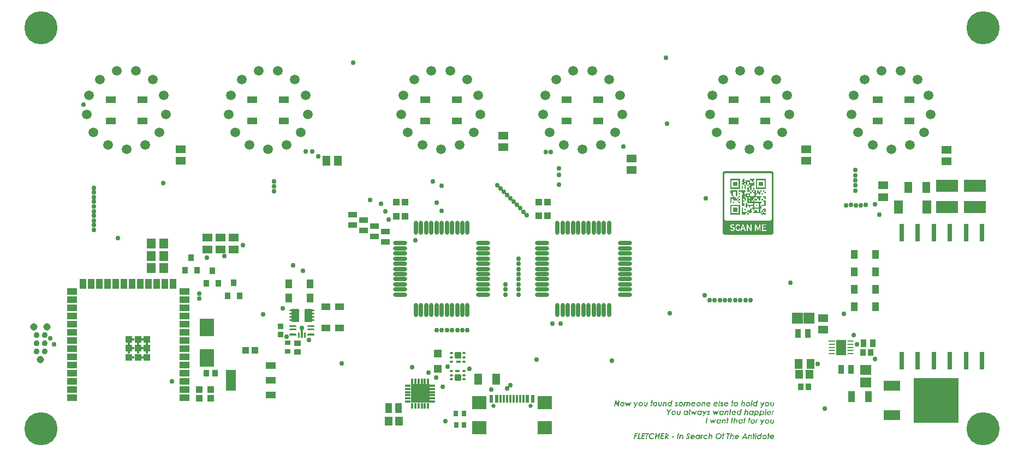
<source format=gts>
G04*
G04 #@! TF.GenerationSoftware,Altium Limited,Altium Designer,24.5.2 (23)*
G04*
G04 Layer_Color=8388736*
%FSLAX25Y25*%
%MOIN*%
G70*
G04*
G04 #@! TF.SameCoordinates,392925F4-2C65-46F8-8396-EB9CC80DF0C9*
G04*
G04*
G04 #@! TF.FilePolarity,Negative*
G04*
G01*
G75*
%ADD20R,0.04331X0.05315*%
%ADD21R,0.05315X0.04331*%
%ADD22R,0.05136X0.05733*%
%ADD24R,0.03740X0.05315*%
%ADD26R,0.03394X0.02978*%
G04:AMPARAMS|DCode=29|XSize=17.72mil|YSize=11.81mil|CornerRadius=1.95mil|HoleSize=0mil|Usage=FLASHONLY|Rotation=0.000|XOffset=0mil|YOffset=0mil|HoleType=Round|Shape=RoundedRectangle|*
%AMROUNDEDRECTD29*
21,1,0.01772,0.00791,0,0,0.0*
21,1,0.01382,0.01181,0,0,0.0*
1,1,0.00390,0.00691,-0.00396*
1,1,0.00390,-0.00691,-0.00396*
1,1,0.00390,-0.00691,0.00396*
1,1,0.00390,0.00691,0.00396*
%
%ADD29ROUNDEDRECTD29*%
%ADD30R,0.04551X0.06922*%
%ADD31R,0.04528X0.04528*%
%ADD32R,0.03394X0.03377*%
%ADD35R,0.06693X0.06693*%
G04:AMPARAMS|DCode=38|XSize=38.62mil|YSize=9.55mil|CornerRadius=4.77mil|HoleSize=0mil|Usage=FLASHONLY|Rotation=0.000|XOffset=0mil|YOffset=0mil|HoleType=Round|Shape=RoundedRectangle|*
%AMROUNDEDRECTD38*
21,1,0.03862,0.00000,0,0,0.0*
21,1,0.02908,0.00955,0,0,0.0*
1,1,0.00955,0.01454,0.00000*
1,1,0.00955,-0.01454,0.00000*
1,1,0.00955,-0.01454,0.00000*
1,1,0.00955,0.01454,0.00000*
%
%ADD38ROUNDEDRECTD38*%
%ADD39R,0.03862X0.00955*%
%ADD40R,0.04351X0.03961*%
%ADD44R,0.02894X0.03394*%
%ADD49R,0.09843X0.05906*%
%ADD50R,0.27559X0.27559*%
%ADD51R,0.08583X0.07874*%
%ADD52R,0.02362X0.04528*%
%ADD53R,0.01181X0.04528*%
%ADD54R,0.05512X0.07874*%
%ADD55R,0.03771X0.04969*%
%ADD56R,0.13402X0.07489*%
%ADD59R,0.03961X0.04351*%
%ADD62R,0.08661X0.11024*%
%ADD64R,0.03000X0.10700*%
%ADD67R,0.04331X0.05906*%
%ADD68R,0.04528X0.05906*%
%ADD69R,0.03937X0.03543*%
%ADD70C,0.00084*%
G04:AMPARAMS|DCode=71|XSize=39.37mil|YSize=37.4mil|CornerRadius=2.06mil|HoleSize=0mil|Usage=FLASHONLY|Rotation=0.000|XOffset=0mil|YOffset=0mil|HoleType=Round|Shape=RoundedRectangle|*
%AMROUNDEDRECTD71*
21,1,0.03937,0.03329,0,0,0.0*
21,1,0.03526,0.03740,0,0,0.0*
1,1,0.00411,0.01763,-0.01664*
1,1,0.00411,-0.01763,-0.01664*
1,1,0.00411,-0.01763,0.01664*
1,1,0.00411,0.01763,0.01664*
%
%ADD71ROUNDEDRECTD71*%
G04:AMPARAMS|DCode=72|XSize=29.53mil|YSize=11.81mil|CornerRadius=1.95mil|HoleSize=0mil|Usage=FLASHONLY|Rotation=0.000|XOffset=0mil|YOffset=0mil|HoleType=Round|Shape=RoundedRectangle|*
%AMROUNDEDRECTD72*
21,1,0.02953,0.00791,0,0,0.0*
21,1,0.02563,0.01181,0,0,0.0*
1,1,0.00390,0.01282,-0.00396*
1,1,0.00390,-0.01282,-0.00396*
1,1,0.00390,-0.01282,0.00396*
1,1,0.00390,0.01282,0.00396*
%
%ADD72ROUNDEDRECTD72*%
%ADD73R,0.01772X0.03543*%
%ADD74R,0.03543X0.01772*%
%ADD75R,0.11221X0.11221*%
%ADD76R,0.05512X0.03740*%
%ADD77R,0.05906X0.04528*%
%ADD78R,0.06496X0.09764*%
G04:AMPARAMS|DCode=79|XSize=41.34mil|YSize=62.99mil|CornerRadius=4.9mil|HoleSize=0mil|Usage=FLASHONLY|Rotation=270.000|XOffset=0mil|YOffset=0mil|HoleType=Round|Shape=RoundedRectangle|*
%AMROUNDEDRECTD79*
21,1,0.04134,0.05319,0,0,270.0*
21,1,0.03154,0.06299,0,0,270.0*
1,1,0.00980,-0.02659,-0.01577*
1,1,0.00980,-0.02659,0.01577*
1,1,0.00980,0.02659,0.01577*
1,1,0.00980,0.02659,-0.01577*
%
%ADD79ROUNDEDRECTD79*%
G04:AMPARAMS|DCode=80|XSize=129.92mil|YSize=62.99mil|CornerRadius=4.95mil|HoleSize=0mil|Usage=FLASHONLY|Rotation=270.000|XOffset=0mil|YOffset=0mil|HoleType=Round|Shape=RoundedRectangle|*
%AMROUNDEDRECTD80*
21,1,0.12992,0.05309,0,0,270.0*
21,1,0.12002,0.06299,0,0,270.0*
1,1,0.00990,-0.02655,-0.06001*
1,1,0.00990,-0.02655,0.06001*
1,1,0.00990,0.02655,0.06001*
1,1,0.00990,0.02655,-0.06001*
%
%ADD80ROUNDEDRECTD80*%
%ADD81R,0.03740X0.04134*%
%ADD82R,0.03740X0.04134*%
%ADD83R,0.04134X0.06693*%
%ADD84R,0.06693X0.05906*%
%ADD85R,0.04921X0.07087*%
%ADD86R,0.06496X0.04134*%
%ADD87R,0.05315X0.06299*%
%ADD88R,0.04134X0.06496*%
%ADD89R,0.04134X0.04134*%
%ADD90R,0.03543X0.03937*%
%ADD91C,0.03689*%
%ADD92O,0.08661X0.02756*%
%ADD93O,0.02756X0.08661*%
%ADD94C,0.05898*%
%ADD95C,0.02559*%
%ADD96C,0.20276*%
%ADD97C,0.01575*%
%ADD98C,0.04492*%
%ADD99C,0.02953*%
G36*
X558574Y400724D02*
X558617D01*
Y400680D01*
X558791D01*
Y400637D01*
X558878D01*
Y400594D01*
X558922D01*
Y400550D01*
X559052D01*
Y400507D01*
X559096D01*
Y400463D01*
X559139D01*
Y400420D01*
X559183D01*
Y400376D01*
X559270D01*
Y400333D01*
X559313D01*
Y400289D01*
X559356D01*
Y400246D01*
X559400D01*
Y400159D01*
X559443D01*
Y400115D01*
X559487D01*
Y400072D01*
X559530D01*
Y399942D01*
X559574D01*
Y399898D01*
X559617D01*
Y399811D01*
X559661D01*
Y399637D01*
X559704D01*
Y399594D01*
X559748D01*
Y384164D01*
Y384121D01*
Y363084D01*
X559704D01*
Y363041D01*
X559661D01*
Y362867D01*
X559617D01*
Y362780D01*
X559574D01*
Y362737D01*
X559530D01*
Y362606D01*
X559487D01*
Y362563D01*
X559443D01*
Y362519D01*
X559400D01*
Y362476D01*
X559356D01*
Y362432D01*
X559313D01*
Y362389D01*
X559270D01*
Y362346D01*
X559226D01*
Y362302D01*
X559183D01*
Y362259D01*
X559139D01*
Y362215D01*
X559096D01*
Y362172D01*
X559009D01*
Y362128D01*
X558965D01*
Y362085D01*
X558835D01*
Y362041D01*
X558748D01*
Y361998D01*
X558617D01*
Y361954D01*
X558357D01*
Y361911D01*
X529801D01*
Y361954D01*
X529584D01*
Y361998D01*
X529453D01*
Y362041D01*
X529366D01*
Y362085D01*
X529236D01*
Y362128D01*
X529193D01*
Y362172D01*
X529106D01*
Y362215D01*
X529062D01*
Y362259D01*
X529019D01*
Y362302D01*
X528975D01*
Y362346D01*
X528932D01*
Y362389D01*
X528888D01*
Y362432D01*
X528845D01*
Y362476D01*
X528801D01*
Y362519D01*
X528758D01*
Y362563D01*
X528715D01*
Y362606D01*
X528671D01*
Y362737D01*
X528628D01*
Y362780D01*
X528584D01*
Y362867D01*
X528541D01*
Y363041D01*
X528497D01*
Y363084D01*
X528454D01*
Y399594D01*
X528497D01*
Y399637D01*
X528541D01*
Y399768D01*
X528584D01*
Y399898D01*
X528628D01*
Y399942D01*
X528671D01*
Y400029D01*
X528715D01*
Y400072D01*
X528758D01*
Y400159D01*
X528801D01*
Y400202D01*
X528845D01*
Y400246D01*
X528888D01*
Y400333D01*
X528975D01*
Y400376D01*
X529019D01*
Y400420D01*
X529062D01*
Y400463D01*
X529106D01*
Y400507D01*
X529193D01*
Y400550D01*
X529280D01*
Y400594D01*
X529323D01*
Y400637D01*
X529410D01*
Y400680D01*
X529584D01*
Y400724D01*
X529627D01*
Y400767D01*
X558574D01*
Y400724D01*
D02*
G37*
G36*
X269828Y316318D02*
X269828Y308641D01*
X269632Y308444D01*
X265596Y308444D01*
X265399Y308641D01*
X265399Y309035D01*
X265202Y309231D01*
X264120D01*
X263923Y309428D01*
Y310019D01*
X264120Y310216D01*
X265202Y310216D01*
X265399Y310413D01*
Y311003D01*
X265202Y311200D01*
X264120D01*
X263923Y311397D01*
X263923Y311987D01*
X264120Y312184D01*
X265202D01*
X265399Y312381D01*
Y312972D01*
X265202Y313169D01*
X264120Y313169D01*
X263923Y313365D01*
Y313956D01*
X264120Y314153D01*
X265202D01*
X265399Y314350D01*
Y314940D01*
X265202Y315137D01*
X264120D01*
X263923Y315334D01*
X263923Y315924D01*
X264120Y316121D01*
X265202D01*
X265399Y316318D01*
Y316318D01*
X265596Y316515D01*
X269632D01*
X269828Y316318D01*
D02*
G37*
G36*
X277801D02*
Y316318D01*
X277998Y316121D01*
X279080D01*
X279277Y315924D01*
Y315334D01*
X279080Y315137D01*
X277998D01*
X277801Y314940D01*
Y314350D01*
X277998Y314153D01*
X279080Y314153D01*
X279277Y313956D01*
Y313365D01*
X279080Y313169D01*
X277998Y313169D01*
X277801Y312972D01*
Y312381D01*
X277998Y312184D01*
X279080D01*
X279277Y311987D01*
Y311397D01*
X279080Y311200D01*
X277998D01*
X277801Y311003D01*
X277801Y310413D01*
X277998Y310216D01*
X279080Y310216D01*
X279277Y310019D01*
Y309428D01*
X279080Y309231D01*
X277998Y309231D01*
X277801Y309035D01*
X277801Y308641D01*
X277604Y308444D01*
X273569Y308444D01*
X273372Y308641D01*
X273372Y316318D01*
X273569Y316515D01*
X277604D01*
X277801Y316318D01*
D02*
G37*
G36*
X279277Y306279D02*
Y305688D01*
X279080Y305491D01*
X275143D01*
X274946Y305688D01*
Y306279D01*
X275143Y306476D01*
X279080D01*
X279277Y306279D01*
D02*
G37*
G36*
X268253D02*
Y305688D01*
X268057Y305491D01*
X264120D01*
X263923Y305688D01*
Y306279D01*
X264120Y306476D01*
X268057D01*
X268253Y306279D01*
D02*
G37*
G36*
X279277Y304310D02*
Y303720D01*
X279080Y303523D01*
X275143D01*
X274946Y303720D01*
Y304310D01*
X275143Y304507D01*
X279080D01*
X279277Y304310D01*
D02*
G37*
G36*
X268253D02*
Y303720D01*
X268057Y303523D01*
X264120D01*
X263923Y303720D01*
Y304310D01*
X264120Y304507D01*
X268057D01*
X268253Y304310D01*
D02*
G37*
G36*
X279277Y301360D02*
Y300277D01*
X279080Y300080D01*
X275143D01*
X274946Y300277D01*
Y301360D01*
X275143Y301556D01*
X279080D01*
X279277Y301360D01*
D02*
G37*
G36*
X268253D02*
Y300277D01*
X268057Y300080D01*
X264120D01*
X263923Y300277D01*
Y301360D01*
X264120Y301556D01*
X268057D01*
X268253Y301360D01*
D02*
G37*
G36*
X272190Y304706D02*
Y299096D01*
X271994Y298899D01*
X271206D01*
X271009Y299096D01*
Y304706D01*
X271206Y304903D01*
X271994D01*
X272190Y304706D01*
D02*
G37*
G36*
X270124Y301850D02*
Y299094D01*
X269927Y298897D01*
X269336D01*
X269139Y299094D01*
Y301850D01*
X269336Y302046D01*
X269927D01*
X270124Y301850D01*
D02*
G37*
G36*
X274061D02*
Y299094D01*
X273864Y298897D01*
X273273D01*
X273076Y299094D01*
Y301850D01*
X273273Y302046D01*
X273864D01*
X274061Y301850D01*
D02*
G37*
G36*
X485616Y260608D02*
X485635D01*
X485658Y260606D01*
X485686Y260602D01*
X485717Y260596D01*
X485751Y260591D01*
X485788Y260583D01*
X485828Y260571D01*
X485870Y260560D01*
X485912Y260545D01*
X485954Y260527D01*
X485998Y260507D01*
X486042Y260482D01*
X486086Y260455D01*
X486015Y259937D01*
X486013Y259939D01*
X486009Y259943D01*
X486002Y259949D01*
X485992Y259956D01*
X485981Y259964D01*
X485967Y259974D01*
X485950Y259985D01*
X485933Y259997D01*
X485893Y260017D01*
X485847Y260037D01*
X485824Y260042D01*
X485799Y260048D01*
X485774Y260052D01*
X485749Y260054D01*
X485746D01*
X485734Y260052D01*
X485715Y260050D01*
X485694Y260044D01*
X485671Y260037D01*
X485646Y260023D01*
X485623Y260006D01*
X485604Y259981D01*
X485602Y259977D01*
X485601Y259972D01*
X485597Y259964D01*
X485593Y259953D01*
X485587Y259939D01*
X485581Y259922D01*
X485576Y259899D01*
X485568Y259872D01*
X485560Y259842D01*
X485551Y259807D01*
X485543Y259765D01*
X485534Y259719D01*
X485524Y259668D01*
X485514Y259609D01*
X485505Y259544D01*
X485900D01*
X485832Y258998D01*
X485436D01*
X485152Y256958D01*
X484517D01*
X484796Y258998D01*
X484525D01*
X484594Y259544D01*
X484871D01*
Y259546D01*
Y259550D01*
X484873Y259557D01*
X484875Y259567D01*
Y259578D01*
X484878Y259592D01*
X484880Y259609D01*
X484882Y259626D01*
X484888Y259666D01*
X484896Y259714D01*
X484905Y259765D01*
X484915Y259821D01*
X484924Y259878D01*
X484936Y259935D01*
X484949Y259993D01*
X484961Y260050D01*
X484974Y260104D01*
X484989Y260153D01*
X485003Y260199D01*
X485018Y260237D01*
X485020Y260239D01*
X485022Y260245D01*
X485026Y260254D01*
X485033Y260268D01*
X485041Y260283D01*
X485050Y260302D01*
X485077Y260342D01*
X485108Y260388D01*
X485146Y260434D01*
X485190Y260478D01*
X485215Y260497D01*
X485240Y260516D01*
X485241Y260518D01*
X485245Y260520D01*
X485255Y260526D01*
X485264Y260531D01*
X485280Y260537D01*
X485295Y260547D01*
X485314Y260554D01*
X485337Y260564D01*
X485360Y260571D01*
X485387Y260581D01*
X485415Y260589D01*
X485446Y260594D01*
X485480Y260602D01*
X485514Y260606D01*
X485551Y260608D01*
X485589Y260610D01*
X485601D01*
X485616Y260608D01*
D02*
G37*
G36*
X517276Y259609D02*
X517299Y259607D01*
X517327Y259605D01*
X517362Y259599D01*
X517398Y259594D01*
X517438Y259584D01*
X517480Y259573D01*
X517526Y259559D01*
X517572Y259542D01*
X517618Y259521D01*
X517664Y259496D01*
X517709Y259467D01*
X517752Y259435D01*
X517794Y259397D01*
X517795Y259395D01*
X517803Y259387D01*
X517813Y259376D01*
X517828Y259359D01*
X517843Y259338D01*
X517860Y259313D01*
X517881Y259284D01*
X517901Y259250D01*
X517920Y259213D01*
X517941Y259173D01*
X517958Y259129D01*
X517975Y259082D01*
X517988Y259032D01*
X517998Y258979D01*
X518006Y258921D01*
X518007Y258862D01*
Y258860D01*
Y258854D01*
Y258847D01*
Y258833D01*
X518006Y258818D01*
Y258797D01*
X518004Y258774D01*
X518002Y258747D01*
X518000Y258717D01*
X517998Y258684D01*
X517994Y258646D01*
X517990Y258606D01*
X517986Y258562D01*
X517981Y258514D01*
X517975Y258463D01*
X517967Y258407D01*
X517774Y256958D01*
X517144D01*
X517331Y258371D01*
Y258373D01*
X517333Y258381D01*
Y258392D01*
X517335Y258407D01*
X517339Y258425D01*
X517341Y258446D01*
X517343Y258470D01*
X517347Y258495D01*
X517350Y258549D01*
X517356Y258602D01*
X517358Y258654D01*
X517360Y258679D01*
Y258700D01*
Y258701D01*
Y258707D01*
Y258715D01*
X517358Y258726D01*
Y258738D01*
X517356Y258753D01*
X517348Y258789D01*
X517339Y258828D01*
X517322Y258868D01*
X517301Y258906D01*
X517285Y258923D01*
X517270Y258940D01*
X517268Y258942D01*
X517266Y258944D01*
X517261Y258948D01*
X517255Y258954D01*
X517245Y258959D01*
X517234Y258967D01*
X517220Y258975D01*
X517205Y258984D01*
X517188Y258992D01*
X517171Y258999D01*
X517127Y259013D01*
X517075Y259022D01*
X517049Y259026D01*
X517003D01*
X516991Y259024D01*
X516976Y259022D01*
X516959Y259020D01*
X516940Y259017D01*
X516919Y259013D01*
X516869Y258999D01*
X516842Y258990D01*
X516816Y258980D01*
X516787Y258967D01*
X516756Y258952D01*
X516728Y258934D01*
X516697Y258915D01*
X516695Y258913D01*
X516689Y258910D01*
X516682Y258904D01*
X516670Y258894D01*
X516657Y258883D01*
X516642Y258870D01*
X516627Y258854D01*
X516607Y258835D01*
X516588Y258814D01*
X516567Y258791D01*
X516548Y258767D01*
X516527Y258740D01*
X516508Y258709D01*
X516487Y258679D01*
X516470Y258644D01*
X516453Y258608D01*
Y258606D01*
X516449Y258598D01*
X516445Y258587D01*
X516439Y258570D01*
X516432Y258547D01*
X516422Y258518D01*
X516413Y258484D01*
X516401Y258444D01*
X516390Y258396D01*
X516378Y258342D01*
X516365Y258283D01*
X516352Y258216D01*
X516338Y258142D01*
X516330Y258102D01*
X516323Y258060D01*
X516317Y258016D01*
X516309Y257970D01*
X516304Y257922D01*
X516296Y257873D01*
X516176Y256958D01*
X515544D01*
X515893Y259544D01*
X516525D01*
X516487Y259282D01*
X516489Y259284D01*
X516491Y259286D01*
X516497Y259290D01*
X516504Y259296D01*
X516523Y259313D01*
X516550Y259334D01*
X516584Y259359D01*
X516623Y259385D01*
X516669Y259416D01*
X516718Y259446D01*
X516774Y259477D01*
X516833Y259507D01*
X516894Y259534D01*
X516961Y259559D01*
X517028Y259580D01*
X517098Y259597D01*
X517171Y259607D01*
X517207Y259611D01*
X517259D01*
X517276Y259609D01*
D02*
G37*
G36*
X493705D02*
X493727Y259607D01*
X493756Y259605D01*
X493790Y259599D01*
X493827Y259594D01*
X493867Y259584D01*
X493909Y259573D01*
X493955Y259559D01*
X494001Y259542D01*
X494046Y259521D01*
X494092Y259496D01*
X494138Y259467D01*
X494180Y259435D01*
X494222Y259397D01*
X494224Y259395D01*
X494232Y259387D01*
X494241Y259376D01*
X494257Y259359D01*
X494272Y259338D01*
X494289Y259313D01*
X494310Y259284D01*
X494329Y259250D01*
X494348Y259213D01*
X494369Y259173D01*
X494386Y259129D01*
X494404Y259082D01*
X494417Y259032D01*
X494427Y258979D01*
X494434Y258921D01*
X494436Y258862D01*
Y258860D01*
Y258854D01*
Y258847D01*
Y258833D01*
X494434Y258818D01*
Y258797D01*
X494432Y258774D01*
X494430Y258747D01*
X494428Y258717D01*
X494427Y258684D01*
X494423Y258646D01*
X494419Y258606D01*
X494415Y258562D01*
X494409Y258514D01*
X494404Y258463D01*
X494396Y258407D01*
X494203Y256958D01*
X493573D01*
X493760Y258371D01*
Y258373D01*
X493762Y258381D01*
Y258392D01*
X493764Y258407D01*
X493768Y258425D01*
X493770Y258446D01*
X493771Y258470D01*
X493775Y258495D01*
X493779Y258549D01*
X493785Y258602D01*
X493787Y258654D01*
X493789Y258679D01*
Y258700D01*
Y258701D01*
Y258707D01*
Y258715D01*
X493787Y258726D01*
Y258738D01*
X493785Y258753D01*
X493777Y258789D01*
X493768Y258828D01*
X493750Y258868D01*
X493729Y258906D01*
X493714Y258923D01*
X493699Y258940D01*
X493697Y258942D01*
X493695Y258944D01*
X493689Y258948D01*
X493684Y258954D01*
X493674Y258959D01*
X493663Y258967D01*
X493649Y258975D01*
X493634Y258984D01*
X493617Y258992D01*
X493600Y258999D01*
X493556Y259013D01*
X493504Y259022D01*
X493477Y259026D01*
X493432D01*
X493420Y259024D01*
X493405Y259022D01*
X493388Y259020D01*
X493368Y259017D01*
X493347Y259013D01*
X493298Y258999D01*
X493271Y258990D01*
X493244Y258980D01*
X493216Y258967D01*
X493185Y258952D01*
X493156Y258934D01*
X493126Y258915D01*
X493124Y258913D01*
X493118Y258910D01*
X493111Y258904D01*
X493099Y258894D01*
X493086Y258883D01*
X493071Y258870D01*
X493055Y258854D01*
X493036Y258835D01*
X493017Y258814D01*
X492996Y258791D01*
X492977Y258767D01*
X492956Y258740D01*
X492937Y258709D01*
X492916Y258679D01*
X492899Y258644D01*
X492881Y258608D01*
Y258606D01*
X492877Y258598D01*
X492874Y258587D01*
X492868Y258570D01*
X492860Y258547D01*
X492851Y258518D01*
X492841Y258484D01*
X492830Y258444D01*
X492818Y258396D01*
X492807Y258342D01*
X492794Y258283D01*
X492780Y258216D01*
X492767Y258142D01*
X492759Y258102D01*
X492752Y258060D01*
X492746Y258016D01*
X492738Y257970D01*
X492732Y257922D01*
X492725Y257873D01*
X492604Y256958D01*
X491972D01*
X492322Y259544D01*
X492954D01*
X492916Y259282D01*
X492918Y259284D01*
X492920Y259286D01*
X492925Y259290D01*
X492933Y259296D01*
X492952Y259313D01*
X492979Y259334D01*
X493013Y259359D01*
X493051Y259385D01*
X493097Y259416D01*
X493147Y259446D01*
X493202Y259477D01*
X493261Y259507D01*
X493323Y259534D01*
X493389Y259559D01*
X493456Y259580D01*
X493527Y259597D01*
X493600Y259607D01*
X493636Y259611D01*
X493687D01*
X493705Y259609D01*
D02*
G37*
G36*
X549524Y256958D02*
X548898D01*
X548932Y257235D01*
X548930Y257233D01*
X548923Y257227D01*
X548911Y257215D01*
X548898Y257204D01*
X548879Y257187D01*
X548858Y257170D01*
X548833Y257151D01*
X548806Y257130D01*
X548777Y257107D01*
X548747Y257084D01*
X548682Y257040D01*
X548615Y257000D01*
X548581Y256982D01*
X548546Y256967D01*
X548545D01*
X548539Y256963D01*
X548529Y256960D01*
X548516Y256956D01*
X548499Y256950D01*
X548478Y256944D01*
X548455Y256937D01*
X548428Y256931D01*
X548399Y256923D01*
X548369Y256916D01*
X548336Y256910D01*
X548300Y256904D01*
X548225Y256897D01*
X548143Y256893D01*
X548120D01*
X548109Y256895D01*
X548094D01*
X548077Y256897D01*
X548059Y256898D01*
X548038Y256900D01*
X548015Y256904D01*
X547966Y256912D01*
X547908Y256925D01*
X547849Y256941D01*
X547784Y256960D01*
X547718Y256984D01*
X547651Y257015D01*
X547582Y257051D01*
X547515Y257095D01*
X547481Y257118D01*
X547448Y257145D01*
X547416Y257173D01*
X547385Y257202D01*
X547355Y257235D01*
X547326Y257269D01*
Y257271D01*
X547322Y257273D01*
X547318Y257279D01*
X547313Y257286D01*
X547307Y257296D01*
X547297Y257307D01*
X547290Y257321D01*
X547278Y257336D01*
X547255Y257372D01*
X547230Y257414D01*
X547202Y257466D01*
X547175Y257521D01*
X547146Y257582D01*
X547118Y257649D01*
X547093Y257722D01*
X547070Y257800D01*
X547051Y257880D01*
X547036Y257966D01*
X547026Y258056D01*
X547022Y258148D01*
Y258150D01*
Y258151D01*
Y258157D01*
Y258165D01*
Y258174D01*
X547024Y258186D01*
X547026Y258213D01*
X547028Y258247D01*
X547032Y258287D01*
X547038Y258333D01*
X547047Y258383D01*
X547057Y258436D01*
X547070Y258495D01*
X547085Y258554D01*
X547104Y258617D01*
X547125Y258682D01*
X547152Y258747D01*
X547181Y258812D01*
X547215Y258877D01*
Y258879D01*
X547217Y258881D01*
X547225Y258892D01*
X547234Y258910D01*
X547250Y258934D01*
X547270Y258963D01*
X547294Y258998D01*
X547320Y259034D01*
X547353Y259074D01*
X547387Y259116D01*
X547427Y259160D01*
X547469Y259206D01*
X547515Y259250D01*
X547565Y259296D01*
X547618Y259338D01*
X547674Y259378D01*
X547733Y259416D01*
X547737Y259418D01*
X547748Y259423D01*
X547765Y259433D01*
X547790Y259446D01*
X547819Y259462D01*
X547855Y259477D01*
X547895Y259496D01*
X547939Y259513D01*
X547989Y259532D01*
X548042Y259550D01*
X548098Y259565D01*
X548157Y259580D01*
X548218Y259594D01*
X548281Y259603D01*
X548346Y259609D01*
X548413Y259611D01*
X548436D01*
X548453Y259609D01*
X548474Y259607D01*
X548499Y259605D01*
X548525Y259601D01*
X548556Y259597D01*
X548588Y259592D01*
X548623Y259584D01*
X548659Y259576D01*
X548697Y259565D01*
X548736Y259552D01*
X548774Y259538D01*
X548812Y259521D01*
X548850Y259502D01*
X548852Y259500D01*
X548860Y259496D01*
X548869Y259490D01*
X548884Y259481D01*
X548902Y259469D01*
X548921Y259456D01*
X548944Y259441D01*
X548969Y259422D01*
X548993Y259401D01*
X549020Y259376D01*
X549049Y259351D01*
X549076Y259322D01*
X549104Y259290D01*
X549131Y259257D01*
X549158Y259221D01*
X549182Y259183D01*
X549358Y260543D01*
X549994D01*
X549524Y256958D01*
D02*
G37*
G36*
X497421D02*
X496795D01*
X496829Y257235D01*
X496827Y257233D01*
X496820Y257227D01*
X496808Y257215D01*
X496795Y257204D01*
X496776Y257187D01*
X496755Y257170D01*
X496730Y257151D01*
X496703Y257130D01*
X496675Y257107D01*
X496644Y257084D01*
X496579Y257040D01*
X496512Y257000D01*
X496478Y256982D01*
X496444Y256967D01*
X496442D01*
X496436Y256963D01*
X496426Y256960D01*
X496413Y256956D01*
X496396Y256950D01*
X496375Y256944D01*
X496352Y256937D01*
X496325Y256931D01*
X496297Y256923D01*
X496266Y256916D01*
X496233Y256910D01*
X496197Y256904D01*
X496123Y256897D01*
X496040Y256893D01*
X496018D01*
X496006Y256895D01*
X495991D01*
X495974Y256897D01*
X495957Y256898D01*
X495935Y256900D01*
X495913Y256904D01*
X495863Y256912D01*
X495806Y256925D01*
X495746Y256941D01*
X495681Y256960D01*
X495615Y256984D01*
X495548Y257015D01*
X495479Y257051D01*
X495412Y257095D01*
X495378Y257118D01*
X495345Y257145D01*
X495313Y257173D01*
X495282Y257202D01*
X495252Y257235D01*
X495223Y257269D01*
Y257271D01*
X495219Y257273D01*
X495215Y257279D01*
X495210Y257286D01*
X495204Y257296D01*
X495194Y257307D01*
X495187Y257321D01*
X495175Y257336D01*
X495152Y257372D01*
X495127Y257414D01*
X495099Y257466D01*
X495072Y257521D01*
X495044Y257582D01*
X495015Y257649D01*
X494990Y257722D01*
X494967Y257800D01*
X494948Y257880D01*
X494933Y257966D01*
X494923Y258056D01*
X494919Y258148D01*
Y258150D01*
Y258151D01*
Y258157D01*
Y258165D01*
Y258174D01*
X494921Y258186D01*
X494923Y258213D01*
X494925Y258247D01*
X494929Y258287D01*
X494935Y258333D01*
X494944Y258383D01*
X494954Y258436D01*
X494967Y258495D01*
X494982Y258554D01*
X495002Y258617D01*
X495022Y258682D01*
X495049Y258747D01*
X495078Y258812D01*
X495112Y258877D01*
Y258879D01*
X495114Y258881D01*
X495122Y258892D01*
X495131Y258910D01*
X495147Y258934D01*
X495168Y258963D01*
X495191Y258998D01*
X495217Y259034D01*
X495250Y259074D01*
X495284Y259116D01*
X495324Y259160D01*
X495366Y259206D01*
X495412Y259250D01*
X495462Y259296D01*
X495515Y259338D01*
X495571Y259378D01*
X495630Y259416D01*
X495634Y259418D01*
X495645Y259423D01*
X495662Y259433D01*
X495687Y259446D01*
X495716Y259462D01*
X495752Y259477D01*
X495792Y259496D01*
X495836Y259513D01*
X495886Y259532D01*
X495939Y259550D01*
X495995Y259565D01*
X496054Y259580D01*
X496115Y259594D01*
X496178Y259603D01*
X496243Y259609D01*
X496310Y259611D01*
X496333D01*
X496350Y259609D01*
X496371Y259607D01*
X496396Y259605D01*
X496422Y259601D01*
X496453Y259597D01*
X496486Y259592D01*
X496520Y259584D01*
X496556Y259576D01*
X496594Y259565D01*
X496633Y259552D01*
X496671Y259538D01*
X496709Y259521D01*
X496747Y259502D01*
X496749Y259500D01*
X496757Y259496D01*
X496766Y259490D01*
X496782Y259481D01*
X496799Y259469D01*
X496818Y259456D01*
X496841Y259441D01*
X496866Y259422D01*
X496890Y259401D01*
X496917Y259376D01*
X496946Y259351D01*
X496973Y259322D01*
X497001Y259290D01*
X497028Y259257D01*
X497055Y259221D01*
X497080Y259183D01*
X497255Y260543D01*
X497891D01*
X497421Y256958D01*
D02*
G37*
G36*
X508117Y259609D02*
X508140Y259607D01*
X508169Y259605D01*
X508202Y259599D01*
X508238Y259592D01*
X508276Y259584D01*
X508318Y259573D01*
X508362Y259557D01*
X508406Y259540D01*
X508452Y259519D01*
X508496Y259494D01*
X508541Y259466D01*
X508583Y259431D01*
X508626Y259393D01*
X508627Y259391D01*
X508635Y259383D01*
X508645Y259370D01*
X508660Y259353D01*
X508675Y259332D01*
X508692Y259305D01*
X508713Y259275D01*
X508733Y259240D01*
X508752Y259202D01*
X508773Y259160D01*
X508790Y259112D01*
X508807Y259063D01*
X508820Y259009D01*
X508830Y258952D01*
X508838Y258891D01*
X508839Y258828D01*
Y258826D01*
Y258822D01*
Y258814D01*
Y258805D01*
Y258791D01*
X508838Y258776D01*
Y258759D01*
Y258738D01*
X508836Y258717D01*
X508834Y258692D01*
X508832Y258665D01*
X508830Y258637D01*
X508824Y258574D01*
X508816Y258503D01*
X508612Y256958D01*
X507982D01*
X508156Y258287D01*
Y258291D01*
X508157Y258298D01*
X508159Y258312D01*
X508161Y258331D01*
X508163Y258352D01*
X508167Y258377D01*
X508169Y258404D01*
X508173Y258432D01*
X508179Y258491D01*
X508184Y258551D01*
X508186Y258577D01*
X508188Y258602D01*
X508190Y258623D01*
Y258642D01*
Y258644D01*
Y258650D01*
Y258660D01*
X508188Y258673D01*
Y258688D01*
X508186Y258705D01*
X508182Y258724D01*
X508179Y258745D01*
X508167Y258791D01*
X508152Y258837D01*
X508129Y258881D01*
X508114Y258902D01*
X508098Y258921D01*
X508096Y258923D01*
X508095Y258925D01*
X508089Y258931D01*
X508081Y258937D01*
X508072Y258944D01*
X508062Y258952D01*
X508049Y258959D01*
X508033Y258969D01*
X508014Y258979D01*
X507995Y258986D01*
X507974Y258994D01*
X507951Y259001D01*
X507900Y259013D01*
X507871Y259015D01*
X507840Y259017D01*
X507825D01*
X507814Y259015D01*
X507798Y259013D01*
X507781Y259011D01*
X507762Y259007D01*
X507739Y259001D01*
X507716Y258996D01*
X507690Y258988D01*
X507663Y258979D01*
X507634Y258967D01*
X507606Y258954D01*
X507575Y258938D01*
X507544Y258921D01*
X507514Y258900D01*
X507512Y258898D01*
X507506Y258894D01*
X507499Y258889D01*
X507487Y258879D01*
X507474Y258868D01*
X507457Y258854D01*
X507439Y258837D01*
X507420Y258820D01*
X507401Y258799D01*
X507380Y258776D01*
X507359Y258749D01*
X507338Y258722D01*
X507317Y258694D01*
X507298Y258663D01*
X507262Y258595D01*
Y258593D01*
X507258Y258585D01*
X507254Y258574D01*
X507248Y258558D01*
X507241Y258535D01*
X507231Y258509D01*
X507222Y258478D01*
X507212Y258440D01*
X507201Y258398D01*
X507189Y258350D01*
X507176Y258297D01*
X507164Y258236D01*
X507153Y258171D01*
X507139Y258098D01*
X507128Y258020D01*
X507117Y257936D01*
X506987Y256958D01*
X506353D01*
X506540Y258365D01*
Y258367D01*
X506542Y258373D01*
Y258383D01*
X506544Y258394D01*
X506545Y258409D01*
X506547Y258426D01*
X506549Y258446D01*
X506553Y258467D01*
X506557Y258510D01*
X506561Y258560D01*
X506563Y258610D01*
X506565Y258658D01*
Y258660D01*
Y258665D01*
Y258673D01*
X506563Y258686D01*
X506561Y258700D01*
X506559Y258717D01*
X506553Y258755D01*
X506542Y258797D01*
X506525Y258841D01*
X506513Y258864D01*
X506500Y258885D01*
X506484Y258906D01*
X506467Y258925D01*
X506465Y258927D01*
X506463Y258929D01*
X506458Y258934D01*
X506450Y258940D01*
X506440Y258948D01*
X506427Y258956D01*
X506414Y258965D01*
X506398Y258975D01*
X506362Y258994D01*
X506318Y259009D01*
X506267Y259020D01*
X506238Y259022D01*
X506209Y259024D01*
X506194D01*
X506183Y259022D01*
X506169Y259020D01*
X506154Y259019D01*
X506135Y259015D01*
X506114Y259011D01*
X506066Y258998D01*
X506014Y258979D01*
X505986Y258967D01*
X505955Y258954D01*
X505927Y258937D01*
X505896Y258917D01*
X505894Y258915D01*
X505889Y258912D01*
X505881Y258906D01*
X505869Y258898D01*
X505856Y258887D01*
X505841Y258875D01*
X505824Y258860D01*
X505804Y258843D01*
X505785Y258822D01*
X505764Y258801D01*
X505743Y258778D01*
X505722Y258751D01*
X505703Y258724D01*
X505682Y258694D01*
X505663Y258663D01*
X505646Y258629D01*
Y258627D01*
X505642Y258621D01*
X505638Y258610D01*
X505631Y258595D01*
X505625Y258576D01*
X505615Y258553D01*
X505606Y258524D01*
X505596Y258491D01*
X505585Y258455D01*
X505573Y258413D01*
X505562Y258367D01*
X505550Y258318D01*
X505539Y258262D01*
X505529Y258203D01*
X505518Y258140D01*
X505508Y258071D01*
X505363Y256958D01*
X504729D01*
X505065Y259544D01*
X505703D01*
X505665Y259263D01*
X505667Y259265D01*
X505669Y259267D01*
X505675Y259273D01*
X505680Y259278D01*
X505699Y259296D01*
X505726Y259316D01*
X505759Y259343D01*
X505797Y259374D01*
X505841Y259404D01*
X505892Y259437D01*
X505946Y259469D01*
X506005Y259500D01*
X506070Y259530D01*
X506137Y259557D01*
X506207Y259578D01*
X506282Y259595D01*
X506360Y259607D01*
X506398Y259611D01*
X506467D01*
X506484Y259609D01*
X506502Y259607D01*
X506523Y259605D01*
X506544Y259603D01*
X506595Y259595D01*
X506649Y259586D01*
X506706Y259571D01*
X506763Y259552D01*
X506765D01*
X506771Y259550D01*
X506778Y259546D01*
X506788Y259540D01*
X506802Y259534D01*
X506817Y259528D01*
X506851Y259509D01*
X506889Y259488D01*
X506929Y259462D01*
X506969Y259433D01*
X507008Y259399D01*
X507010Y259397D01*
X507012Y259395D01*
X507017Y259389D01*
X507023Y259382D01*
X507031Y259372D01*
X507040Y259361D01*
X507052Y259347D01*
X507063Y259332D01*
X507075Y259315D01*
X507088Y259296D01*
X507115Y259252D01*
X507141Y259200D01*
X507168Y259141D01*
X507170Y259143D01*
X507176Y259150D01*
X507185Y259164D01*
X507201Y259179D01*
X507216Y259198D01*
X507237Y259219D01*
X507260Y259244D01*
X507287Y259271D01*
X507317Y259297D01*
X507348Y259326D01*
X507382Y259357D01*
X507420Y259385D01*
X507458Y259414D01*
X507499Y259441D01*
X507543Y259467D01*
X507586Y259490D01*
X507588Y259492D01*
X507598Y259496D01*
X507611Y259502D01*
X507628Y259509D01*
X507650Y259519D01*
X507676Y259528D01*
X507707Y259540D01*
X507739Y259552D01*
X507776Y259561D01*
X507814Y259573D01*
X507856Y259582D01*
X507900Y259592D01*
X507944Y259599D01*
X507991Y259605D01*
X508039Y259609D01*
X508087Y259611D01*
X508102D01*
X508117Y259609D01*
D02*
G37*
G36*
X528239D02*
X528260Y259607D01*
X528285Y259605D01*
X528312Y259601D01*
X528342Y259597D01*
X528377Y259592D01*
X528411Y259584D01*
X528449Y259574D01*
X528488Y259563D01*
X528526Y259550D01*
X528566Y259536D01*
X528606Y259517D01*
X528646Y259498D01*
X528648Y259496D01*
X528656Y259492D01*
X528667Y259487D01*
X528682Y259477D01*
X528700Y259466D01*
X528721Y259452D01*
X528744Y259435D01*
X528770Y259418D01*
X528797Y259397D01*
X528826Y259372D01*
X528854Y259347D01*
X528883Y259318D01*
X528913Y259288D01*
X528942Y259255D01*
X528971Y259221D01*
X528998Y259183D01*
X528696Y258698D01*
X528694Y258700D01*
X528690Y258705D01*
X528684Y258715D01*
X528675Y258726D01*
X528665Y258740D01*
X528652Y258757D01*
X528621Y258795D01*
X528585Y258837D01*
X528543Y258879D01*
X528499Y258919D01*
X528476Y258937D01*
X528451Y258954D01*
X528449Y258956D01*
X528446Y258958D01*
X528438Y258961D01*
X528430Y258967D01*
X528419Y258973D01*
X528406Y258980D01*
X528373Y258996D01*
X528337Y259009D01*
X528297Y259022D01*
X528253Y259032D01*
X528232Y259036D01*
X528197D01*
X528180Y259034D01*
X528161Y259030D01*
X528138Y259024D01*
X528113Y259015D01*
X528088Y259003D01*
X528065Y258988D01*
X528064Y258986D01*
X528056Y258980D01*
X528046Y258969D01*
X528037Y258958D01*
X528025Y258940D01*
X528016Y258923D01*
X528008Y258902D01*
X528006Y258881D01*
Y258879D01*
Y258872D01*
X528008Y258860D01*
X528012Y258845D01*
X528018Y258828D01*
X528027Y258808D01*
X528039Y258787D01*
X528054Y258767D01*
X528056Y258765D01*
X528065Y258755D01*
X528071Y258747D01*
X528081Y258740D01*
X528090Y258730D01*
X528106Y258717D01*
X528121Y258703D01*
X528140Y258688D01*
X528163Y258669D01*
X528188Y258648D01*
X528216Y258627D01*
X528249Y258602D01*
X528287Y258576D01*
X528327Y258545D01*
X528329D01*
X528331Y258541D01*
X528337Y258539D01*
X528342Y258533D01*
X528362Y258520D01*
X528386Y258501D01*
X528415Y258478D01*
X528449Y258453D01*
X528486Y258423D01*
X528524Y258390D01*
X528564Y258356D01*
X528604Y258319D01*
X528644Y258283D01*
X528684Y258245D01*
X528721Y258207D01*
X528753Y258169D01*
X528782Y258132D01*
X528807Y258096D01*
X528808Y258094D01*
X528812Y258088D01*
X528818Y258077D01*
X528824Y258064D01*
X528833Y258046D01*
X528843Y258025D01*
X528852Y258002D01*
X528864Y257976D01*
X528875Y257947D01*
X528885Y257916D01*
X528894Y257882D01*
X528904Y257848D01*
X528910Y257809D01*
X528915Y257771D01*
X528919Y257731D01*
X528921Y257691D01*
Y257687D01*
Y257678D01*
X528919Y257663D01*
X528917Y257643D01*
X528913Y257617D01*
X528908Y257588D01*
X528902Y257554D01*
X528893Y257515D01*
X528879Y257475D01*
X528864Y257433D01*
X528845Y257387D01*
X528822Y257342D01*
X528795Y257294D01*
X528763Y257246D01*
X528726Y257196D01*
X528684Y257149D01*
X528682Y257147D01*
X528673Y257137D01*
X528659Y257126D01*
X528640Y257109D01*
X528616Y257089D01*
X528587Y257068D01*
X528551Y257046D01*
X528511Y257021D01*
X528465Y256998D01*
X528413Y256973D01*
X528358Y256952D01*
X528297Y256933D01*
X528230Y256916D01*
X528157Y256904D01*
X528081Y256897D01*
X527999Y256893D01*
X527974D01*
X527955Y256895D01*
X527932Y256897D01*
X527905Y256898D01*
X527875Y256902D01*
X527842Y256906D01*
X527808Y256912D01*
X527769Y256918D01*
X527689Y256937D01*
X527649Y256948D01*
X527609Y256961D01*
X527567Y256979D01*
X527527Y256996D01*
X527525Y256998D01*
X527517Y257002D01*
X527506Y257007D01*
X527491Y257017D01*
X527470Y257028D01*
X527447Y257044D01*
X527418Y257061D01*
X527389Y257082D01*
X527355Y257107D01*
X527319Y257135D01*
X527281Y257166D01*
X527239Y257200D01*
X527194Y257239D01*
X527151Y257282D01*
X527103Y257328D01*
X527055Y257378D01*
X527445Y257834D01*
X527449Y257831D01*
X527456Y257819D01*
X527471Y257802D01*
X527491Y257779D01*
X527517Y257752D01*
X527546Y257724D01*
X527580Y257691D01*
X527619Y257659D01*
X527659Y257626D01*
X527704Y257594D01*
X527752Y257565D01*
X527804Y257538D01*
X527857Y257515D01*
X527913Y257498D01*
X527968Y257487D01*
X527999Y257485D01*
X528027Y257483D01*
X528039D01*
X528048Y257485D01*
X528060D01*
X528071Y257487D01*
X528100Y257491D01*
X528132Y257498D01*
X528165Y257508D01*
X528197Y257523D01*
X528228Y257542D01*
X528232Y257544D01*
X528239Y257554D01*
X528253Y257565D01*
X528266Y257584D01*
X528279Y257605D01*
X528293Y257630D01*
X528300Y257657D01*
X528304Y257687D01*
Y257691D01*
Y257699D01*
X528300Y257712D01*
X528297Y257729D01*
X528291Y257750D01*
X528279Y257773D01*
X528266Y257798D01*
X528247Y257823D01*
X528243Y257827D01*
X528239Y257831D01*
X528234Y257836D01*
X528226Y257846D01*
X528216Y257855D01*
X528203Y257867D01*
X528186Y257880D01*
X528169Y257897D01*
X528146Y257916D01*
X528121Y257936D01*
X528092Y257959D01*
X528058Y257985D01*
X528022Y258012D01*
X527981Y258043D01*
X527936Y258075D01*
X527932Y258077D01*
X527922Y258085D01*
X527907Y258096D01*
X527888Y258109D01*
X527863Y258128D01*
X527836Y258150D01*
X527806Y258172D01*
X527773Y258197D01*
X527706Y258255D01*
X527639Y258314D01*
X527607Y258344D01*
X527578Y258375D01*
X527552Y258405D01*
X527529Y258434D01*
X527527Y258436D01*
X527521Y258444D01*
X527514Y258455D01*
X527504Y258470D01*
X527493Y258489D01*
X527479Y258512D01*
X527464Y258539D01*
X527451Y258568D01*
X527435Y258598D01*
X527420Y258633D01*
X527407Y258669D01*
X527395Y258707D01*
X527386Y258747D01*
X527378Y258789D01*
X527372Y258831D01*
X527370Y258875D01*
Y258877D01*
Y258879D01*
Y258891D01*
X527372Y258908D01*
X527374Y258929D01*
X527378Y258958D01*
X527384Y258990D01*
X527391Y259026D01*
X527401Y259064D01*
X527414Y259106D01*
X527431Y259149D01*
X527451Y259192D01*
X527473Y259236D01*
X527502Y259282D01*
X527534Y259324D01*
X527573Y259366D01*
X527617Y259406D01*
X527620Y259408D01*
X527628Y259416D01*
X527641Y259425D01*
X527661Y259439D01*
X527683Y259454D01*
X527712Y259471D01*
X527745Y259490D01*
X527783Y259509D01*
X527823Y259528D01*
X527867Y259546D01*
X527915Y259563D01*
X527966Y259578D01*
X528022Y259592D01*
X528077Y259601D01*
X528138Y259609D01*
X528199Y259611D01*
X528222D01*
X528239Y259609D01*
D02*
G37*
G36*
X500481D02*
X500502Y259607D01*
X500527Y259605D01*
X500554Y259601D01*
X500584Y259597D01*
X500619Y259592D01*
X500653Y259584D01*
X500691Y259574D01*
X500730Y259563D01*
X500768Y259550D01*
X500808Y259536D01*
X500848Y259517D01*
X500888Y259498D01*
X500890Y259496D01*
X500898Y259492D01*
X500909Y259487D01*
X500924Y259477D01*
X500942Y259466D01*
X500963Y259452D01*
X500985Y259435D01*
X501012Y259418D01*
X501039Y259397D01*
X501068Y259372D01*
X501096Y259347D01*
X501125Y259318D01*
X501156Y259288D01*
X501184Y259255D01*
X501213Y259221D01*
X501239Y259183D01*
X500938Y258698D01*
X500936Y258700D01*
X500932Y258705D01*
X500926Y258715D01*
X500917Y258726D01*
X500907Y258740D01*
X500894Y258757D01*
X500863Y258795D01*
X500827Y258837D01*
X500785Y258879D01*
X500741Y258919D01*
X500718Y258937D01*
X500693Y258954D01*
X500691Y258956D01*
X500688Y258958D01*
X500680Y258961D01*
X500672Y258967D01*
X500661Y258973D01*
X500647Y258980D01*
X500615Y258996D01*
X500579Y259009D01*
X500539Y259022D01*
X500495Y259032D01*
X500474Y259036D01*
X500439D01*
X500422Y259034D01*
X500403Y259030D01*
X500380Y259024D01*
X500355Y259015D01*
X500330Y259003D01*
X500307Y258988D01*
X500306Y258986D01*
X500298Y258980D01*
X500288Y258969D01*
X500279Y258958D01*
X500267Y258940D01*
X500258Y258923D01*
X500250Y258902D01*
X500248Y258881D01*
Y258879D01*
Y258872D01*
X500250Y258860D01*
X500254Y258845D01*
X500260Y258828D01*
X500269Y258808D01*
X500281Y258787D01*
X500296Y258767D01*
X500298Y258765D01*
X500307Y258755D01*
X500313Y258747D01*
X500323Y258740D01*
X500332Y258730D01*
X500348Y258717D01*
X500363Y258703D01*
X500382Y258688D01*
X500405Y258669D01*
X500430Y258648D01*
X500458Y258627D01*
X500491Y258602D01*
X500529Y258576D01*
X500569Y258545D01*
X500571D01*
X500573Y258541D01*
X500579Y258539D01*
X500584Y258533D01*
X500603Y258520D01*
X500628Y258501D01*
X500657Y258478D01*
X500691Y258453D01*
X500728Y258423D01*
X500766Y258390D01*
X500806Y258356D01*
X500846Y258319D01*
X500886Y258283D01*
X500926Y258245D01*
X500963Y258207D01*
X500995Y258169D01*
X501024Y258132D01*
X501049Y258096D01*
X501050Y258094D01*
X501054Y258088D01*
X501060Y258077D01*
X501066Y258064D01*
X501075Y258046D01*
X501085Y258025D01*
X501094Y258002D01*
X501106Y257976D01*
X501117Y257947D01*
X501127Y257916D01*
X501136Y257882D01*
X501146Y257848D01*
X501152Y257809D01*
X501157Y257771D01*
X501161Y257731D01*
X501163Y257691D01*
Y257687D01*
Y257678D01*
X501161Y257663D01*
X501159Y257643D01*
X501156Y257617D01*
X501150Y257588D01*
X501144Y257554D01*
X501134Y257515D01*
X501121Y257475D01*
X501106Y257433D01*
X501087Y257387D01*
X501064Y257342D01*
X501037Y257294D01*
X501005Y257246D01*
X500968Y257196D01*
X500926Y257149D01*
X500924Y257147D01*
X500915Y257137D01*
X500902Y257126D01*
X500882Y257109D01*
X500857Y257089D01*
X500829Y257068D01*
X500793Y257046D01*
X500752Y257021D01*
X500707Y256998D01*
X500655Y256973D01*
X500600Y256952D01*
X500539Y256933D01*
X500472Y256916D01*
X500399Y256904D01*
X500323Y256897D01*
X500241Y256893D01*
X500216D01*
X500197Y256895D01*
X500174Y256897D01*
X500147Y256898D01*
X500116Y256902D01*
X500084Y256906D01*
X500050Y256912D01*
X500011Y256918D01*
X499931Y256937D01*
X499891Y256948D01*
X499851Y256961D01*
X499809Y256979D01*
X499769Y256996D01*
X499767Y256998D01*
X499759Y257002D01*
X499748Y257007D01*
X499732Y257017D01*
X499712Y257028D01*
X499689Y257044D01*
X499660Y257061D01*
X499631Y257082D01*
X499597Y257107D01*
X499561Y257135D01*
X499522Y257166D01*
X499480Y257200D01*
X499437Y257239D01*
X499393Y257282D01*
X499345Y257328D01*
X499297Y257378D01*
X499687Y257834D01*
X499690Y257831D01*
X499698Y257819D01*
X499713Y257802D01*
X499732Y257779D01*
X499759Y257752D01*
X499788Y257724D01*
X499822Y257691D01*
X499860Y257659D01*
X499901Y257626D01*
X499946Y257594D01*
X499994Y257565D01*
X500046Y257538D01*
X500099Y257515D01*
X500155Y257498D01*
X500210Y257487D01*
X500241Y257485D01*
X500269Y257483D01*
X500281D01*
X500290Y257485D01*
X500302D01*
X500313Y257487D01*
X500342Y257491D01*
X500374Y257498D01*
X500407Y257508D01*
X500439Y257523D01*
X500470Y257542D01*
X500474Y257544D01*
X500481Y257554D01*
X500495Y257565D01*
X500508Y257584D01*
X500521Y257605D01*
X500535Y257630D01*
X500542Y257657D01*
X500546Y257687D01*
Y257691D01*
Y257699D01*
X500542Y257712D01*
X500539Y257729D01*
X500533Y257750D01*
X500521Y257773D01*
X500508Y257798D01*
X500489Y257823D01*
X500485Y257827D01*
X500481Y257831D01*
X500476Y257836D01*
X500468Y257846D01*
X500458Y257855D01*
X500445Y257867D01*
X500428Y257880D01*
X500411Y257897D01*
X500388Y257916D01*
X500363Y257936D01*
X500334Y257959D01*
X500300Y257985D01*
X500264Y258012D01*
X500223Y258043D01*
X500178Y258075D01*
X500174Y258077D01*
X500164Y258085D01*
X500149Y258096D01*
X500130Y258109D01*
X500105Y258128D01*
X500078Y258150D01*
X500048Y258172D01*
X500015Y258197D01*
X499948Y258255D01*
X499882Y258314D01*
X499849Y258344D01*
X499820Y258375D01*
X499794Y258405D01*
X499771Y258434D01*
X499769Y258436D01*
X499763Y258444D01*
X499755Y258455D01*
X499746Y258470D01*
X499734Y258489D01*
X499721Y258512D01*
X499706Y258539D01*
X499692Y258568D01*
X499677Y258598D01*
X499662Y258633D01*
X499649Y258669D01*
X499637Y258707D01*
X499627Y258747D01*
X499620Y258789D01*
X499614Y258831D01*
X499612Y258875D01*
Y258877D01*
Y258879D01*
Y258891D01*
X499614Y258908D01*
X499616Y258929D01*
X499620Y258958D01*
X499626Y258990D01*
X499633Y259026D01*
X499643Y259064D01*
X499656Y259106D01*
X499673Y259149D01*
X499692Y259192D01*
X499715Y259236D01*
X499744Y259282D01*
X499777Y259324D01*
X499815Y259366D01*
X499859Y259406D01*
X499862Y259408D01*
X499870Y259416D01*
X499883Y259425D01*
X499902Y259439D01*
X499926Y259454D01*
X499954Y259471D01*
X499987Y259490D01*
X500025Y259509D01*
X500065Y259528D01*
X500109Y259546D01*
X500157Y259563D01*
X500208Y259578D01*
X500264Y259592D01*
X500319Y259601D01*
X500380Y259609D01*
X500441Y259611D01*
X500464D01*
X500481Y259609D01*
D02*
G37*
G36*
X471453Y256958D02*
X471146D01*
X470794Y258323D01*
X470057Y256958D01*
X469755D01*
X469100Y259544D01*
X469711D01*
X470068Y258157D01*
X470823Y259544D01*
X471071D01*
X471434Y258157D01*
X472183Y259544D01*
X472859D01*
X471453Y256958D01*
D02*
G37*
G36*
X465223D02*
X464661D01*
X463378Y259361D01*
X463057Y256958D01*
X462426D01*
X462890Y260455D01*
X463465D01*
X464734Y258077D01*
X465055Y260455D01*
X465694D01*
X465223Y256958D01*
D02*
G37*
G36*
X552235Y256012D02*
X551564D01*
X552300Y257309D01*
X551572Y259544D01*
X552194D01*
X552699Y258008D01*
X553583Y259544D01*
X554269D01*
X552235Y256012D01*
D02*
G37*
G36*
X475006D02*
X474335D01*
X475071Y257309D01*
X474343Y259544D01*
X474966D01*
X475470Y258008D01*
X476354Y259544D01*
X477040D01*
X475006Y256012D01*
D02*
G37*
G36*
X559913Y258153D02*
Y258151D01*
Y258148D01*
X559911Y258142D01*
X559909Y258132D01*
X559907Y258121D01*
X559905Y258107D01*
X559903Y258092D01*
X559899Y258075D01*
X559894Y258037D01*
X559884Y257991D01*
X559875Y257939D01*
X559861Y257886D01*
X559848Y257827D01*
X559833Y257768D01*
X559794Y257647D01*
X559773Y257586D01*
X559751Y257529D01*
X559724Y257475D01*
X559697Y257424D01*
X559695Y257420D01*
X559689Y257412D01*
X559682Y257399D01*
X559670Y257382D01*
X559655Y257361D01*
X559636Y257336D01*
X559615Y257307D01*
X559590Y257279D01*
X559563Y257246D01*
X559533Y257214D01*
X559500Y257181D01*
X559464Y257149D01*
X559426Y257116D01*
X559386Y257086D01*
X559342Y257055D01*
X559296Y257028D01*
X559294Y257027D01*
X559284Y257023D01*
X559271Y257015D01*
X559252Y257007D01*
X559227Y256998D01*
X559200Y256986D01*
X559166Y256973D01*
X559130Y256961D01*
X559088Y256948D01*
X559044Y256935D01*
X558996Y256923D01*
X558944Y256914D01*
X558889Y256906D01*
X558832Y256898D01*
X558773Y256895D01*
X558709Y256893D01*
X558688D01*
X558677Y256895D01*
X558664D01*
X558648Y256897D01*
X558631D01*
X558591Y256900D01*
X558543Y256908D01*
X558492Y256916D01*
X558436Y256927D01*
X558377Y256941D01*
X558316Y256960D01*
X558253Y256981D01*
X558190Y257007D01*
X558127Y257040D01*
X558066Y257076D01*
X558009Y257118D01*
X557953Y257166D01*
X557949Y257170D01*
X557942Y257179D01*
X557926Y257194D01*
X557909Y257215D01*
X557888Y257242D01*
X557865Y257275D01*
X557839Y257313D01*
X557814Y257357D01*
X557787Y257405D01*
X557762Y257458D01*
X557737Y257517D01*
X557716Y257580D01*
X557699Y257647D01*
X557684Y257720D01*
X557676Y257794D01*
X557672Y257874D01*
Y257878D01*
Y257886D01*
Y257901D01*
X557674Y257922D01*
Y257949D01*
X557676Y257981D01*
X557678Y258018D01*
X557680Y258060D01*
X557684Y258107D01*
X557688Y258159D01*
X557691Y258216D01*
X557697Y258278D01*
X557705Y258342D01*
X557713Y258411D01*
X557722Y258484D01*
X557732Y258560D01*
X557869Y259544D01*
X558497D01*
X558324Y258222D01*
Y258220D01*
X558322Y258213D01*
Y258201D01*
X558320Y258186D01*
X558318Y258169D01*
X558314Y258148D01*
X558312Y258123D01*
X558310Y258098D01*
X558305Y258046D01*
X558299Y257991D01*
X558297Y257939D01*
X558295Y257915D01*
Y257894D01*
Y257892D01*
Y257886D01*
Y257876D01*
X558297Y257865D01*
X558299Y257850D01*
X558301Y257833D01*
X558305Y257813D01*
X558310Y257792D01*
X558324Y257748D01*
X558333Y257724D01*
X558345Y257699D01*
X558358Y257676D01*
X558375Y257651D01*
X558392Y257628D01*
X558414Y257605D01*
X558415Y257603D01*
X558419Y257599D01*
X558425Y257594D01*
X558434Y257588D01*
X558448Y257578D01*
X558461Y257569D01*
X558478Y257557D01*
X558497Y257548D01*
X558519Y257536D01*
X558541Y257525D01*
X558568Y257515D01*
X558595Y257508D01*
X558624Y257500D01*
X558656Y257494D01*
X558688Y257491D01*
X558723Y257489D01*
X558734D01*
X558746Y257491D01*
X558763D01*
X558784Y257492D01*
X558807Y257496D01*
X558834Y257502D01*
X558862Y257508D01*
X558893Y257515D01*
X558923Y257525D01*
X558956Y257536D01*
X558987Y257552D01*
X559017Y257569D01*
X559048Y257588D01*
X559074Y257611D01*
X559101Y257638D01*
X559103Y257640D01*
X559107Y257645D01*
X559114Y257655D01*
X559122Y257668D01*
X559133Y257687D01*
X559147Y257710D01*
X559160Y257737D01*
X559176Y257771D01*
X559191Y257809D01*
X559206Y257854D01*
X559221Y257903D01*
X559239Y257959D01*
X559254Y258022D01*
X559269Y258090D01*
X559282Y258167D01*
X559294Y258249D01*
X559474Y259544D01*
X560100D01*
X559913Y258153D01*
D02*
G37*
G36*
X491447D02*
Y258151D01*
Y258148D01*
X491445Y258142D01*
X491443Y258132D01*
X491441Y258121D01*
X491439Y258107D01*
X491437Y258092D01*
X491434Y258075D01*
X491428Y258037D01*
X491418Y257991D01*
X491409Y257939D01*
X491395Y257886D01*
X491382Y257827D01*
X491367Y257768D01*
X491328Y257647D01*
X491307Y257586D01*
X491285Y257529D01*
X491258Y257475D01*
X491231Y257424D01*
X491229Y257420D01*
X491223Y257412D01*
X491216Y257399D01*
X491204Y257382D01*
X491189Y257361D01*
X491170Y257336D01*
X491149Y257307D01*
X491124Y257279D01*
X491097Y257246D01*
X491067Y257214D01*
X491034Y257181D01*
X490998Y257149D01*
X490960Y257116D01*
X490920Y257086D01*
X490876Y257055D01*
X490830Y257028D01*
X490828Y257027D01*
X490819Y257023D01*
X490805Y257015D01*
X490786Y257007D01*
X490761Y256998D01*
X490734Y256986D01*
X490700Y256973D01*
X490664Y256961D01*
X490622Y256948D01*
X490578Y256935D01*
X490530Y256923D01*
X490479Y256914D01*
X490423Y256906D01*
X490366Y256898D01*
X490307Y256895D01*
X490244Y256893D01*
X490223D01*
X490211Y256895D01*
X490198D01*
X490182Y256897D01*
X490165D01*
X490125Y256900D01*
X490077Y256908D01*
X490026Y256916D01*
X489970Y256927D01*
X489911Y256941D01*
X489850Y256960D01*
X489787Y256981D01*
X489724Y257007D01*
X489661Y257040D01*
X489600Y257076D01*
X489543Y257118D01*
X489487Y257166D01*
X489483Y257170D01*
X489476Y257179D01*
X489461Y257194D01*
X489443Y257215D01*
X489422Y257242D01*
X489399Y257275D01*
X489373Y257313D01*
X489348Y257357D01*
X489321Y257405D01*
X489296Y257458D01*
X489271Y257517D01*
X489251Y257580D01*
X489233Y257647D01*
X489218Y257720D01*
X489210Y257794D01*
X489207Y257874D01*
Y257878D01*
Y257886D01*
Y257901D01*
X489208Y257922D01*
Y257949D01*
X489210Y257981D01*
X489212Y258018D01*
X489214Y258060D01*
X489218Y258107D01*
X489222Y258159D01*
X489226Y258216D01*
X489231Y258278D01*
X489239Y258342D01*
X489247Y258411D01*
X489256Y258484D01*
X489266Y258560D01*
X489403Y259544D01*
X490032D01*
X489858Y258222D01*
Y258220D01*
X489856Y258213D01*
Y258201D01*
X489854Y258186D01*
X489852Y258169D01*
X489848Y258148D01*
X489846Y258123D01*
X489845Y258098D01*
X489839Y258046D01*
X489833Y257991D01*
X489831Y257939D01*
X489829Y257915D01*
Y257894D01*
Y257892D01*
Y257886D01*
Y257876D01*
X489831Y257865D01*
X489833Y257850D01*
X489835Y257833D01*
X489839Y257813D01*
X489845Y257792D01*
X489858Y257748D01*
X489867Y257724D01*
X489879Y257699D01*
X489892Y257676D01*
X489909Y257651D01*
X489927Y257628D01*
X489948Y257605D01*
X489950Y257603D01*
X489953Y257599D01*
X489959Y257594D01*
X489969Y257588D01*
X489982Y257578D01*
X489995Y257569D01*
X490013Y257557D01*
X490032Y257548D01*
X490053Y257536D01*
X490076Y257525D01*
X490102Y257515D01*
X490129Y257508D01*
X490158Y257500D01*
X490190Y257494D01*
X490223Y257491D01*
X490257Y257489D01*
X490269D01*
X490280Y257491D01*
X490297D01*
X490318Y257492D01*
X490341Y257496D01*
X490368Y257502D01*
X490396Y257508D01*
X490427Y257515D01*
X490458Y257525D01*
X490490Y257536D01*
X490521Y257552D01*
X490551Y257569D01*
X490582Y257588D01*
X490609Y257611D01*
X490635Y257638D01*
X490637Y257640D01*
X490641Y257645D01*
X490649Y257655D01*
X490656Y257668D01*
X490668Y257687D01*
X490681Y257710D01*
X490694Y257737D01*
X490710Y257771D01*
X490725Y257809D01*
X490740Y257854D01*
X490756Y257903D01*
X490773Y257959D01*
X490788Y258022D01*
X490803Y258090D01*
X490817Y258167D01*
X490828Y258249D01*
X491008Y259544D01*
X491634D01*
X491447Y258153D01*
D02*
G37*
G36*
X482684D02*
Y258151D01*
Y258148D01*
X482682Y258142D01*
X482680Y258132D01*
X482678Y258121D01*
X482676Y258107D01*
X482674Y258092D01*
X482670Y258075D01*
X482665Y258037D01*
X482655Y257991D01*
X482646Y257939D01*
X482632Y257886D01*
X482619Y257827D01*
X482604Y257768D01*
X482565Y257647D01*
X482544Y257586D01*
X482521Y257529D01*
X482495Y257475D01*
X482468Y257424D01*
X482466Y257420D01*
X482460Y257412D01*
X482453Y257399D01*
X482441Y257382D01*
X482426Y257361D01*
X482407Y257336D01*
X482386Y257307D01*
X482361Y257279D01*
X482334Y257246D01*
X482304Y257214D01*
X482271Y257181D01*
X482235Y257149D01*
X482197Y257116D01*
X482157Y257086D01*
X482113Y257055D01*
X482067Y257028D01*
X482065Y257027D01*
X482056Y257023D01*
X482042Y257015D01*
X482023Y257007D01*
X481998Y256998D01*
X481972Y256986D01*
X481937Y256973D01*
X481901Y256961D01*
X481859Y256948D01*
X481815Y256935D01*
X481767Y256923D01*
X481715Y256914D01*
X481660Y256906D01*
X481603Y256898D01*
X481544Y256895D01*
X481481Y256893D01*
X481460D01*
X481448Y256895D01*
X481435D01*
X481420Y256897D01*
X481402D01*
X481362Y256900D01*
X481314Y256908D01*
X481263Y256916D01*
X481207Y256927D01*
X481148Y256941D01*
X481087Y256960D01*
X481024Y256981D01*
X480961Y257007D01*
X480898Y257040D01*
X480837Y257076D01*
X480780Y257118D01*
X480724Y257166D01*
X480720Y257170D01*
X480713Y257179D01*
X480697Y257194D01*
X480680Y257215D01*
X480659Y257242D01*
X480636Y257275D01*
X480610Y257313D01*
X480585Y257357D01*
X480558Y257405D01*
X480533Y257458D01*
X480508Y257517D01*
X480487Y257580D01*
X480470Y257647D01*
X480455Y257720D01*
X480447Y257794D01*
X480443Y257874D01*
Y257878D01*
Y257886D01*
Y257901D01*
X480445Y257922D01*
Y257949D01*
X480447Y257981D01*
X480449Y258018D01*
X480451Y258060D01*
X480455Y258107D01*
X480459Y258159D01*
X480463Y258216D01*
X480468Y258278D01*
X480476Y258342D01*
X480484Y258411D01*
X480493Y258484D01*
X480503Y258560D01*
X480640Y259544D01*
X481269D01*
X481095Y258222D01*
Y258220D01*
X481093Y258213D01*
Y258201D01*
X481091Y258186D01*
X481089Y258169D01*
X481085Y258148D01*
X481083Y258123D01*
X481081Y258098D01*
X481076Y258046D01*
X481070Y257991D01*
X481068Y257939D01*
X481066Y257915D01*
Y257894D01*
Y257892D01*
Y257886D01*
Y257876D01*
X481068Y257865D01*
X481070Y257850D01*
X481072Y257833D01*
X481076Y257813D01*
X481081Y257792D01*
X481095Y257748D01*
X481104Y257724D01*
X481116Y257699D01*
X481129Y257676D01*
X481146Y257651D01*
X481164Y257628D01*
X481184Y257605D01*
X481186Y257603D01*
X481190Y257599D01*
X481196Y257594D01*
X481206Y257588D01*
X481219Y257578D01*
X481232Y257569D01*
X481250Y257557D01*
X481269Y257548D01*
X481290Y257536D01*
X481313Y257525D01*
X481339Y257515D01*
X481366Y257508D01*
X481395Y257500D01*
X481427Y257494D01*
X481460Y257491D01*
X481494Y257489D01*
X481505D01*
X481517Y257491D01*
X481534D01*
X481555Y257492D01*
X481578Y257496D01*
X481605Y257502D01*
X481633Y257508D01*
X481664Y257515D01*
X481695Y257525D01*
X481727Y257536D01*
X481757Y257552D01*
X481788Y257569D01*
X481819Y257588D01*
X481845Y257611D01*
X481872Y257638D01*
X481874Y257640D01*
X481878Y257645D01*
X481885Y257655D01*
X481893Y257668D01*
X481905Y257687D01*
X481918Y257710D01*
X481931Y257737D01*
X481947Y257771D01*
X481962Y257809D01*
X481977Y257854D01*
X481992Y257903D01*
X482010Y257959D01*
X482025Y258022D01*
X482040Y258090D01*
X482054Y258167D01*
X482065Y258249D01*
X482245Y259544D01*
X482871D01*
X482684Y258153D01*
D02*
G37*
G36*
X546386Y256958D02*
X545754D01*
X546230Y260543D01*
X546862D01*
X546386Y256958D01*
D02*
G37*
G36*
X540734Y259282D02*
X540736Y259284D01*
X540738Y259286D01*
X540744Y259290D01*
X540752Y259296D01*
X540771Y259313D01*
X540798Y259334D01*
X540832Y259359D01*
X540870Y259385D01*
X540916Y259416D01*
X540966Y259446D01*
X541021Y259477D01*
X541080Y259507D01*
X541141Y259534D01*
X541208Y259559D01*
X541275Y259580D01*
X541346Y259597D01*
X541418Y259607D01*
X541455Y259611D01*
X541506D01*
X541523Y259609D01*
X541546Y259607D01*
X541575Y259605D01*
X541609Y259599D01*
X541646Y259594D01*
X541686Y259584D01*
X541728Y259573D01*
X541774Y259559D01*
X541819Y259542D01*
X541865Y259521D01*
X541911Y259496D01*
X541957Y259467D01*
X541999Y259435D01*
X542041Y259397D01*
X542043Y259395D01*
X542051Y259387D01*
X542060Y259376D01*
X542075Y259359D01*
X542091Y259338D01*
X542108Y259313D01*
X542129Y259284D01*
X542148Y259250D01*
X542167Y259213D01*
X542188Y259173D01*
X542205Y259129D01*
X542222Y259082D01*
X542236Y259032D01*
X542245Y258979D01*
X542253Y258921D01*
X542255Y258862D01*
Y258860D01*
Y258854D01*
Y258847D01*
Y258833D01*
X542253Y258818D01*
Y258797D01*
X542251Y258774D01*
X542249Y258747D01*
X542247Y258717D01*
X542245Y258684D01*
X542241Y258646D01*
X542238Y258606D01*
X542234Y258562D01*
X542228Y258514D01*
X542222Y258463D01*
X542215Y258407D01*
X542022Y256958D01*
X541392D01*
X541579Y258371D01*
Y258373D01*
X541581Y258381D01*
Y258392D01*
X541582Y258407D01*
X541586Y258425D01*
X541588Y258446D01*
X541590Y258470D01*
X541594Y258495D01*
X541598Y258549D01*
X541604Y258602D01*
X541606Y258654D01*
X541607Y258679D01*
Y258700D01*
Y258701D01*
Y258707D01*
Y258715D01*
X541606Y258726D01*
Y258738D01*
X541604Y258753D01*
X541596Y258789D01*
X541586Y258828D01*
X541569Y258868D01*
X541548Y258906D01*
X541533Y258923D01*
X541518Y258940D01*
X541516Y258942D01*
X541514Y258944D01*
X541508Y258948D01*
X541502Y258954D01*
X541493Y258959D01*
X541481Y258967D01*
X541468Y258975D01*
X541453Y258984D01*
X541435Y258992D01*
X541418Y258999D01*
X541374Y259013D01*
X541323Y259022D01*
X541296Y259026D01*
X541250D01*
X541239Y259024D01*
X541223Y259022D01*
X541206Y259020D01*
X541187Y259017D01*
X541166Y259013D01*
X541117Y258999D01*
X541090Y258990D01*
X541063Y258980D01*
X541034Y258967D01*
X541004Y258952D01*
X540975Y258934D01*
X540945Y258915D01*
X540943Y258913D01*
X540937Y258910D01*
X540929Y258904D01*
X540918Y258894D01*
X540905Y258883D01*
X540889Y258870D01*
X540874Y258854D01*
X540855Y258835D01*
X540836Y258814D01*
X540815Y258791D01*
X540796Y258767D01*
X540775Y258740D01*
X540756Y258709D01*
X540734Y258679D01*
X540717Y258644D01*
X540700Y258608D01*
Y258606D01*
X540696Y258598D01*
X540693Y258587D01*
X540687Y258570D01*
X540679Y258547D01*
X540670Y258518D01*
X540660Y258484D01*
X540649Y258444D01*
X540637Y258396D01*
X540626Y258342D01*
X540612Y258283D01*
X540599Y258216D01*
X540586Y258142D01*
X540578Y258102D01*
X540570Y258060D01*
X540564Y258016D01*
X540557Y257970D01*
X540551Y257922D01*
X540544Y257873D01*
X540423Y256958D01*
X539791D01*
X540276Y260543D01*
X540906D01*
X540734Y259282D01*
D02*
G37*
G36*
X534833Y259544D02*
X535234D01*
X535159Y258998D01*
X534758D01*
X534481Y256958D01*
X533845D01*
X534126Y258998D01*
X533815D01*
X533889Y259544D01*
X534200D01*
X534334Y260505D01*
X534966D01*
X534833Y259544D01*
D02*
G37*
G36*
X526618Y256958D02*
X525985D01*
X526461Y260543D01*
X527093D01*
X526618Y256958D01*
D02*
G37*
G36*
X555950Y259609D02*
X555974D01*
X556003Y259605D01*
X556039Y259603D01*
X556079Y259597D01*
X556123Y259592D01*
X556171Y259582D01*
X556221Y259573D01*
X556272Y259559D01*
X556326Y259544D01*
X556379Y259525D01*
X556435Y259504D01*
X556488Y259479D01*
X556542Y259450D01*
X556545Y259448D01*
X556555Y259443D01*
X556568Y259433D01*
X556588Y259422D01*
X556612Y259404D01*
X556639Y259385D01*
X556670Y259361D01*
X556702Y259334D01*
X556737Y259305D01*
X556773Y259271D01*
X556809Y259234D01*
X556847Y259192D01*
X556882Y259150D01*
X556918Y259103D01*
X556950Y259053D01*
X556981Y258999D01*
X556983Y258996D01*
X556989Y258986D01*
X556996Y258971D01*
X557006Y258948D01*
X557017Y258921D01*
X557031Y258889D01*
X557044Y258851D01*
X557059Y258808D01*
X557075Y258761D01*
X557088Y258711D01*
X557101Y258656D01*
X557113Y258598D01*
X557122Y258539D01*
X557132Y258476D01*
X557136Y258409D01*
X557138Y258342D01*
Y258341D01*
Y258335D01*
Y258327D01*
Y258316D01*
X557136Y258300D01*
Y258283D01*
X557134Y258264D01*
X557132Y258241D01*
X557128Y258216D01*
X557124Y258190D01*
X557120Y258161D01*
X557115Y258128D01*
X557101Y258062D01*
X557084Y257987D01*
X557061Y257909D01*
X557032Y257827D01*
X556998Y257741D01*
X556956Y257655D01*
X556931Y257611D01*
X556907Y257567D01*
X556878Y257523D01*
X556849Y257481D01*
X556817Y257439D01*
X556782Y257397D01*
X556746Y257355D01*
X556706Y257315D01*
X556704Y257313D01*
X556700Y257311D01*
X556695Y257305D01*
X556687Y257298D01*
X556675Y257288D01*
X556662Y257277D01*
X556647Y257263D01*
X556630Y257250D01*
X556608Y257233D01*
X556588Y257218D01*
X556563Y257200D01*
X556536Y257181D01*
X556509Y257162D01*
X556479Y257143D01*
X556446Y257124D01*
X556412Y257105D01*
X556337Y257065D01*
X556257Y257027D01*
X556169Y256990D01*
X556076Y256960D01*
X555976Y256931D01*
X555869Y256912D01*
X555814Y256902D01*
X555759Y256898D01*
X555701Y256895D01*
X555642Y256893D01*
X555617D01*
X555604Y256895D01*
X555589D01*
X555571Y256897D01*
X555550Y256898D01*
X555527Y256900D01*
X555505Y256902D01*
X555451Y256910D01*
X555390Y256921D01*
X555325Y256935D01*
X555256Y256952D01*
X555184Y256975D01*
X555111Y257002D01*
X555038Y257032D01*
X554964Y257070D01*
X554893Y257116D01*
X554826Y257166D01*
X554792Y257194D01*
X554762Y257225D01*
Y257227D01*
X554758Y257229D01*
X554754Y257235D01*
X554748Y257240D01*
X554731Y257259D01*
X554710Y257286D01*
X554685Y257319D01*
X554658Y257359D01*
X554628Y257406D01*
X554597Y257460D01*
X554567Y257519D01*
X554536Y257586D01*
X554509Y257657D01*
X554485Y257735D01*
X554464Y257817D01*
X554446Y257905D01*
X554437Y257999D01*
X554435Y258048D01*
X554433Y258098D01*
Y258100D01*
Y258106D01*
Y258115D01*
Y258127D01*
X554435Y258142D01*
X554437Y258161D01*
Y258182D01*
X554441Y258207D01*
X554443Y258234D01*
X554446Y258262D01*
X554450Y258293D01*
X554456Y258327D01*
X554471Y258400D01*
X554488Y258478D01*
X554511Y258560D01*
X554542Y258648D01*
X554578Y258738D01*
X554599Y258784D01*
X554620Y258829D01*
X554645Y258875D01*
X554672Y258919D01*
X554700Y258965D01*
X554731Y259009D01*
X554764Y259053D01*
X554800Y259097D01*
X554838Y259139D01*
X554878Y259179D01*
X554880Y259181D01*
X554884Y259185D01*
X554889Y259191D01*
X554899Y259198D01*
X554911Y259208D01*
X554924Y259219D01*
X554939Y259232D01*
X554956Y259246D01*
X554977Y259263D01*
X555000Y259278D01*
X555023Y259297D01*
X555050Y259316D01*
X555079Y259336D01*
X555109Y259355D01*
X555174Y259395D01*
X555247Y259435D01*
X555327Y259475D01*
X555413Y259511D01*
X555503Y259544D01*
X555600Y259571D01*
X555701Y259592D01*
X555753Y259599D01*
X555806Y259605D01*
X555860Y259609D01*
X555915Y259611D01*
X555931D01*
X555950Y259609D01*
D02*
G37*
G36*
X544264D02*
X544289D01*
X544318Y259605D01*
X544354Y259603D01*
X544394Y259597D01*
X544438Y259592D01*
X544486Y259582D01*
X544535Y259573D01*
X544587Y259559D01*
X544640Y259544D01*
X544694Y259525D01*
X544749Y259504D01*
X544803Y259479D01*
X544856Y259450D01*
X544860Y259448D01*
X544870Y259443D01*
X544883Y259433D01*
X544902Y259422D01*
X544927Y259404D01*
X544954Y259385D01*
X544984Y259361D01*
X545017Y259334D01*
X545051Y259305D01*
X545087Y259271D01*
X545124Y259234D01*
X545162Y259192D01*
X545196Y259150D01*
X545233Y259103D01*
X545265Y259053D01*
X545296Y258999D01*
X545297Y258996D01*
X545303Y258986D01*
X545311Y258971D01*
X545320Y258948D01*
X545332Y258921D01*
X545345Y258889D01*
X545359Y258851D01*
X545374Y258808D01*
X545389Y258761D01*
X545402Y258711D01*
X545416Y258656D01*
X545427Y258598D01*
X545437Y258539D01*
X545446Y258476D01*
X545450Y258409D01*
X545452Y258342D01*
Y258341D01*
Y258335D01*
Y258327D01*
Y258316D01*
X545450Y258300D01*
Y258283D01*
X545448Y258264D01*
X545446Y258241D01*
X545443Y258216D01*
X545439Y258190D01*
X545435Y258161D01*
X545429Y258128D01*
X545416Y258062D01*
X545399Y257987D01*
X545376Y257909D01*
X545347Y257827D01*
X545313Y257741D01*
X545271Y257655D01*
X545246Y257611D01*
X545221Y257567D01*
X545192Y257523D01*
X545164Y257481D01*
X545131Y257439D01*
X545097Y257397D01*
X545061Y257355D01*
X545021Y257315D01*
X545019Y257313D01*
X545015Y257311D01*
X545009Y257305D01*
X545002Y257298D01*
X544990Y257288D01*
X544977Y257277D01*
X544961Y257263D01*
X544944Y257250D01*
X544923Y257233D01*
X544902Y257218D01*
X544877Y257200D01*
X544851Y257181D01*
X544824Y257162D01*
X544793Y257143D01*
X544761Y257124D01*
X544726Y257105D01*
X544652Y257065D01*
X544572Y257027D01*
X544484Y256990D01*
X544390Y256960D01*
X544291Y256931D01*
X544184Y256912D01*
X544129Y256902D01*
X544073Y256898D01*
X544016Y256895D01*
X543957Y256893D01*
X543932D01*
X543919Y256895D01*
X543903D01*
X543886Y256897D01*
X543865Y256898D01*
X543842Y256900D01*
X543819Y256902D01*
X543766Y256910D01*
X543705Y256921D01*
X543640Y256935D01*
X543571Y256952D01*
X543498Y256975D01*
X543426Y257002D01*
X543353Y257032D01*
X543279Y257070D01*
X543208Y257116D01*
X543141Y257166D01*
X543107Y257194D01*
X543076Y257225D01*
Y257227D01*
X543072Y257229D01*
X543069Y257235D01*
X543063Y257240D01*
X543046Y257259D01*
X543025Y257286D01*
X543000Y257319D01*
X542973Y257359D01*
X542942Y257406D01*
X542912Y257460D01*
X542881Y257519D01*
X542851Y257586D01*
X542824Y257657D01*
X542799Y257735D01*
X542778Y257817D01*
X542761Y257905D01*
X542752Y257999D01*
X542750Y258048D01*
X542748Y258098D01*
Y258100D01*
Y258106D01*
Y258115D01*
Y258127D01*
X542750Y258142D01*
X542752Y258161D01*
Y258182D01*
X542755Y258207D01*
X542757Y258234D01*
X542761Y258262D01*
X542765Y258293D01*
X542771Y258327D01*
X542786Y258400D01*
X542803Y258478D01*
X542826Y258560D01*
X542857Y258648D01*
X542893Y258738D01*
X542914Y258784D01*
X542935Y258829D01*
X542960Y258875D01*
X542986Y258919D01*
X543015Y258965D01*
X543046Y259009D01*
X543078Y259053D01*
X543114Y259097D01*
X543153Y259139D01*
X543193Y259179D01*
X543195Y259181D01*
X543198Y259185D01*
X543204Y259191D01*
X543214Y259198D01*
X543225Y259208D01*
X543238Y259219D01*
X543254Y259232D01*
X543271Y259246D01*
X543292Y259263D01*
X543315Y259278D01*
X543338Y259297D01*
X543365Y259316D01*
X543393Y259336D01*
X543424Y259355D01*
X543489Y259395D01*
X543561Y259435D01*
X543642Y259475D01*
X543727Y259511D01*
X543817Y259544D01*
X543915Y259571D01*
X544016Y259592D01*
X544067Y259599D01*
X544121Y259605D01*
X544174Y259609D01*
X544230Y259611D01*
X544245D01*
X544264Y259609D01*
D02*
G37*
G36*
X536863D02*
X536888D01*
X536916Y259605D01*
X536953Y259603D01*
X536993Y259597D01*
X537037Y259592D01*
X537084Y259582D01*
X537134Y259573D01*
X537186Y259559D01*
X537239Y259544D01*
X537293Y259525D01*
X537348Y259504D01*
X537402Y259479D01*
X537455Y259450D01*
X537459Y259448D01*
X537468Y259443D01*
X537482Y259433D01*
X537501Y259422D01*
X537526Y259404D01*
X537552Y259385D01*
X537583Y259361D01*
X537615Y259334D01*
X537650Y259305D01*
X537686Y259271D01*
X537722Y259234D01*
X537761Y259192D01*
X537795Y259150D01*
X537831Y259103D01*
X537864Y259053D01*
X537894Y258999D01*
X537896Y258996D01*
X537902Y258986D01*
X537910Y258971D01*
X537919Y258948D01*
X537931Y258921D01*
X537944Y258889D01*
X537957Y258851D01*
X537973Y258808D01*
X537988Y258761D01*
X538001Y258711D01*
X538015Y258656D01*
X538026Y258598D01*
X538036Y258539D01*
X538045Y258476D01*
X538049Y258409D01*
X538051Y258342D01*
Y258341D01*
Y258335D01*
Y258327D01*
Y258316D01*
X538049Y258300D01*
Y258283D01*
X538047Y258264D01*
X538045Y258241D01*
X538041Y258216D01*
X538038Y258190D01*
X538034Y258161D01*
X538028Y258128D01*
X538015Y258062D01*
X537997Y257987D01*
X537975Y257909D01*
X537946Y257827D01*
X537912Y257741D01*
X537870Y257655D01*
X537845Y257611D01*
X537820Y257567D01*
X537791Y257523D01*
X537763Y257481D01*
X537730Y257439D01*
X537696Y257397D01*
X537659Y257355D01*
X537619Y257315D01*
X537617Y257313D01*
X537614Y257311D01*
X537608Y257305D01*
X537600Y257298D01*
X537589Y257288D01*
X537575Y257277D01*
X537560Y257263D01*
X537543Y257250D01*
X537522Y257233D01*
X537501Y257218D01*
X537476Y257200D01*
X537449Y257181D01*
X537423Y257162D01*
X537392Y257143D01*
X537360Y257124D01*
X537325Y257105D01*
X537251Y257065D01*
X537170Y257027D01*
X537083Y256990D01*
X536989Y256960D01*
X536890Y256931D01*
X536783Y256912D01*
X536727Y256902D01*
X536672Y256898D01*
X536615Y256895D01*
X536555Y256893D01*
X536531D01*
X536517Y256895D01*
X536502D01*
X536485Y256897D01*
X536464Y256898D01*
X536441Y256900D01*
X536418Y256902D01*
X536364Y256910D01*
X536303Y256921D01*
X536238Y256935D01*
X536170Y256952D01*
X536097Y256975D01*
X536024Y257002D01*
X535952Y257032D01*
X535877Y257070D01*
X535807Y257116D01*
X535740Y257166D01*
X535706Y257194D01*
X535675Y257225D01*
Y257227D01*
X535671Y257229D01*
X535667Y257235D01*
X535662Y257240D01*
X535644Y257259D01*
X535623Y257286D01*
X535599Y257319D01*
X535572Y257359D01*
X535541Y257406D01*
X535511Y257460D01*
X535480Y257519D01*
X535450Y257586D01*
X535423Y257657D01*
X535398Y257735D01*
X535377Y257817D01*
X535360Y257905D01*
X535350Y257999D01*
X535348Y258048D01*
X535346Y258098D01*
Y258100D01*
Y258106D01*
Y258115D01*
Y258127D01*
X535348Y258142D01*
X535350Y258161D01*
Y258182D01*
X535354Y258207D01*
X535356Y258234D01*
X535360Y258262D01*
X535364Y258293D01*
X535369Y258327D01*
X535385Y258400D01*
X535402Y258478D01*
X535425Y258560D01*
X535455Y258648D01*
X535492Y258738D01*
X535513Y258784D01*
X535534Y258829D01*
X535558Y258875D01*
X535585Y258919D01*
X535614Y258965D01*
X535644Y259009D01*
X535677Y259053D01*
X535713Y259097D01*
X535751Y259139D01*
X535791Y259179D01*
X535793Y259181D01*
X535797Y259185D01*
X535803Y259191D01*
X535812Y259198D01*
X535824Y259208D01*
X535837Y259219D01*
X535852Y259232D01*
X535870Y259246D01*
X535891Y259263D01*
X535914Y259278D01*
X535937Y259297D01*
X535963Y259316D01*
X535992Y259336D01*
X536023Y259355D01*
X536088Y259395D01*
X536160Y259435D01*
X536240Y259475D01*
X536326Y259511D01*
X536416Y259544D01*
X536513Y259571D01*
X536615Y259592D01*
X536666Y259599D01*
X536720Y259605D01*
X536773Y259609D01*
X536829Y259611D01*
X536844D01*
X536863Y259609D01*
D02*
G37*
G36*
X530902D02*
X530927D01*
X530959Y259605D01*
X530995Y259603D01*
X531037Y259597D01*
X531083Y259592D01*
X531131Y259582D01*
X531183Y259573D01*
X531236Y259559D01*
X531291Y259544D01*
X531347Y259525D01*
X531404Y259504D01*
X531460Y259479D01*
X531513Y259450D01*
X531517Y259448D01*
X531526Y259443D01*
X531540Y259433D01*
X531561Y259422D01*
X531584Y259404D01*
X531612Y259383D01*
X531643Y259361D01*
X531675Y259334D01*
X531712Y259301D01*
X531748Y259267D01*
X531784Y259229D01*
X531822Y259189D01*
X531859Y259143D01*
X531895Y259093D01*
X531929Y259042D01*
X531962Y258986D01*
X531964Y258982D01*
X531969Y258973D01*
X531977Y258956D01*
X531987Y258933D01*
X532000Y258904D01*
X532014Y258872D01*
X532029Y258833D01*
X532044Y258789D01*
X532059Y258744D01*
X532075Y258692D01*
X532088Y258637D01*
X532101Y258579D01*
X532111Y258520D01*
X532119Y258457D01*
X532124Y258394D01*
X532126Y258327D01*
Y258325D01*
Y258321D01*
Y258316D01*
Y258308D01*
Y258297D01*
X532124Y258283D01*
Y258270D01*
X532122Y258253D01*
X532120Y258214D01*
X532117Y258169D01*
X532109Y258119D01*
X532101Y258066D01*
X530037D01*
Y258062D01*
Y258054D01*
X530038Y258039D01*
X530040Y258022D01*
X530044Y257999D01*
X530048Y257972D01*
X530054Y257943D01*
X530063Y257911D01*
X530073Y257876D01*
X530084Y257842D01*
X530098Y257806D01*
X530115Y257771D01*
X530136Y257735D01*
X530159Y257701D01*
X530184Y257666D01*
X530214Y257636D01*
X530216Y257634D01*
X530222Y257628D01*
X530231Y257621D01*
X530245Y257611D01*
X530262Y257599D01*
X530283Y257586D01*
X530308Y257571D01*
X530335Y257557D01*
X530367Y257542D01*
X530401Y257527D01*
X530440Y257513D01*
X530480Y257502D01*
X530526Y257492D01*
X530571Y257485D01*
X530623Y257479D01*
X530677Y257477D01*
X530692D01*
X530711Y257479D01*
X530738Y257481D01*
X530768Y257485D01*
X530804Y257491D01*
X530844Y257496D01*
X530890Y257508D01*
X530938Y257519D01*
X530988Y257536D01*
X531041Y257556D01*
X531095Y257578D01*
X531150Y257605D01*
X531204Y257638D01*
X531257Y257674D01*
X531311Y257716D01*
X531868Y257426D01*
X531866Y257424D01*
X531861Y257414D01*
X531849Y257403D01*
X531834Y257385D01*
X531815Y257365D01*
X531792Y257340D01*
X531767Y257313D01*
X531737Y257284D01*
X531702Y257254D01*
X531664Y257221D01*
X531624Y257189D01*
X531580Y257156D01*
X531532Y257124D01*
X531481Y257091D01*
X531427Y257063D01*
X531370Y257034D01*
X531366Y257032D01*
X531356Y257028D01*
X531339Y257021D01*
X531316Y257011D01*
X531286Y257002D01*
X531251Y256990D01*
X531213Y256977D01*
X531167Y256963D01*
X531120Y256950D01*
X531066Y256937D01*
X531009Y256925D01*
X530950Y256916D01*
X530887Y256906D01*
X530820Y256898D01*
X530753Y256895D01*
X530682Y256893D01*
X530655D01*
X530642Y256895D01*
X530625D01*
X530606Y256897D01*
X530585Y256898D01*
X530560Y256900D01*
X530535Y256902D01*
X530507Y256906D01*
X530478Y256910D01*
X530413Y256921D01*
X530344Y256935D01*
X530270Y256952D01*
X530193Y256973D01*
X530117Y257000D01*
X530038Y257032D01*
X529962Y257070D01*
X529886Y257114D01*
X529815Y257166D01*
X529781Y257193D01*
X529748Y257223D01*
Y257225D01*
X529744Y257227D01*
X529733Y257239D01*
X529718Y257258D01*
X529695Y257284D01*
X529670Y257317D01*
X529639Y257357D01*
X529609Y257405D01*
X529578Y257458D01*
X529546Y257519D01*
X529515Y257586D01*
X529487Y257659D01*
X529460Y257737D01*
X529439Y257821D01*
X529422Y257911D01*
X529410Y258006D01*
X529408Y258056D01*
X529406Y258107D01*
Y258109D01*
Y258115D01*
Y258123D01*
Y258136D01*
X529408Y258151D01*
X529410Y258169D01*
Y258190D01*
X529414Y258213D01*
X529416Y258239D01*
X529420Y258268D01*
X529424Y258297D01*
X529429Y258329D01*
X529443Y258400D01*
X529460Y258478D01*
X529483Y258558D01*
X529509Y258644D01*
X529544Y258734D01*
X529586Y258824D01*
X529609Y258868D01*
X529635Y258913D01*
X529662Y258958D01*
X529691Y259003D01*
X529723Y259047D01*
X529758Y259089D01*
X529794Y259131D01*
X529832Y259173D01*
X529834Y259175D01*
X529838Y259179D01*
X529844Y259185D01*
X529851Y259192D01*
X529863Y259202D01*
X529876Y259213D01*
X529891Y259227D01*
X529909Y259242D01*
X529928Y259257D01*
X529951Y259275D01*
X529974Y259294D01*
X530000Y259311D01*
X530027Y259332D01*
X530058Y259351D01*
X530123Y259393D01*
X530193Y259433D01*
X530273Y259473D01*
X530358Y259509D01*
X530449Y259542D01*
X530545Y259571D01*
X530596Y259582D01*
X530648Y259592D01*
X530699Y259599D01*
X530755Y259605D01*
X530810Y259609D01*
X530865Y259611D01*
X530881D01*
X530902Y259609D01*
D02*
G37*
G36*
X524475D02*
X524500D01*
X524532Y259605D01*
X524568Y259603D01*
X524610Y259597D01*
X524656Y259592D01*
X524704Y259582D01*
X524755Y259573D01*
X524809Y259559D01*
X524864Y259544D01*
X524920Y259525D01*
X524977Y259504D01*
X525032Y259479D01*
X525086Y259450D01*
X525090Y259448D01*
X525099Y259443D01*
X525113Y259433D01*
X525134Y259422D01*
X525156Y259404D01*
X525185Y259383D01*
X525216Y259361D01*
X525248Y259334D01*
X525284Y259301D01*
X525321Y259267D01*
X525357Y259229D01*
X525395Y259189D01*
X525432Y259143D01*
X525468Y259093D01*
X525502Y259042D01*
X525535Y258986D01*
X525537Y258982D01*
X525542Y258973D01*
X525550Y258956D01*
X525560Y258933D01*
X525573Y258904D01*
X525586Y258872D01*
X525602Y258833D01*
X525617Y258789D01*
X525632Y258744D01*
X525647Y258692D01*
X525661Y258637D01*
X525674Y258579D01*
X525684Y258520D01*
X525691Y258457D01*
X525697Y258394D01*
X525699Y258327D01*
Y258325D01*
Y258321D01*
Y258316D01*
Y258308D01*
Y258297D01*
X525697Y258283D01*
Y258270D01*
X525695Y258253D01*
X525693Y258214D01*
X525689Y258169D01*
X525682Y258119D01*
X525674Y258066D01*
X523609D01*
Y258062D01*
Y258054D01*
X523611Y258039D01*
X523613Y258022D01*
X523617Y257999D01*
X523621Y257972D01*
X523627Y257943D01*
X523636Y257911D01*
X523646Y257876D01*
X523657Y257842D01*
X523671Y257806D01*
X523688Y257771D01*
X523709Y257735D01*
X523732Y257701D01*
X523757Y257666D01*
X523787Y257636D01*
X523789Y257634D01*
X523795Y257628D01*
X523804Y257621D01*
X523818Y257611D01*
X523835Y257599D01*
X523856Y257586D01*
X523881Y257571D01*
X523907Y257557D01*
X523940Y257542D01*
X523974Y257527D01*
X524013Y257513D01*
X524053Y257502D01*
X524098Y257492D01*
X524144Y257485D01*
X524196Y257479D01*
X524249Y257477D01*
X524265D01*
X524284Y257479D01*
X524310Y257481D01*
X524341Y257485D01*
X524377Y257491D01*
X524417Y257496D01*
X524463Y257508D01*
X524511Y257519D01*
X524561Y257536D01*
X524614Y257556D01*
X524668Y257578D01*
X524723Y257605D01*
X524777Y257638D01*
X524830Y257674D01*
X524883Y257716D01*
X525441Y257426D01*
X525439Y257424D01*
X525433Y257414D01*
X525422Y257403D01*
X525407Y257385D01*
X525388Y257365D01*
X525365Y257340D01*
X525340Y257313D01*
X525309Y257284D01*
X525275Y257254D01*
X525237Y257221D01*
X525197Y257189D01*
X525153Y257156D01*
X525105Y257124D01*
X525053Y257091D01*
X525000Y257063D01*
X524943Y257034D01*
X524939Y257032D01*
X524929Y257028D01*
X524912Y257021D01*
X524889Y257011D01*
X524859Y257002D01*
X524824Y256990D01*
X524786Y256977D01*
X524740Y256963D01*
X524692Y256950D01*
X524639Y256937D01*
X524582Y256925D01*
X524522Y256916D01*
X524459Y256906D01*
X524393Y256898D01*
X524326Y256895D01*
X524255Y256893D01*
X524228D01*
X524215Y256895D01*
X524198D01*
X524179Y256897D01*
X524158Y256898D01*
X524133Y256900D01*
X524108Y256902D01*
X524079Y256906D01*
X524051Y256910D01*
X523986Y256921D01*
X523917Y256935D01*
X523842Y256952D01*
X523766Y256973D01*
X523690Y257000D01*
X523611Y257032D01*
X523535Y257070D01*
X523459Y257114D01*
X523388Y257166D01*
X523353Y257193D01*
X523321Y257223D01*
Y257225D01*
X523317Y257227D01*
X523306Y257239D01*
X523290Y257258D01*
X523268Y257284D01*
X523243Y257317D01*
X523212Y257357D01*
X523182Y257405D01*
X523151Y257458D01*
X523119Y257519D01*
X523088Y257586D01*
X523059Y257659D01*
X523033Y257737D01*
X523012Y257821D01*
X522994Y257911D01*
X522983Y258006D01*
X522981Y258056D01*
X522979Y258107D01*
Y258109D01*
Y258115D01*
Y258123D01*
Y258136D01*
X522981Y258151D01*
X522983Y258169D01*
Y258190D01*
X522987Y258213D01*
X522989Y258239D01*
X522993Y258268D01*
X522996Y258297D01*
X523002Y258329D01*
X523015Y258400D01*
X523033Y258478D01*
X523056Y258558D01*
X523082Y258644D01*
X523117Y258734D01*
X523159Y258824D01*
X523182Y258868D01*
X523208Y258913D01*
X523235Y258958D01*
X523264Y259003D01*
X523296Y259047D01*
X523331Y259089D01*
X523367Y259131D01*
X523405Y259173D01*
X523407Y259175D01*
X523411Y259179D01*
X523417Y259185D01*
X523424Y259192D01*
X523436Y259202D01*
X523449Y259213D01*
X523464Y259227D01*
X523482Y259242D01*
X523501Y259257D01*
X523524Y259275D01*
X523546Y259294D01*
X523573Y259311D01*
X523600Y259332D01*
X523631Y259351D01*
X523695Y259393D01*
X523766Y259433D01*
X523846Y259473D01*
X523930Y259509D01*
X524022Y259542D01*
X524118Y259571D01*
X524169Y259582D01*
X524221Y259592D01*
X524272Y259599D01*
X524328Y259605D01*
X524383Y259609D01*
X524438Y259611D01*
X524454D01*
X524475Y259609D01*
D02*
G37*
G36*
X519996D02*
X520021D01*
X520053Y259605D01*
X520089Y259603D01*
X520131Y259597D01*
X520177Y259592D01*
X520225Y259582D01*
X520276Y259573D01*
X520330Y259559D01*
X520385Y259544D01*
X520441Y259525D01*
X520498Y259504D01*
X520553Y259479D01*
X520607Y259450D01*
X520611Y259448D01*
X520620Y259443D01*
X520634Y259433D01*
X520655Y259422D01*
X520678Y259404D01*
X520706Y259383D01*
X520737Y259361D01*
X520769Y259334D01*
X520806Y259301D01*
X520842Y259267D01*
X520878Y259229D01*
X520916Y259189D01*
X520953Y259143D01*
X520989Y259093D01*
X521023Y259042D01*
X521056Y258986D01*
X521058Y258982D01*
X521063Y258973D01*
X521071Y258956D01*
X521081Y258933D01*
X521094Y258904D01*
X521107Y258872D01*
X521123Y258833D01*
X521138Y258789D01*
X521153Y258744D01*
X521169Y258692D01*
X521182Y258637D01*
X521195Y258579D01*
X521205Y258520D01*
X521212Y258457D01*
X521218Y258394D01*
X521220Y258327D01*
Y258325D01*
Y258321D01*
Y258316D01*
Y258308D01*
Y258297D01*
X521218Y258283D01*
Y258270D01*
X521216Y258253D01*
X521214Y258214D01*
X521210Y258169D01*
X521203Y258119D01*
X521195Y258066D01*
X519131D01*
Y258062D01*
Y258054D01*
X519132Y258039D01*
X519134Y258022D01*
X519138Y257999D01*
X519142Y257972D01*
X519148Y257943D01*
X519157Y257911D01*
X519167Y257876D01*
X519178Y257842D01*
X519192Y257806D01*
X519209Y257771D01*
X519230Y257735D01*
X519253Y257701D01*
X519278Y257666D01*
X519308Y257636D01*
X519310Y257634D01*
X519316Y257628D01*
X519325Y257621D01*
X519339Y257611D01*
X519356Y257599D01*
X519377Y257586D01*
X519402Y257571D01*
X519428Y257557D01*
X519461Y257542D01*
X519495Y257527D01*
X519533Y257513D01*
X519574Y257502D01*
X519620Y257492D01*
X519665Y257485D01*
X519717Y257479D01*
X519770Y257477D01*
X519786D01*
X519805Y257479D01*
X519832Y257481D01*
X519862Y257485D01*
X519898Y257491D01*
X519938Y257496D01*
X519984Y257508D01*
X520032Y257519D01*
X520082Y257536D01*
X520135Y257556D01*
X520189Y257578D01*
X520244Y257605D01*
X520297Y257638D01*
X520351Y257674D01*
X520404Y257716D01*
X520962Y257426D01*
X520960Y257424D01*
X520955Y257414D01*
X520943Y257403D01*
X520928Y257385D01*
X520909Y257365D01*
X520886Y257340D01*
X520861Y257313D01*
X520830Y257284D01*
X520796Y257254D01*
X520758Y257221D01*
X520718Y257189D01*
X520674Y257156D01*
X520626Y257124D01*
X520575Y257091D01*
X520521Y257063D01*
X520464Y257034D01*
X520460Y257032D01*
X520450Y257028D01*
X520433Y257021D01*
X520410Y257011D01*
X520380Y257002D01*
X520345Y256990D01*
X520307Y256977D01*
X520261Y256963D01*
X520214Y256950D01*
X520160Y256937D01*
X520103Y256925D01*
X520044Y256916D01*
X519980Y256906D01*
X519914Y256898D01*
X519847Y256895D01*
X519776Y256893D01*
X519749D01*
X519736Y256895D01*
X519719D01*
X519700Y256897D01*
X519679Y256898D01*
X519654Y256900D01*
X519629Y256902D01*
X519600Y256906D01*
X519572Y256910D01*
X519507Y256921D01*
X519438Y256935D01*
X519363Y256952D01*
X519287Y256973D01*
X519211Y257000D01*
X519132Y257032D01*
X519056Y257070D01*
X518980Y257114D01*
X518909Y257166D01*
X518875Y257193D01*
X518842Y257223D01*
Y257225D01*
X518838Y257227D01*
X518827Y257239D01*
X518812Y257258D01*
X518789Y257284D01*
X518764Y257317D01*
X518733Y257357D01*
X518703Y257405D01*
X518672Y257458D01*
X518640Y257519D01*
X518609Y257586D01*
X518580Y257659D01*
X518554Y257737D01*
X518533Y257821D01*
X518515Y257911D01*
X518504Y258006D01*
X518502Y258056D01*
X518500Y258107D01*
Y258109D01*
Y258115D01*
Y258123D01*
Y258136D01*
X518502Y258151D01*
X518504Y258169D01*
Y258190D01*
X518508Y258213D01*
X518510Y258239D01*
X518514Y258268D01*
X518517Y258297D01*
X518523Y258329D01*
X518537Y258400D01*
X518554Y258478D01*
X518577Y258558D01*
X518603Y258644D01*
X518638Y258734D01*
X518680Y258824D01*
X518703Y258868D01*
X518729Y258913D01*
X518756Y258958D01*
X518785Y259003D01*
X518817Y259047D01*
X518852Y259089D01*
X518888Y259131D01*
X518926Y259173D01*
X518928Y259175D01*
X518932Y259179D01*
X518938Y259185D01*
X518945Y259192D01*
X518957Y259202D01*
X518970Y259213D01*
X518985Y259227D01*
X519002Y259242D01*
X519022Y259257D01*
X519044Y259275D01*
X519067Y259294D01*
X519094Y259311D01*
X519121Y259332D01*
X519151Y259351D01*
X519216Y259393D01*
X519287Y259433D01*
X519367Y259473D01*
X519451Y259509D01*
X519543Y259542D01*
X519639Y259571D01*
X519690Y259582D01*
X519742Y259592D01*
X519793Y259599D01*
X519849Y259605D01*
X519904Y259609D01*
X519959Y259611D01*
X519975D01*
X519996Y259609D01*
D02*
G37*
G36*
X513977D02*
X514002D01*
X514031Y259605D01*
X514067Y259603D01*
X514107Y259597D01*
X514151Y259592D01*
X514199Y259582D01*
X514249Y259573D01*
X514300Y259559D01*
X514354Y259544D01*
X514407Y259525D01*
X514463Y259504D01*
X514516Y259479D01*
X514569Y259450D01*
X514573Y259448D01*
X514583Y259443D01*
X514596Y259433D01*
X514615Y259422D01*
X514640Y259404D01*
X514667Y259385D01*
X514697Y259361D01*
X514730Y259334D01*
X514764Y259305D01*
X514801Y259271D01*
X514837Y259234D01*
X514875Y259192D01*
X514909Y259150D01*
X514946Y259103D01*
X514978Y259053D01*
X515009Y258999D01*
X515011Y258996D01*
X515016Y258986D01*
X515024Y258971D01*
X515034Y258948D01*
X515045Y258921D01*
X515058Y258889D01*
X515072Y258851D01*
X515087Y258808D01*
X515102Y258761D01*
X515116Y258711D01*
X515129Y258656D01*
X515140Y258598D01*
X515150Y258539D01*
X515160Y258476D01*
X515163Y258409D01*
X515165Y258342D01*
Y258341D01*
Y258335D01*
Y258327D01*
Y258316D01*
X515163Y258300D01*
Y258283D01*
X515162Y258264D01*
X515160Y258241D01*
X515156Y258216D01*
X515152Y258190D01*
X515148Y258161D01*
X515142Y258128D01*
X515129Y258062D01*
X515112Y257987D01*
X515089Y257909D01*
X515060Y257827D01*
X515026Y257741D01*
X514984Y257655D01*
X514959Y257611D01*
X514934Y257567D01*
X514906Y257523D01*
X514877Y257481D01*
X514845Y257439D01*
X514810Y257397D01*
X514774Y257355D01*
X514734Y257315D01*
X514732Y257313D01*
X514728Y257311D01*
X514722Y257305D01*
X514715Y257298D01*
X514703Y257288D01*
X514690Y257277D01*
X514675Y257263D01*
X514657Y257250D01*
X514636Y257233D01*
X514615Y257218D01*
X514590Y257200D01*
X514564Y257181D01*
X514537Y257162D01*
X514506Y257143D01*
X514474Y257124D01*
X514439Y257105D01*
X514365Y257065D01*
X514285Y257027D01*
X514197Y256990D01*
X514103Y256960D01*
X514004Y256931D01*
X513897Y256912D01*
X513842Y256902D01*
X513786Y256898D01*
X513729Y256895D01*
X513670Y256893D01*
X513645D01*
X513632Y256895D01*
X513616D01*
X513599Y256897D01*
X513578Y256898D01*
X513555Y256900D01*
X513532Y256902D01*
X513479Y256910D01*
X513418Y256921D01*
X513353Y256935D01*
X513284Y256952D01*
X513211Y256975D01*
X513139Y257002D01*
X513066Y257032D01*
X512992Y257070D01*
X512921Y257116D01*
X512854Y257166D01*
X512820Y257194D01*
X512789Y257225D01*
Y257227D01*
X512785Y257229D01*
X512782Y257235D01*
X512776Y257240D01*
X512759Y257259D01*
X512738Y257286D01*
X512713Y257319D01*
X512686Y257359D01*
X512656Y257406D01*
X512625Y257460D01*
X512595Y257519D01*
X512564Y257586D01*
X512537Y257657D01*
X512512Y257735D01*
X512491Y257817D01*
X512474Y257905D01*
X512465Y257999D01*
X512463Y258048D01*
X512461Y258098D01*
Y258100D01*
Y258106D01*
Y258115D01*
Y258127D01*
X512463Y258142D01*
X512465Y258161D01*
Y258182D01*
X512468Y258207D01*
X512470Y258234D01*
X512474Y258262D01*
X512478Y258293D01*
X512484Y258327D01*
X512499Y258400D01*
X512516Y258478D01*
X512539Y258560D01*
X512570Y258648D01*
X512606Y258738D01*
X512627Y258784D01*
X512648Y258829D01*
X512673Y258875D01*
X512700Y258919D01*
X512728Y258965D01*
X512759Y259009D01*
X512791Y259053D01*
X512827Y259097D01*
X512866Y259139D01*
X512906Y259179D01*
X512908Y259181D01*
X512912Y259185D01*
X512917Y259191D01*
X512927Y259198D01*
X512938Y259208D01*
X512952Y259219D01*
X512967Y259232D01*
X512984Y259246D01*
X513005Y259263D01*
X513028Y259278D01*
X513051Y259297D01*
X513078Y259316D01*
X513106Y259336D01*
X513137Y259355D01*
X513202Y259395D01*
X513274Y259435D01*
X513355Y259475D01*
X513441Y259511D01*
X513530Y259544D01*
X513628Y259571D01*
X513729Y259592D01*
X513781Y259599D01*
X513834Y259605D01*
X513888Y259609D01*
X513943Y259611D01*
X513958D01*
X513977Y259609D01*
D02*
G37*
G36*
X510839D02*
X510864D01*
X510896Y259605D01*
X510933Y259603D01*
X510975Y259597D01*
X511021Y259592D01*
X511068Y259582D01*
X511120Y259573D01*
X511173Y259559D01*
X511229Y259544D01*
X511284Y259525D01*
X511341Y259504D01*
X511397Y259479D01*
X511450Y259450D01*
X511454Y259448D01*
X511464Y259443D01*
X511477Y259433D01*
X511498Y259422D01*
X511521Y259404D01*
X511550Y259383D01*
X511580Y259361D01*
X511613Y259334D01*
X511649Y259301D01*
X511685Y259267D01*
X511722Y259229D01*
X511760Y259189D01*
X511796Y259143D01*
X511832Y259093D01*
X511867Y259042D01*
X511899Y258986D01*
X511901Y258982D01*
X511907Y258973D01*
X511914Y258956D01*
X511924Y258933D01*
X511937Y258904D01*
X511951Y258872D01*
X511966Y258833D01*
X511981Y258789D01*
X511997Y258744D01*
X512012Y258692D01*
X512025Y258637D01*
X512039Y258579D01*
X512048Y258520D01*
X512056Y258457D01*
X512062Y258394D01*
X512064Y258327D01*
Y258325D01*
Y258321D01*
Y258316D01*
Y258308D01*
Y258297D01*
X512062Y258283D01*
Y258270D01*
X512060Y258253D01*
X512058Y258214D01*
X512054Y258169D01*
X512046Y258119D01*
X512039Y258066D01*
X509974D01*
Y258062D01*
Y258054D01*
X509976Y258039D01*
X509978Y258022D01*
X509982Y257999D01*
X509985Y257972D01*
X509991Y257943D01*
X510001Y257911D01*
X510010Y257876D01*
X510022Y257842D01*
X510035Y257806D01*
X510052Y257771D01*
X510073Y257735D01*
X510096Y257701D01*
X510121Y257666D01*
X510152Y257636D01*
X510153Y257634D01*
X510159Y257628D01*
X510169Y257621D01*
X510182Y257611D01*
X510199Y257599D01*
X510220Y257586D01*
X510245Y257571D01*
X510272Y257557D01*
X510304Y257542D01*
X510339Y257527D01*
X510377Y257513D01*
X510417Y257502D01*
X510463Y257492D01*
X510509Y257485D01*
X510560Y257479D01*
X510614Y257477D01*
X510629D01*
X510648Y257479D01*
X510675Y257481D01*
X510706Y257485D01*
X510742Y257491D01*
X510782Y257496D01*
X510828Y257508D01*
X510876Y257519D01*
X510925Y257536D01*
X510979Y257556D01*
X511032Y257578D01*
X511088Y257605D01*
X511141Y257638D01*
X511194Y257674D01*
X511248Y257716D01*
X511806Y257426D01*
X511804Y257424D01*
X511798Y257414D01*
X511787Y257403D01*
X511771Y257385D01*
X511752Y257365D01*
X511729Y257340D01*
X511704Y257313D01*
X511674Y257284D01*
X511639Y257254D01*
X511601Y257221D01*
X511561Y257189D01*
X511517Y257156D01*
X511470Y257124D01*
X511418Y257091D01*
X511364Y257063D01*
X511307Y257034D01*
X511303Y257032D01*
X511294Y257028D01*
X511277Y257021D01*
X511254Y257011D01*
X511223Y257002D01*
X511189Y256990D01*
X511151Y256977D01*
X511105Y256963D01*
X511057Y256950D01*
X511003Y256937D01*
X510946Y256925D01*
X510887Y256916D01*
X510824Y256906D01*
X510757Y256898D01*
X510690Y256895D01*
X510619Y256893D01*
X510593D01*
X510579Y256895D01*
X510562D01*
X510543Y256897D01*
X510522Y256898D01*
X510497Y256900D01*
X510472Y256902D01*
X510444Y256906D01*
X510415Y256910D01*
X510350Y256921D01*
X510282Y256935D01*
X510207Y256952D01*
X510131Y256973D01*
X510054Y257000D01*
X509976Y257032D01*
X509900Y257070D01*
X509823Y257114D01*
X509752Y257166D01*
X509718Y257193D01*
X509686Y257223D01*
Y257225D01*
X509682Y257227D01*
X509670Y257239D01*
X509655Y257258D01*
X509632Y257284D01*
X509607Y257317D01*
X509577Y257357D01*
X509546Y257405D01*
X509516Y257458D01*
X509483Y257519D01*
X509452Y257586D01*
X509424Y257659D01*
X509397Y257737D01*
X509376Y257821D01*
X509359Y257911D01*
X509347Y258006D01*
X509346Y258056D01*
X509344Y258107D01*
Y258109D01*
Y258115D01*
Y258123D01*
Y258136D01*
X509346Y258151D01*
X509347Y258169D01*
Y258190D01*
X509351Y258213D01*
X509353Y258239D01*
X509357Y258268D01*
X509361Y258297D01*
X509367Y258329D01*
X509380Y258400D01*
X509397Y258478D01*
X509420Y258558D01*
X509447Y258644D01*
X509481Y258734D01*
X509523Y258824D01*
X509546Y258868D01*
X509573Y258913D01*
X509600Y258958D01*
X509628Y259003D01*
X509661Y259047D01*
X509695Y259089D01*
X509731Y259131D01*
X509770Y259173D01*
X509771Y259175D01*
X509775Y259179D01*
X509781Y259185D01*
X509789Y259192D01*
X509800Y259202D01*
X509813Y259213D01*
X509829Y259227D01*
X509846Y259242D01*
X509865Y259257D01*
X509888Y259275D01*
X509911Y259294D01*
X509938Y259311D01*
X509964Y259332D01*
X509995Y259351D01*
X510060Y259393D01*
X510131Y259433D01*
X510211Y259473D01*
X510295Y259509D01*
X510387Y259542D01*
X510482Y259571D01*
X510534Y259582D01*
X510585Y259592D01*
X510637Y259599D01*
X510692Y259605D01*
X510747Y259609D01*
X510803Y259611D01*
X510818D01*
X510839Y259609D01*
D02*
G37*
G36*
X503165D02*
X503190D01*
X503218Y259605D01*
X503255Y259603D01*
X503295Y259597D01*
X503339Y259592D01*
X503386Y259582D01*
X503436Y259573D01*
X503488Y259559D01*
X503541Y259544D01*
X503595Y259525D01*
X503650Y259504D01*
X503703Y259479D01*
X503757Y259450D01*
X503761Y259448D01*
X503770Y259443D01*
X503784Y259433D01*
X503803Y259422D01*
X503828Y259404D01*
X503854Y259385D01*
X503885Y259361D01*
X503917Y259334D01*
X503952Y259305D01*
X503988Y259271D01*
X504024Y259234D01*
X504063Y259192D01*
X504097Y259150D01*
X504133Y259103D01*
X504166Y259053D01*
X504196Y258999D01*
X504198Y258996D01*
X504204Y258986D01*
X504212Y258971D01*
X504221Y258948D01*
X504233Y258921D01*
X504246Y258889D01*
X504259Y258851D01*
X504275Y258808D01*
X504290Y258761D01*
X504303Y258711D01*
X504317Y258656D01*
X504328Y258598D01*
X504338Y258539D01*
X504347Y258476D01*
X504351Y258409D01*
X504353Y258342D01*
Y258341D01*
Y258335D01*
Y258327D01*
Y258316D01*
X504351Y258300D01*
Y258283D01*
X504349Y258264D01*
X504347Y258241D01*
X504343Y258216D01*
X504340Y258190D01*
X504336Y258161D01*
X504330Y258128D01*
X504317Y258062D01*
X504299Y257987D01*
X504276Y257909D01*
X504248Y257827D01*
X504213Y257741D01*
X504171Y257655D01*
X504147Y257611D01*
X504122Y257567D01*
X504093Y257523D01*
X504064Y257481D01*
X504032Y257439D01*
X503998Y257397D01*
X503961Y257355D01*
X503921Y257315D01*
X503919Y257313D01*
X503915Y257311D01*
X503910Y257305D01*
X503902Y257298D01*
X503891Y257288D01*
X503877Y257277D01*
X503862Y257263D01*
X503845Y257250D01*
X503824Y257233D01*
X503803Y257218D01*
X503778Y257200D01*
X503751Y257181D01*
X503724Y257162D01*
X503694Y257143D01*
X503661Y257124D01*
X503627Y257105D01*
X503552Y257065D01*
X503472Y257027D01*
X503384Y256990D01*
X503291Y256960D01*
X503192Y256931D01*
X503085Y256912D01*
X503029Y256902D01*
X502974Y256898D01*
X502916Y256895D01*
X502857Y256893D01*
X502833D01*
X502819Y256895D01*
X502804D01*
X502787Y256897D01*
X502766Y256898D01*
X502743Y256900D01*
X502720Y256902D01*
X502666Y256910D01*
X502605Y256921D01*
X502540Y256935D01*
X502471Y256952D01*
X502399Y256975D01*
X502326Y257002D01*
X502254Y257032D01*
X502179Y257070D01*
X502109Y257116D01*
X502042Y257166D01*
X502007Y257194D01*
X501977Y257225D01*
Y257227D01*
X501973Y257229D01*
X501969Y257235D01*
X501963Y257240D01*
X501946Y257259D01*
X501925Y257286D01*
X501900Y257319D01*
X501874Y257359D01*
X501843Y257406D01*
X501813Y257460D01*
X501782Y257519D01*
X501751Y257586D01*
X501725Y257657D01*
X501700Y257735D01*
X501679Y257817D01*
X501662Y257905D01*
X501652Y257999D01*
X501650Y258048D01*
X501648Y258098D01*
Y258100D01*
Y258106D01*
Y258115D01*
Y258127D01*
X501650Y258142D01*
X501652Y258161D01*
Y258182D01*
X501656Y258207D01*
X501658Y258234D01*
X501662Y258262D01*
X501665Y258293D01*
X501671Y258327D01*
X501686Y258400D01*
X501704Y258478D01*
X501727Y258560D01*
X501757Y258648D01*
X501793Y258738D01*
X501814Y258784D01*
X501835Y258829D01*
X501860Y258875D01*
X501887Y258919D01*
X501916Y258965D01*
X501946Y259009D01*
X501979Y259053D01*
X502015Y259097D01*
X502053Y259139D01*
X502093Y259179D01*
X502095Y259181D01*
X502099Y259185D01*
X502105Y259191D01*
X502114Y259198D01*
X502126Y259208D01*
X502139Y259219D01*
X502154Y259232D01*
X502172Y259246D01*
X502193Y259263D01*
X502215Y259278D01*
X502239Y259297D01*
X502265Y259316D01*
X502294Y259336D01*
X502324Y259355D01*
X502389Y259395D01*
X502462Y259435D01*
X502542Y259475D01*
X502628Y259511D01*
X502718Y259544D01*
X502815Y259571D01*
X502916Y259592D01*
X502968Y259599D01*
X503022Y259605D01*
X503075Y259609D01*
X503130Y259611D01*
X503146D01*
X503165Y259609D01*
D02*
G37*
G36*
X487484D02*
X487508D01*
X487537Y259605D01*
X487573Y259603D01*
X487614Y259597D01*
X487657Y259592D01*
X487705Y259582D01*
X487755Y259573D01*
X487807Y259559D01*
X487860Y259544D01*
X487914Y259525D01*
X487969Y259504D01*
X488022Y259479D01*
X488076Y259450D01*
X488080Y259448D01*
X488089Y259443D01*
X488102Y259433D01*
X488122Y259422D01*
X488146Y259404D01*
X488173Y259385D01*
X488204Y259361D01*
X488236Y259334D01*
X488271Y259305D01*
X488307Y259271D01*
X488343Y259234D01*
X488381Y259192D01*
X488416Y259150D01*
X488452Y259103D01*
X488485Y259053D01*
X488515Y258999D01*
X488517Y258996D01*
X488523Y258986D01*
X488530Y258971D01*
X488540Y258948D01*
X488551Y258921D01*
X488565Y258889D01*
X488578Y258851D01*
X488593Y258808D01*
X488609Y258761D01*
X488622Y258711D01*
X488635Y258656D01*
X488647Y258598D01*
X488657Y258539D01*
X488666Y258476D01*
X488670Y258409D01*
X488672Y258342D01*
Y258341D01*
Y258335D01*
Y258327D01*
Y258316D01*
X488670Y258300D01*
Y258283D01*
X488668Y258264D01*
X488666Y258241D01*
X488662Y258216D01*
X488658Y258190D01*
X488655Y258161D01*
X488649Y258128D01*
X488635Y258062D01*
X488618Y257987D01*
X488595Y257909D01*
X488567Y257827D01*
X488532Y257741D01*
X488490Y257655D01*
X488465Y257611D01*
X488441Y257567D01*
X488412Y257523D01*
X488383Y257481D01*
X488351Y257439D01*
X488316Y257397D01*
X488280Y257355D01*
X488240Y257315D01*
X488238Y257313D01*
X488234Y257311D01*
X488229Y257305D01*
X488221Y257298D01*
X488209Y257288D01*
X488196Y257277D01*
X488181Y257263D01*
X488164Y257250D01*
X488143Y257233D01*
X488122Y257218D01*
X488097Y257200D01*
X488070Y257181D01*
X488043Y257162D01*
X488013Y257143D01*
X487980Y257124D01*
X487946Y257105D01*
X487871Y257065D01*
X487791Y257027D01*
X487703Y256990D01*
X487610Y256960D01*
X487510Y256931D01*
X487403Y256912D01*
X487348Y256902D01*
X487293Y256898D01*
X487235Y256895D01*
X487176Y256893D01*
X487151D01*
X487138Y256895D01*
X487123D01*
X487106Y256897D01*
X487084Y256898D01*
X487062Y256900D01*
X487039Y256902D01*
X486985Y256910D01*
X486924Y256921D01*
X486859Y256935D01*
X486790Y256952D01*
X486718Y256975D01*
X486645Y257002D01*
X486573Y257032D01*
X486498Y257070D01*
X486427Y257116D01*
X486361Y257166D01*
X486326Y257194D01*
X486296Y257225D01*
Y257227D01*
X486292Y257229D01*
X486288Y257235D01*
X486282Y257240D01*
X486265Y257259D01*
X486244Y257286D01*
X486219Y257319D01*
X486193Y257359D01*
X486162Y257406D01*
X486131Y257460D01*
X486101Y257519D01*
X486070Y257586D01*
X486044Y257657D01*
X486019Y257735D01*
X485998Y257817D01*
X485981Y257905D01*
X485971Y257999D01*
X485969Y258048D01*
X485967Y258098D01*
Y258100D01*
Y258106D01*
Y258115D01*
Y258127D01*
X485969Y258142D01*
X485971Y258161D01*
Y258182D01*
X485975Y258207D01*
X485977Y258234D01*
X485981Y258262D01*
X485984Y258293D01*
X485990Y258327D01*
X486005Y258400D01*
X486023Y258478D01*
X486046Y258560D01*
X486076Y258648D01*
X486112Y258738D01*
X486133Y258784D01*
X486154Y258829D01*
X486179Y258875D01*
X486206Y258919D01*
X486235Y258965D01*
X486265Y259009D01*
X486298Y259053D01*
X486334Y259097D01*
X486372Y259139D01*
X486412Y259179D01*
X486414Y259181D01*
X486418Y259185D01*
X486424Y259191D01*
X486433Y259198D01*
X486445Y259208D01*
X486458Y259219D01*
X486473Y259232D01*
X486490Y259246D01*
X486512Y259263D01*
X486534Y259278D01*
X486557Y259297D01*
X486584Y259316D01*
X486613Y259336D01*
X486643Y259355D01*
X486708Y259395D01*
X486781Y259435D01*
X486861Y259475D01*
X486947Y259511D01*
X487037Y259544D01*
X487134Y259571D01*
X487235Y259592D01*
X487287Y259599D01*
X487340Y259605D01*
X487394Y259609D01*
X487449Y259611D01*
X487465D01*
X487484Y259609D01*
D02*
G37*
G36*
X478721D02*
X478746D01*
X478774Y259605D01*
X478810Y259603D01*
X478851Y259597D01*
X478894Y259592D01*
X478942Y259582D01*
X478992Y259573D01*
X479043Y259559D01*
X479097Y259544D01*
X479150Y259525D01*
X479206Y259504D01*
X479259Y259479D01*
X479313Y259450D01*
X479317Y259448D01*
X479326Y259443D01*
X479340Y259433D01*
X479359Y259422D01*
X479383Y259404D01*
X479410Y259385D01*
X479441Y259361D01*
X479473Y259334D01*
X479507Y259305D01*
X479544Y259271D01*
X479580Y259234D01*
X479618Y259192D01*
X479653Y259150D01*
X479689Y259103D01*
X479721Y259053D01*
X479752Y258999D01*
X479754Y258996D01*
X479760Y258986D01*
X479767Y258971D01*
X479777Y258948D01*
X479788Y258921D01*
X479802Y258889D01*
X479815Y258851D01*
X479830Y258808D01*
X479846Y258761D01*
X479859Y258711D01*
X479872Y258656D01*
X479884Y258598D01*
X479893Y258539D01*
X479903Y258476D01*
X479907Y258409D01*
X479909Y258342D01*
Y258341D01*
Y258335D01*
Y258327D01*
Y258316D01*
X479907Y258300D01*
Y258283D01*
X479905Y258264D01*
X479903Y258241D01*
X479899Y258216D01*
X479895Y258190D01*
X479891Y258161D01*
X479886Y258128D01*
X479872Y258062D01*
X479855Y257987D01*
X479832Y257909D01*
X479804Y257827D01*
X479769Y257741D01*
X479727Y257655D01*
X479702Y257611D01*
X479677Y257567D01*
X479649Y257523D01*
X479620Y257481D01*
X479588Y257439D01*
X479553Y257397D01*
X479517Y257355D01*
X479477Y257315D01*
X479475Y257313D01*
X479471Y257311D01*
X479465Y257305D01*
X479458Y257298D01*
X479446Y257288D01*
X479433Y257277D01*
X479418Y257263D01*
X479401Y257250D01*
X479380Y257233D01*
X479359Y257218D01*
X479334Y257200D01*
X479307Y257181D01*
X479280Y257162D01*
X479250Y257143D01*
X479217Y257124D01*
X479183Y257105D01*
X479108Y257065D01*
X479028Y257027D01*
X478940Y256990D01*
X478847Y256960D01*
X478747Y256931D01*
X478640Y256912D01*
X478585Y256902D01*
X478530Y256898D01*
X478472Y256895D01*
X478413Y256893D01*
X478388D01*
X478375Y256895D01*
X478360D01*
X478342Y256897D01*
X478321Y256898D01*
X478299Y256900D01*
X478276Y256902D01*
X478222Y256910D01*
X478161Y256921D01*
X478096Y256935D01*
X478027Y256952D01*
X477955Y256975D01*
X477882Y257002D01*
X477810Y257032D01*
X477735Y257070D01*
X477664Y257116D01*
X477598Y257166D01*
X477563Y257194D01*
X477533Y257225D01*
Y257227D01*
X477529Y257229D01*
X477525Y257235D01*
X477519Y257240D01*
X477502Y257259D01*
X477481Y257286D01*
X477456Y257319D01*
X477429Y257359D01*
X477399Y257406D01*
X477368Y257460D01*
X477338Y257519D01*
X477307Y257586D01*
X477281Y257657D01*
X477256Y257735D01*
X477235Y257817D01*
X477217Y257905D01*
X477208Y257999D01*
X477206Y258048D01*
X477204Y258098D01*
Y258100D01*
Y258106D01*
Y258115D01*
Y258127D01*
X477206Y258142D01*
X477208Y258161D01*
Y258182D01*
X477212Y258207D01*
X477214Y258234D01*
X477217Y258262D01*
X477221Y258293D01*
X477227Y258327D01*
X477242Y258400D01*
X477259Y258478D01*
X477282Y258560D01*
X477313Y258648D01*
X477349Y258738D01*
X477370Y258784D01*
X477391Y258829D01*
X477416Y258875D01*
X477443Y258919D01*
X477471Y258965D01*
X477502Y259009D01*
X477534Y259053D01*
X477571Y259097D01*
X477609Y259139D01*
X477649Y259179D01*
X477651Y259181D01*
X477655Y259185D01*
X477661Y259191D01*
X477670Y259198D01*
X477682Y259208D01*
X477695Y259219D01*
X477710Y259232D01*
X477727Y259246D01*
X477748Y259263D01*
X477771Y259278D01*
X477794Y259297D01*
X477821Y259316D01*
X477850Y259336D01*
X477880Y259355D01*
X477945Y259395D01*
X478018Y259435D01*
X478098Y259475D01*
X478184Y259511D01*
X478274Y259544D01*
X478371Y259571D01*
X478472Y259592D01*
X478524Y259599D01*
X478577Y259605D01*
X478631Y259609D01*
X478686Y259611D01*
X478701D01*
X478721Y259609D01*
D02*
G37*
G36*
X467520D02*
X467545D01*
X467574Y259605D01*
X467610Y259603D01*
X467650Y259597D01*
X467694Y259592D01*
X467742Y259582D01*
X467792Y259573D01*
X467843Y259559D01*
X467897Y259544D01*
X467950Y259525D01*
X468006Y259504D01*
X468059Y259479D01*
X468113Y259450D01*
X468116Y259448D01*
X468126Y259443D01*
X468139Y259433D01*
X468158Y259422D01*
X468183Y259404D01*
X468210Y259385D01*
X468240Y259361D01*
X468273Y259334D01*
X468307Y259305D01*
X468344Y259271D01*
X468380Y259234D01*
X468418Y259192D01*
X468453Y259150D01*
X468489Y259103D01*
X468521Y259053D01*
X468552Y258999D01*
X468554Y258996D01*
X468559Y258986D01*
X468567Y258971D01*
X468577Y258948D01*
X468588Y258921D01*
X468602Y258889D01*
X468615Y258851D01*
X468630Y258808D01*
X468645Y258761D01*
X468659Y258711D01*
X468672Y258656D01*
X468684Y258598D01*
X468693Y258539D01*
X468703Y258476D01*
X468707Y258409D01*
X468708Y258342D01*
Y258341D01*
Y258335D01*
Y258327D01*
Y258316D01*
X468707Y258300D01*
Y258283D01*
X468705Y258264D01*
X468703Y258241D01*
X468699Y258216D01*
X468695Y258190D01*
X468691Y258161D01*
X468685Y258128D01*
X468672Y258062D01*
X468655Y257987D01*
X468632Y257909D01*
X468603Y257827D01*
X468569Y257741D01*
X468527Y257655D01*
X468502Y257611D01*
X468477Y257567D01*
X468449Y257523D01*
X468420Y257481D01*
X468388Y257439D01*
X468353Y257397D01*
X468317Y257355D01*
X468277Y257315D01*
X468275Y257313D01*
X468271Y257311D01*
X468265Y257305D01*
X468258Y257298D01*
X468246Y257288D01*
X468233Y257277D01*
X468218Y257263D01*
X468200Y257250D01*
X468179Y257233D01*
X468158Y257218D01*
X468133Y257200D01*
X468107Y257181D01*
X468080Y257162D01*
X468049Y257143D01*
X468017Y257124D01*
X467983Y257105D01*
X467908Y257065D01*
X467828Y257027D01*
X467740Y256990D01*
X467647Y256960D01*
X467547Y256931D01*
X467440Y256912D01*
X467385Y256902D01*
X467329Y256898D01*
X467272Y256895D01*
X467213Y256893D01*
X467188D01*
X467175Y256895D01*
X467159D01*
X467142Y256897D01*
X467121Y256898D01*
X467098Y256900D01*
X467075Y256902D01*
X467022Y256910D01*
X466961Y256921D01*
X466896Y256935D01*
X466827Y256952D01*
X466754Y256975D01*
X466682Y257002D01*
X466609Y257032D01*
X466535Y257070D01*
X466464Y257116D01*
X466397Y257166D01*
X466363Y257194D01*
X466332Y257225D01*
Y257227D01*
X466328Y257229D01*
X466325Y257235D01*
X466319Y257240D01*
X466302Y257259D01*
X466281Y257286D01*
X466256Y257319D01*
X466229Y257359D01*
X466199Y257406D01*
X466168Y257460D01*
X466138Y257519D01*
X466107Y257586D01*
X466080Y257657D01*
X466055Y257735D01*
X466034Y257817D01*
X466017Y257905D01*
X466008Y257999D01*
X466006Y258048D01*
X466004Y258098D01*
Y258100D01*
Y258106D01*
Y258115D01*
Y258127D01*
X466006Y258142D01*
X466008Y258161D01*
Y258182D01*
X466011Y258207D01*
X466013Y258234D01*
X466017Y258262D01*
X466021Y258293D01*
X466027Y258327D01*
X466042Y258400D01*
X466059Y258478D01*
X466082Y258560D01*
X466113Y258648D01*
X466149Y258738D01*
X466170Y258784D01*
X466191Y258829D01*
X466216Y258875D01*
X466243Y258919D01*
X466271Y258965D01*
X466302Y259009D01*
X466334Y259053D01*
X466371Y259097D01*
X466409Y259139D01*
X466449Y259179D01*
X466451Y259181D01*
X466455Y259185D01*
X466460Y259191D01*
X466470Y259198D01*
X466481Y259208D01*
X466495Y259219D01*
X466510Y259232D01*
X466527Y259246D01*
X466548Y259263D01*
X466571Y259278D01*
X466594Y259297D01*
X466621Y259316D01*
X466649Y259336D01*
X466680Y259355D01*
X466745Y259395D01*
X466818Y259435D01*
X466898Y259475D01*
X466984Y259511D01*
X467073Y259544D01*
X467171Y259571D01*
X467272Y259592D01*
X467324Y259599D01*
X467377Y259605D01*
X467431Y259609D01*
X467486Y259611D01*
X467501D01*
X467520Y259609D01*
D02*
G37*
G36*
X555004Y255311D02*
X555019Y255309D01*
X555035Y255307D01*
X555054Y255303D01*
X555073Y255297D01*
X555117Y255284D01*
X555140Y255275D01*
X555163Y255263D01*
X555186Y255250D01*
X555210Y255235D01*
X555233Y255217D01*
X555254Y255196D01*
X555256Y255194D01*
X555260Y255191D01*
X555266Y255185D01*
X555271Y255175D01*
X555281Y255166D01*
X555291Y255152D01*
X555300Y255137D01*
X555312Y255120D01*
X555333Y255080D01*
X555352Y255032D01*
X555358Y255007D01*
X555363Y254978D01*
X555367Y254950D01*
X555369Y254921D01*
Y254919D01*
Y254914D01*
Y254906D01*
X555367Y254894D01*
X555365Y254879D01*
X555363Y254864D01*
X555359Y254845D01*
X555356Y254826D01*
X555340Y254782D01*
X555333Y254759D01*
X555321Y254736D01*
X555308Y254711D01*
X555293Y254688D01*
X555275Y254665D01*
X555254Y254642D01*
X555252Y254641D01*
X555249Y254637D01*
X555243Y254631D01*
X555233Y254625D01*
X555224Y254616D01*
X555210Y254606D01*
X555195Y254596D01*
X555176Y254585D01*
X555136Y254564D01*
X555090Y254545D01*
X555063Y254539D01*
X555037Y254534D01*
X555008Y254530D01*
X554977Y254528D01*
X554962D01*
X554951Y254530D01*
X554935Y254532D01*
X554920Y254534D01*
X554901Y254537D01*
X554882Y254543D01*
X554838Y254556D01*
X554815Y254566D01*
X554792Y254575D01*
X554767Y254589D01*
X554744Y254604D01*
X554721Y254621D01*
X554699Y254642D01*
X554697Y254644D01*
X554693Y254648D01*
X554687Y254654D01*
X554681Y254663D01*
X554672Y254675D01*
X554662Y254688D01*
X554653Y254703D01*
X554641Y254721D01*
X554620Y254761D01*
X554601Y254809D01*
X554595Y254835D01*
X554590Y254862D01*
X554586Y254891D01*
X554584Y254921D01*
Y254923D01*
Y254929D01*
Y254937D01*
X554586Y254948D01*
X554588Y254961D01*
X554590Y254978D01*
X554594Y254996D01*
X554599Y255017D01*
X554613Y255059D01*
X554622Y255082D01*
X554632Y255105D01*
X554645Y255128D01*
X554660Y255152D01*
X554677Y255175D01*
X554699Y255196D01*
X554700Y255198D01*
X554704Y255202D01*
X554710Y255208D01*
X554719Y255215D01*
X554731Y255223D01*
X554744Y255233D01*
X554760Y255244D01*
X554777Y255256D01*
X554817Y255276D01*
X554865Y255296D01*
X554891Y255301D01*
X554918Y255307D01*
X554947Y255311D01*
X554977Y255313D01*
X554993D01*
X555004Y255311D01*
D02*
G37*
G36*
X531406Y254320D02*
X531429Y254318D01*
X531458Y254316D01*
X531492Y254310D01*
X531528Y254304D01*
X531568Y254295D01*
X531610Y254283D01*
X531656Y254270D01*
X531702Y254253D01*
X531748Y254232D01*
X531794Y254207D01*
X531840Y254178D01*
X531882Y254146D01*
X531924Y254108D01*
X531926Y254106D01*
X531933Y254098D01*
X531943Y254087D01*
X531958Y254069D01*
X531973Y254048D01*
X531990Y254024D01*
X532012Y253995D01*
X532031Y253960D01*
X532050Y253924D01*
X532071Y253884D01*
X532088Y253840D01*
X532105Y253792D01*
X532119Y253743D01*
X532128Y253689D01*
X532136Y253632D01*
X532138Y253573D01*
Y253571D01*
Y253565D01*
Y253557D01*
Y253544D01*
X532136Y253529D01*
Y253508D01*
X532134Y253485D01*
X532132Y253458D01*
X532130Y253428D01*
X532128Y253395D01*
X532124Y253357D01*
X532120Y253317D01*
X532117Y253273D01*
X532111Y253225D01*
X532105Y253174D01*
X532097Y253118D01*
X531905Y251669D01*
X531274D01*
X531461Y253082D01*
Y253084D01*
X531463Y253092D01*
Y253103D01*
X531465Y253118D01*
X531469Y253135D01*
X531471Y253156D01*
X531473Y253181D01*
X531477Y253206D01*
X531481Y253259D01*
X531486Y253313D01*
X531488Y253365D01*
X531490Y253389D01*
Y253410D01*
Y253412D01*
Y253418D01*
Y253426D01*
X531488Y253437D01*
Y253449D01*
X531486Y253464D01*
X531479Y253500D01*
X531469Y253538D01*
X531452Y253578D01*
X531431Y253617D01*
X531416Y253634D01*
X531400Y253651D01*
X531398Y253653D01*
X531396Y253655D01*
X531391Y253659D01*
X531385Y253664D01*
X531376Y253670D01*
X531364Y253678D01*
X531351Y253685D01*
X531335Y253695D01*
X531318Y253703D01*
X531301Y253710D01*
X531257Y253724D01*
X531206Y253733D01*
X531179Y253737D01*
X531133D01*
X531121Y253735D01*
X531106Y253733D01*
X531089Y253731D01*
X531070Y253728D01*
X531049Y253724D01*
X530999Y253710D01*
X530972Y253701D01*
X530946Y253691D01*
X530917Y253678D01*
X530887Y253663D01*
X530858Y253645D01*
X530827Y253626D01*
X530825Y253624D01*
X530820Y253621D01*
X530812Y253615D01*
X530801Y253605D01*
X530787Y253594D01*
X530772Y253580D01*
X530757Y253565D01*
X530738Y253546D01*
X530719Y253525D01*
X530697Y253502D01*
X530678Y253477D01*
X530657Y253451D01*
X530638Y253420D01*
X530617Y253389D01*
X530600Y253355D01*
X530583Y253319D01*
Y253317D01*
X530579Y253309D01*
X530575Y253298D01*
X530570Y253281D01*
X530562Y253258D01*
X530552Y253229D01*
X530543Y253195D01*
X530531Y253154D01*
X530520Y253107D01*
X530508Y253053D01*
X530495Y252994D01*
X530482Y252927D01*
X530468Y252853D01*
X530461Y252813D01*
X530453Y252771D01*
X530447Y252727D01*
X530440Y252681D01*
X530434Y252633D01*
X530426Y252583D01*
X530306Y251669D01*
X529674D01*
X530023Y254255D01*
X530655D01*
X530617Y253993D01*
X530619Y253995D01*
X530621Y253997D01*
X530627Y254001D01*
X530634Y254006D01*
X530653Y254024D01*
X530680Y254045D01*
X530715Y254069D01*
X530753Y254096D01*
X530799Y254127D01*
X530848Y254157D01*
X530904Y254188D01*
X530963Y254218D01*
X531024Y254245D01*
X531091Y254270D01*
X531158Y254291D01*
X531228Y254308D01*
X531301Y254318D01*
X531337Y254322D01*
X531389D01*
X531406Y254320D01*
D02*
G37*
G36*
X552848D02*
X552863D01*
X552880Y254318D01*
X552899Y254316D01*
X552920Y254314D01*
X552941Y254310D01*
X552993Y254302D01*
X553048Y254289D01*
X553109Y254274D01*
X553172Y254255D01*
X553239Y254230D01*
X553308Y254199D01*
X553377Y254163D01*
X553444Y254119D01*
X553476Y254094D01*
X553509Y254067D01*
X553541Y254041D01*
X553572Y254010D01*
X553602Y253978D01*
X553631Y253943D01*
Y253941D01*
X553635Y253940D01*
X553639Y253934D01*
X553644Y253926D01*
X553650Y253917D01*
X553659Y253905D01*
X553669Y253892D01*
X553679Y253876D01*
X553701Y253840D01*
X553726Y253798D01*
X553755Y253748D01*
X553784Y253691D01*
X553810Y253630D01*
X553839Y253563D01*
X553864Y253491D01*
X553887Y253414D01*
X553906Y253332D01*
X553921Y253248D01*
X553931Y253158D01*
X553934Y253067D01*
Y253065D01*
Y253063D01*
Y253057D01*
Y253049D01*
Y253040D01*
X553933Y253028D01*
X553931Y253002D01*
X553929Y252967D01*
X553925Y252927D01*
X553919Y252881D01*
X553910Y252832D01*
X553900Y252776D01*
X553887Y252719D01*
X553871Y252660D01*
X553852Y252597D01*
X553831Y252532D01*
X553805Y252467D01*
X553776Y252400D01*
X553742Y252335D01*
X553740Y252331D01*
X553732Y252320D01*
X553722Y252303D01*
X553707Y252278D01*
X553686Y252249D01*
X553663Y252215D01*
X553637Y252179D01*
X553604Y252138D01*
X553570Y252096D01*
X553530Y252052D01*
X553488Y252007D01*
X553442Y251963D01*
X553392Y251919D01*
X553339Y251875D01*
X553283Y251835D01*
X553224Y251797D01*
X553220Y251795D01*
X553209Y251789D01*
X553192Y251779D01*
X553169Y251766D01*
X553138Y251753D01*
X553104Y251735D01*
X553062Y251718D01*
X553018Y251701D01*
X552968Y251682D01*
X552916Y251665D01*
X552861Y251647D01*
X552802Y251634D01*
X552741Y251621D01*
X552678Y251611D01*
X552613Y251606D01*
X552548Y251604D01*
X552525D01*
X552508Y251606D01*
X552487Y251607D01*
X552462Y251609D01*
X552433Y251613D01*
X552403Y251617D01*
X552370Y251623D01*
X552336Y251630D01*
X552261Y251649D01*
X552223Y251661D01*
X552183Y251676D01*
X552145Y251691D01*
X552107Y251711D01*
X552105Y251712D01*
X552097Y251716D01*
X552088Y251722D01*
X552074Y251732D01*
X552057Y251743D01*
X552036Y251756D01*
X552015Y251772D01*
X551990Y251791D01*
X551965Y251812D01*
X551939Y251837D01*
X551910Y251863D01*
X551883Y251892D01*
X551855Y251923D01*
X551828Y251955D01*
X551801Y251991D01*
X551776Y252029D01*
X551606Y250723D01*
X550972D01*
X551434Y254255D01*
X552061D01*
X552025Y253978D01*
X552026Y253980D01*
X552034Y253985D01*
X552045Y253997D01*
X552059Y254010D01*
X552078Y254026D01*
X552099Y254043D01*
X552124Y254064D01*
X552151Y254085D01*
X552179Y254106D01*
X552210Y254129D01*
X552275Y254174D01*
X552342Y254215D01*
X552376Y254232D01*
X552410Y254247D01*
X552412D01*
X552418Y254251D01*
X552427Y254255D01*
X552443Y254258D01*
X552458Y254264D01*
X552479Y254270D01*
X552502Y254278D01*
X552529Y254285D01*
X552557Y254291D01*
X552588Y254299D01*
X552620Y254304D01*
X552657Y254310D01*
X552731Y254318D01*
X552813Y254322D01*
X552836D01*
X552848Y254320D01*
D02*
G37*
G36*
X549633D02*
X549649D01*
X549666Y254318D01*
X549685Y254316D01*
X549706Y254314D01*
X549727Y254310D01*
X549778Y254302D01*
X549834Y254289D01*
X549895Y254274D01*
X549958Y254255D01*
X550025Y254230D01*
X550094Y254199D01*
X550162Y254163D01*
X550229Y254119D01*
X550262Y254094D01*
X550294Y254067D01*
X550326Y254041D01*
X550357Y254010D01*
X550388Y253978D01*
X550416Y253943D01*
Y253941D01*
X550420Y253940D01*
X550424Y253934D01*
X550430Y253926D01*
X550435Y253917D01*
X550445Y253905D01*
X550455Y253892D01*
X550464Y253876D01*
X550487Y253840D01*
X550512Y253798D01*
X550540Y253748D01*
X550569Y253691D01*
X550596Y253630D01*
X550625Y253563D01*
X550649Y253491D01*
X550672Y253414D01*
X550691Y253332D01*
X550707Y253248D01*
X550716Y253158D01*
X550720Y253067D01*
Y253065D01*
Y253063D01*
Y253057D01*
Y253049D01*
Y253040D01*
X550718Y253028D01*
X550716Y253002D01*
X550714Y252967D01*
X550710Y252927D01*
X550705Y252881D01*
X550695Y252832D01*
X550686Y252776D01*
X550672Y252719D01*
X550657Y252660D01*
X550638Y252597D01*
X550617Y252532D01*
X550590Y252467D01*
X550562Y252400D01*
X550527Y252335D01*
X550525Y252331D01*
X550518Y252320D01*
X550508Y252303D01*
X550493Y252278D01*
X550472Y252249D01*
X550449Y252215D01*
X550422Y252179D01*
X550390Y252138D01*
X550355Y252096D01*
X550315Y252052D01*
X550273Y252007D01*
X550227Y251963D01*
X550177Y251919D01*
X550124Y251875D01*
X550069Y251835D01*
X550009Y251797D01*
X550006Y251795D01*
X549994Y251789D01*
X549977Y251779D01*
X549954Y251766D01*
X549924Y251753D01*
X549889Y251735D01*
X549847Y251718D01*
X549803Y251701D01*
X549754Y251682D01*
X549702Y251665D01*
X549647Y251647D01*
X549587Y251634D01*
X549526Y251621D01*
X549463Y251611D01*
X549398Y251606D01*
X549333Y251604D01*
X549310D01*
X549293Y251606D01*
X549272Y251607D01*
X549247Y251609D01*
X549219Y251613D01*
X549188Y251617D01*
X549156Y251623D01*
X549121Y251630D01*
X549047Y251649D01*
X549009Y251661D01*
X548969Y251676D01*
X548930Y251691D01*
X548892Y251711D01*
X548890Y251712D01*
X548883Y251716D01*
X548873Y251722D01*
X548860Y251732D01*
X548842Y251743D01*
X548821Y251756D01*
X548800Y251772D01*
X548776Y251791D01*
X548751Y251812D01*
X548724Y251837D01*
X548695Y251863D01*
X548669Y251892D01*
X548640Y251923D01*
X548613Y251955D01*
X548587Y251991D01*
X548562Y252029D01*
X548392Y250723D01*
X547758D01*
X548220Y254255D01*
X548846D01*
X548810Y253978D01*
X548812Y253980D01*
X548819Y253985D01*
X548831Y253997D01*
X548844Y254010D01*
X548864Y254026D01*
X548884Y254043D01*
X548909Y254064D01*
X548936Y254085D01*
X548965Y254106D01*
X548995Y254129D01*
X549060Y254174D01*
X549127Y254215D01*
X549161Y254232D01*
X549196Y254247D01*
X549198D01*
X549203Y254251D01*
X549213Y254255D01*
X549228Y254258D01*
X549244Y254264D01*
X549265Y254270D01*
X549288Y254278D01*
X549314Y254285D01*
X549343Y254291D01*
X549373Y254299D01*
X549406Y254304D01*
X549442Y254310D01*
X549517Y254318D01*
X549599Y254322D01*
X549622D01*
X549633Y254320D01*
D02*
G37*
G36*
X559955D02*
X559978Y254316D01*
X560005Y254310D01*
X560033Y254302D01*
X560066Y254291D01*
X560100Y254276D01*
X559873Y253703D01*
X559869Y253705D01*
X559861Y253707D01*
X559848Y253710D01*
X559833Y253714D01*
X559798Y253722D01*
X559783Y253726D01*
X559760D01*
X559751Y253724D01*
X559737Y253722D01*
X559720Y253720D01*
X559703Y253714D01*
X559682Y253708D01*
X559659Y253699D01*
X559634Y253687D01*
X559607Y253672D01*
X559581Y253655D01*
X559552Y253634D01*
X559525Y253609D01*
X559496Y253580D01*
X559468Y253548D01*
X559441Y253510D01*
X559439Y253508D01*
X559435Y253500D01*
X559428Y253485D01*
X559418Y253466D01*
X559405Y253439D01*
X559391Y253407D01*
X559376Y253366D01*
X559369Y253345D01*
X559359Y253321D01*
X559349Y253294D01*
X559342Y253265D01*
X559332Y253235D01*
X559323Y253202D01*
X559313Y253168D01*
X559304Y253132D01*
X559294Y253093D01*
X559284Y253051D01*
X559275Y253009D01*
X559265Y252963D01*
X559258Y252916D01*
X559248Y252866D01*
X559239Y252813D01*
X559231Y252759D01*
X559221Y252700D01*
X559214Y252641D01*
X559090Y251669D01*
X558456D01*
X558790Y254255D01*
X559357D01*
X559311Y253905D01*
X559315Y253907D01*
X559317Y253913D01*
X559323Y253920D01*
X559338Y253941D01*
X559357Y253968D01*
X559382Y254001D01*
X559410Y254035D01*
X559445Y254073D01*
X559483Y254113D01*
X559525Y254152D01*
X559573Y254190D01*
X559622Y254224D01*
X559676Y254257D01*
X559733Y254283D01*
X559794Y254304D01*
X559825Y254312D01*
X559857Y254318D01*
X559890Y254320D01*
X559922Y254322D01*
X559938D01*
X559955Y254320D01*
D02*
G37*
G36*
X539701Y251669D02*
X539075D01*
X539109Y251945D01*
X539107Y251944D01*
X539100Y251938D01*
X539088Y251926D01*
X539075Y251915D01*
X539056Y251898D01*
X539035Y251881D01*
X539010Y251861D01*
X538983Y251840D01*
X538954Y251817D01*
X538924Y251795D01*
X538859Y251751D01*
X538792Y251711D01*
X538758Y251693D01*
X538723Y251678D01*
X538721D01*
X538716Y251674D01*
X538706Y251670D01*
X538693Y251667D01*
X538675Y251661D01*
X538655Y251655D01*
X538632Y251647D01*
X538605Y251642D01*
X538576Y251634D01*
X538546Y251626D01*
X538513Y251621D01*
X538477Y251615D01*
X538402Y251607D01*
X538320Y251604D01*
X538297D01*
X538286Y251606D01*
X538271D01*
X538253Y251607D01*
X538236Y251609D01*
X538215Y251611D01*
X538192Y251615D01*
X538143Y251623D01*
X538085Y251636D01*
X538026Y251651D01*
X537961Y251670D01*
X537894Y251695D01*
X537827Y251726D01*
X537759Y251762D01*
X537692Y251806D01*
X537657Y251829D01*
X537625Y251856D01*
X537593Y251884D01*
X537562Y251913D01*
X537531Y251945D01*
X537503Y251980D01*
Y251982D01*
X537499Y251984D01*
X537495Y251989D01*
X537489Y251997D01*
X537484Y252007D01*
X537474Y252018D01*
X537466Y252031D01*
X537455Y252047D01*
X537432Y252083D01*
X537407Y252125D01*
X537379Y252177D01*
X537352Y252232D01*
X537323Y252293D01*
X537295Y252360D01*
X537270Y252432D01*
X537247Y252511D01*
X537228Y252591D01*
X537213Y252677D01*
X537203Y252767D01*
X537199Y252858D01*
Y252860D01*
Y252862D01*
Y252868D01*
Y252876D01*
Y252885D01*
X537201Y252897D01*
X537203Y252923D01*
X537205Y252958D01*
X537209Y252998D01*
X537214Y253044D01*
X537224Y253093D01*
X537233Y253147D01*
X537247Y253206D01*
X537262Y253265D01*
X537281Y253328D01*
X537302Y253393D01*
X537329Y253458D01*
X537358Y253523D01*
X537392Y253588D01*
Y253590D01*
X537394Y253592D01*
X537402Y253603D01*
X537411Y253621D01*
X537426Y253645D01*
X537447Y253674D01*
X537470Y253708D01*
X537497Y253745D01*
X537530Y253785D01*
X537564Y253827D01*
X537604Y253871D01*
X537646Y253917D01*
X537692Y253960D01*
X537742Y254006D01*
X537795Y254048D01*
X537850Y254088D01*
X537910Y254127D01*
X537913Y254129D01*
X537925Y254134D01*
X537942Y254144D01*
X537967Y254157D01*
X537996Y254172D01*
X538032Y254188D01*
X538072Y254207D01*
X538116Y254224D01*
X538166Y254243D01*
X538219Y254260D01*
X538274Y254276D01*
X538334Y254291D01*
X538395Y254304D01*
X538458Y254314D01*
X538523Y254320D01*
X538590Y254322D01*
X538613D01*
X538630Y254320D01*
X538651Y254318D01*
X538675Y254316D01*
X538702Y254312D01*
X538733Y254308D01*
X538765Y254302D01*
X538800Y254295D01*
X538836Y254287D01*
X538874Y254276D01*
X538912Y254262D01*
X538951Y254249D01*
X538989Y254232D01*
X539027Y254213D01*
X539029Y254211D01*
X539037Y254207D01*
X539046Y254201D01*
X539061Y254192D01*
X539079Y254180D01*
X539098Y254167D01*
X539121Y254152D01*
X539145Y254132D01*
X539170Y254111D01*
X539197Y254087D01*
X539226Y254062D01*
X539252Y254033D01*
X539281Y254001D01*
X539308Y253968D01*
X539334Y253932D01*
X539359Y253894D01*
X539535Y255254D01*
X540171D01*
X539701Y251669D01*
D02*
G37*
G36*
X495832Y253067D02*
X495643Y251669D01*
X494988D01*
X495181Y253067D01*
X494367Y255166D01*
X495030D01*
X495576Y253766D01*
X496571Y255166D01*
X497326D01*
X495832Y253067D01*
D02*
G37*
G36*
X520068Y254320D02*
X520089Y254318D01*
X520114Y254316D01*
X520141Y254312D01*
X520171Y254308D01*
X520206Y254302D01*
X520240Y254295D01*
X520278Y254285D01*
X520317Y254274D01*
X520355Y254260D01*
X520395Y254247D01*
X520435Y254228D01*
X520475Y254209D01*
X520477Y254207D01*
X520485Y254203D01*
X520496Y254197D01*
X520511Y254188D01*
X520529Y254176D01*
X520550Y254163D01*
X520573Y254146D01*
X520599Y254129D01*
X520626Y254108D01*
X520655Y254083D01*
X520683Y254058D01*
X520712Y254029D01*
X520743Y253999D01*
X520771Y253966D01*
X520800Y253932D01*
X520827Y253894D01*
X520525Y253409D01*
X520523Y253410D01*
X520519Y253416D01*
X520513Y253426D01*
X520504Y253437D01*
X520494Y253451D01*
X520481Y253468D01*
X520450Y253506D01*
X520414Y253548D01*
X520372Y253590D01*
X520328Y253630D01*
X520305Y253647D01*
X520280Y253664D01*
X520278Y253666D01*
X520275Y253668D01*
X520267Y253672D01*
X520259Y253678D01*
X520248Y253684D01*
X520234Y253691D01*
X520202Y253707D01*
X520166Y253720D01*
X520126Y253733D01*
X520082Y253743D01*
X520061Y253747D01*
X520026D01*
X520009Y253745D01*
X519990Y253741D01*
X519967Y253735D01*
X519942Y253726D01*
X519917Y253714D01*
X519895Y253699D01*
X519893Y253697D01*
X519885Y253691D01*
X519875Y253680D01*
X519866Y253668D01*
X519854Y253651D01*
X519845Y253634D01*
X519837Y253613D01*
X519835Y253592D01*
Y253590D01*
Y253582D01*
X519837Y253571D01*
X519841Y253556D01*
X519847Y253538D01*
X519856Y253519D01*
X519868Y253498D01*
X519883Y253477D01*
X519885Y253475D01*
X519895Y253466D01*
X519900Y253458D01*
X519910Y253451D01*
X519919Y253441D01*
X519935Y253428D01*
X519950Y253414D01*
X519969Y253399D01*
X519992Y253380D01*
X520017Y253359D01*
X520045Y253338D01*
X520078Y253313D01*
X520116Y253286D01*
X520156Y253256D01*
X520158D01*
X520160Y253252D01*
X520166Y253250D01*
X520171Y253244D01*
X520190Y253231D01*
X520215Y253212D01*
X520244Y253189D01*
X520278Y253164D01*
X520315Y253134D01*
X520353Y253101D01*
X520393Y253067D01*
X520433Y253030D01*
X520473Y252994D01*
X520513Y252956D01*
X520550Y252918D01*
X520582Y252880D01*
X520611Y252843D01*
X520636Y252807D01*
X520638Y252805D01*
X520641Y252799D01*
X520647Y252788D01*
X520653Y252774D01*
X520662Y252757D01*
X520672Y252736D01*
X520681Y252713D01*
X520693Y252687D01*
X520704Y252658D01*
X520714Y252627D01*
X520723Y252593D01*
X520733Y252559D01*
X520739Y252520D01*
X520744Y252482D01*
X520748Y252442D01*
X520750Y252402D01*
Y252398D01*
Y252389D01*
X520748Y252373D01*
X520746Y252354D01*
X520743Y252327D01*
X520737Y252299D01*
X520731Y252264D01*
X520721Y252226D01*
X520708Y252186D01*
X520693Y252144D01*
X520674Y252098D01*
X520651Y252052D01*
X520624Y252005D01*
X520592Y251957D01*
X520555Y251907D01*
X520513Y251859D01*
X520511Y251858D01*
X520502Y251848D01*
X520489Y251837D01*
X520469Y251819D01*
X520445Y251800D01*
X520416Y251779D01*
X520380Y251756D01*
X520339Y251732D01*
X520294Y251709D01*
X520242Y251684D01*
X520187Y251663D01*
X520126Y251644D01*
X520059Y251626D01*
X519986Y251615D01*
X519910Y251607D01*
X519828Y251604D01*
X519803D01*
X519784Y251606D01*
X519761Y251607D01*
X519734Y251609D01*
X519703Y251613D01*
X519671Y251617D01*
X519637Y251623D01*
X519598Y251628D01*
X519518Y251647D01*
X519478Y251659D01*
X519438Y251672D01*
X519396Y251690D01*
X519356Y251707D01*
X519354Y251709D01*
X519346Y251712D01*
X519335Y251718D01*
X519320Y251728D01*
X519299Y251739D01*
X519276Y251754D01*
X519247Y251772D01*
X519218Y251793D01*
X519184Y251817D01*
X519148Y251846D01*
X519109Y251877D01*
X519067Y251911D01*
X519024Y251949D01*
X518980Y251993D01*
X518932Y252039D01*
X518884Y252089D01*
X519274Y252545D01*
X519278Y252541D01*
X519285Y252530D01*
X519301Y252513D01*
X519320Y252490D01*
X519346Y252463D01*
X519375Y252434D01*
X519409Y252402D01*
X519448Y252369D01*
X519488Y252337D01*
X519533Y252305D01*
X519581Y252276D01*
X519633Y252249D01*
X519686Y252226D01*
X519742Y252209D01*
X519797Y252198D01*
X519828Y252196D01*
X519856Y252194D01*
X519868D01*
X519877Y252196D01*
X519889D01*
X519900Y252198D01*
X519929Y252201D01*
X519961Y252209D01*
X519994Y252219D01*
X520026Y252234D01*
X520057Y252253D01*
X520061Y252255D01*
X520068Y252264D01*
X520082Y252276D01*
X520095Y252295D01*
X520108Y252316D01*
X520122Y252341D01*
X520129Y252368D01*
X520133Y252398D01*
Y252402D01*
Y252410D01*
X520129Y252423D01*
X520126Y252440D01*
X520120Y252461D01*
X520108Y252484D01*
X520095Y252509D01*
X520076Y252534D01*
X520072Y252538D01*
X520068Y252541D01*
X520063Y252547D01*
X520055Y252557D01*
X520045Y252566D01*
X520032Y252578D01*
X520015Y252591D01*
X519998Y252608D01*
X519975Y252627D01*
X519950Y252646D01*
X519921Y252669D01*
X519887Y252696D01*
X519851Y252723D01*
X519810Y252753D01*
X519765Y252786D01*
X519761Y252788D01*
X519751Y252795D01*
X519736Y252807D01*
X519717Y252820D01*
X519692Y252839D01*
X519665Y252860D01*
X519635Y252883D01*
X519602Y252908D01*
X519535Y252965D01*
X519469Y253025D01*
X519436Y253055D01*
X519407Y253086D01*
X519381Y253116D01*
X519358Y253145D01*
X519356Y253147D01*
X519350Y253154D01*
X519343Y253166D01*
X519333Y253181D01*
X519321Y253200D01*
X519308Y253223D01*
X519293Y253250D01*
X519279Y253279D01*
X519264Y253309D01*
X519249Y253344D01*
X519236Y253380D01*
X519224Y253418D01*
X519214Y253458D01*
X519207Y253500D01*
X519201Y253542D01*
X519199Y253586D01*
Y253588D01*
Y253590D01*
Y253601D01*
X519201Y253619D01*
X519203Y253640D01*
X519207Y253668D01*
X519213Y253701D01*
X519220Y253737D01*
X519230Y253775D01*
X519243Y253817D01*
X519260Y253859D01*
X519279Y253903D01*
X519302Y253947D01*
X519331Y253993D01*
X519363Y254035D01*
X519402Y254077D01*
X519446Y254117D01*
X519450Y254119D01*
X519457Y254127D01*
X519471Y254136D01*
X519490Y254150D01*
X519513Y254165D01*
X519541Y254182D01*
X519574Y254201D01*
X519612Y254220D01*
X519652Y254239D01*
X519696Y254257D01*
X519744Y254274D01*
X519795Y254289D01*
X519851Y254302D01*
X519906Y254312D01*
X519967Y254320D01*
X520028Y254322D01*
X520051D01*
X520068Y254320D01*
D02*
G37*
G36*
X524929Y251669D02*
X524622D01*
X524270Y253034D01*
X523533Y251669D01*
X523231D01*
X522576Y254255D01*
X523187D01*
X523545Y252868D01*
X524299Y254255D01*
X524547D01*
X524910Y252868D01*
X525659Y254255D01*
X526335D01*
X524929Y251669D01*
D02*
G37*
G36*
X511489D02*
X511181D01*
X510830Y253034D01*
X510092Y251669D01*
X509791D01*
X509135Y254255D01*
X509747D01*
X510104Y252868D01*
X510858Y254255D01*
X511107D01*
X511470Y252868D01*
X512218Y254255D01*
X512894D01*
X511489Y251669D01*
D02*
G37*
G36*
X516894Y250723D02*
X516223D01*
X516959Y252020D01*
X516231Y254255D01*
X516854D01*
X517358Y252719D01*
X518242Y254255D01*
X518928D01*
X516894Y250723D01*
D02*
G37*
G36*
X502853Y252864D02*
Y252862D01*
Y252858D01*
X502852Y252853D01*
X502850Y252843D01*
X502848Y252832D01*
X502846Y252818D01*
X502844Y252803D01*
X502840Y252786D01*
X502834Y252748D01*
X502825Y252702D01*
X502815Y252650D01*
X502802Y252597D01*
X502788Y252538D01*
X502773Y252478D01*
X502735Y252358D01*
X502714Y252297D01*
X502691Y252240D01*
X502664Y252186D01*
X502638Y252135D01*
X502636Y252131D01*
X502630Y252123D01*
X502622Y252110D01*
X502611Y252093D01*
X502596Y252071D01*
X502576Y252047D01*
X502556Y252018D01*
X502531Y251989D01*
X502504Y251957D01*
X502473Y251924D01*
X502441Y251892D01*
X502405Y251859D01*
X502366Y251827D01*
X502326Y251797D01*
X502282Y251766D01*
X502237Y251739D01*
X502235Y251737D01*
X502225Y251733D01*
X502212Y251726D01*
X502193Y251718D01*
X502168Y251709D01*
X502141Y251697D01*
X502107Y251684D01*
X502070Y251672D01*
X502028Y251659D01*
X501984Y251646D01*
X501937Y251634D01*
X501885Y251625D01*
X501830Y251617D01*
X501772Y251609D01*
X501713Y251606D01*
X501650Y251604D01*
X501629D01*
X501618Y251606D01*
X501604D01*
X501589Y251607D01*
X501572D01*
X501532Y251611D01*
X501484Y251619D01*
X501432Y251626D01*
X501377Y251638D01*
X501318Y251651D01*
X501257Y251670D01*
X501194Y251691D01*
X501131Y251718D01*
X501068Y251751D01*
X501007Y251787D01*
X500949Y251829D01*
X500894Y251877D01*
X500890Y251881D01*
X500882Y251890D01*
X500867Y251905D01*
X500850Y251926D01*
X500829Y251953D01*
X500806Y251986D01*
X500779Y252024D01*
X500754Y252068D01*
X500728Y252116D01*
X500703Y252169D01*
X500678Y252228D01*
X500657Y252291D01*
X500640Y252358D01*
X500625Y252431D01*
X500617Y252505D01*
X500613Y252585D01*
Y252589D01*
Y252597D01*
Y252612D01*
X500615Y252633D01*
Y252660D01*
X500617Y252692D01*
X500619Y252729D01*
X500621Y252771D01*
X500625Y252818D01*
X500628Y252870D01*
X500632Y252927D01*
X500638Y252988D01*
X500645Y253053D01*
X500653Y253122D01*
X500663Y253195D01*
X500672Y253271D01*
X500810Y254255D01*
X501438D01*
X501264Y252933D01*
Y252931D01*
X501262Y252923D01*
Y252912D01*
X501261Y252897D01*
X501259Y252880D01*
X501255Y252858D01*
X501253Y252834D01*
X501251Y252809D01*
X501245Y252757D01*
X501239Y252702D01*
X501238Y252650D01*
X501236Y252625D01*
Y252604D01*
Y252603D01*
Y252597D01*
Y252587D01*
X501238Y252576D01*
X501239Y252560D01*
X501241Y252543D01*
X501245Y252524D01*
X501251Y252503D01*
X501264Y252459D01*
X501274Y252434D01*
X501285Y252410D01*
X501299Y252387D01*
X501316Y252362D01*
X501333Y252339D01*
X501354Y252316D01*
X501356Y252314D01*
X501360Y252310D01*
X501366Y252305D01*
X501375Y252299D01*
X501389Y252289D01*
X501402Y252280D01*
X501419Y252268D01*
X501438Y252259D01*
X501459Y252247D01*
X501482Y252236D01*
X501509Y252226D01*
X501536Y252219D01*
X501564Y252211D01*
X501597Y252205D01*
X501629Y252201D01*
X501664Y252200D01*
X501675D01*
X501686Y252201D01*
X501704D01*
X501725Y252203D01*
X501748Y252207D01*
X501774Y252213D01*
X501803Y252219D01*
X501833Y252226D01*
X501864Y252236D01*
X501897Y252247D01*
X501927Y252262D01*
X501958Y252280D01*
X501988Y252299D01*
X502015Y252322D01*
X502042Y252348D01*
X502044Y252350D01*
X502047Y252356D01*
X502055Y252366D01*
X502063Y252379D01*
X502074Y252398D01*
X502088Y252421D01*
X502101Y252448D01*
X502116Y252482D01*
X502132Y252520D01*
X502147Y252564D01*
X502162Y252614D01*
X502179Y252669D01*
X502194Y252732D01*
X502210Y252801D01*
X502223Y252878D01*
X502235Y252960D01*
X502414Y254255D01*
X503041D01*
X502853Y252864D01*
D02*
G37*
G36*
X554863Y251669D02*
X554231D01*
X554582Y254255D01*
X555210D01*
X554863Y251669D01*
D02*
G37*
G36*
X546128Y254320D02*
X546149Y254318D01*
X546174Y254316D01*
X546201Y254312D01*
X546232Y254308D01*
X546264Y254302D01*
X546298Y254295D01*
X546335Y254287D01*
X546373Y254276D01*
X546411Y254262D01*
X546449Y254249D01*
X546487Y254232D01*
X546526Y254213D01*
X546527Y254211D01*
X546535Y254207D01*
X546545Y254201D01*
X546560Y254192D01*
X546577Y254180D01*
X546596Y254167D01*
X546619Y254152D01*
X546644Y254132D01*
X546669Y254111D01*
X546696Y254087D01*
X546724Y254062D01*
X546751Y254033D01*
X546780Y254001D01*
X546806Y253968D01*
X546833Y253932D01*
X546858Y253894D01*
X546904Y254255D01*
X547538D01*
X547200Y251669D01*
X546573D01*
X546608Y251945D01*
X546606Y251944D01*
X546598Y251938D01*
X546587Y251926D01*
X546573Y251915D01*
X546554Y251898D01*
X546533Y251881D01*
X546508Y251861D01*
X546482Y251840D01*
X546453Y251817D01*
X546422Y251795D01*
X546357Y251751D01*
X546291Y251711D01*
X546256Y251693D01*
X546222Y251678D01*
X546220D01*
X546214Y251674D01*
X546205Y251670D01*
X546191Y251667D01*
X546174Y251661D01*
X546153Y251655D01*
X546130Y251647D01*
X546103Y251642D01*
X546075Y251634D01*
X546044Y251626D01*
X546012Y251621D01*
X545976Y251615D01*
X545901Y251607D01*
X545819Y251604D01*
X545796D01*
X545785Y251606D01*
X545769D01*
X545752Y251607D01*
X545735Y251609D01*
X545714Y251611D01*
X545691Y251615D01*
X545641Y251623D01*
X545584Y251636D01*
X545525Y251651D01*
X545460Y251670D01*
X545393Y251695D01*
X545326Y251726D01*
X545257Y251762D01*
X545190Y251806D01*
X545156Y251829D01*
X545124Y251856D01*
X545091Y251884D01*
X545061Y251913D01*
X545030Y251945D01*
X545002Y251980D01*
Y251982D01*
X544998Y251984D01*
X544994Y251989D01*
X544988Y251997D01*
X544982Y252007D01*
X544973Y252018D01*
X544965Y252031D01*
X544954Y252047D01*
X544931Y252083D01*
X544906Y252125D01*
X544877Y252177D01*
X544851Y252232D01*
X544822Y252293D01*
X544793Y252360D01*
X544768Y252432D01*
X544745Y252511D01*
X544726Y252591D01*
X544711Y252677D01*
X544702Y252767D01*
X544698Y252858D01*
Y252860D01*
Y252862D01*
Y252868D01*
Y252876D01*
Y252885D01*
X544700Y252897D01*
X544702Y252923D01*
X544703Y252958D01*
X544707Y252998D01*
X544713Y253044D01*
X544723Y253093D01*
X544732Y253147D01*
X544745Y253206D01*
X544761Y253265D01*
X544780Y253328D01*
X544801Y253393D01*
X544828Y253458D01*
X544856Y253523D01*
X544891Y253588D01*
Y253590D01*
X544893Y253592D01*
X544900Y253603D01*
X544910Y253621D01*
X544925Y253645D01*
X544946Y253674D01*
X544969Y253708D01*
X544996Y253745D01*
X545028Y253785D01*
X545063Y253827D01*
X545103Y253871D01*
X545145Y253917D01*
X545190Y253960D01*
X545240Y254006D01*
X545294Y254048D01*
X545349Y254088D01*
X545408Y254127D01*
X545412Y254129D01*
X545424Y254134D01*
X545441Y254144D01*
X545466Y254157D01*
X545494Y254172D01*
X545531Y254188D01*
X545571Y254207D01*
X545615Y254224D01*
X545664Y254243D01*
X545718Y254260D01*
X545773Y254276D01*
X545832Y254291D01*
X545893Y254304D01*
X545957Y254314D01*
X546021Y254320D01*
X546088Y254322D01*
X546111D01*
X546128Y254320D01*
D02*
G37*
G36*
X542694Y253993D02*
X542696Y253995D01*
X542698Y253997D01*
X542704Y254001D01*
X542711Y254006D01*
X542731Y254024D01*
X542757Y254045D01*
X542792Y254069D01*
X542830Y254096D01*
X542876Y254127D01*
X542925Y254157D01*
X542981Y254188D01*
X543040Y254218D01*
X543101Y254245D01*
X543168Y254270D01*
X543235Y254291D01*
X543305Y254308D01*
X543378Y254318D01*
X543414Y254322D01*
X543466D01*
X543483Y254320D01*
X543506Y254318D01*
X543535Y254316D01*
X543569Y254310D01*
X543605Y254304D01*
X543645Y254295D01*
X543687Y254283D01*
X543733Y254270D01*
X543779Y254253D01*
X543825Y254232D01*
X543871Y254207D01*
X543917Y254178D01*
X543959Y254146D01*
X544001Y254108D01*
X544002Y254106D01*
X544010Y254098D01*
X544020Y254087D01*
X544035Y254069D01*
X544050Y254048D01*
X544067Y254024D01*
X544089Y253995D01*
X544108Y253960D01*
X544127Y253924D01*
X544148Y253884D01*
X544165Y253840D01*
X544182Y253792D01*
X544195Y253743D01*
X544205Y253689D01*
X544213Y253632D01*
X544214Y253573D01*
Y253571D01*
Y253565D01*
Y253557D01*
Y253544D01*
X544213Y253529D01*
Y253508D01*
X544211Y253485D01*
X544209Y253458D01*
X544207Y253428D01*
X544205Y253395D01*
X544201Y253357D01*
X544197Y253317D01*
X544194Y253273D01*
X544188Y253225D01*
X544182Y253174D01*
X544174Y253118D01*
X543982Y251669D01*
X543351D01*
X543538Y253082D01*
Y253084D01*
X543540Y253092D01*
Y253103D01*
X543542Y253118D01*
X543546Y253135D01*
X543548Y253156D01*
X543550Y253181D01*
X543554Y253206D01*
X543558Y253259D01*
X543563Y253313D01*
X543565Y253365D01*
X543567Y253389D01*
Y253410D01*
Y253412D01*
Y253418D01*
Y253426D01*
X543565Y253437D01*
Y253449D01*
X543563Y253464D01*
X543556Y253500D01*
X543546Y253538D01*
X543529Y253578D01*
X543508Y253617D01*
X543493Y253634D01*
X543477Y253651D01*
X543475Y253653D01*
X543473Y253655D01*
X543468Y253659D01*
X543462Y253664D01*
X543452Y253670D01*
X543441Y253678D01*
X543428Y253685D01*
X543412Y253695D01*
X543395Y253703D01*
X543378Y253710D01*
X543334Y253724D01*
X543282Y253733D01*
X543256Y253737D01*
X543210D01*
X543198Y253735D01*
X543183Y253733D01*
X543166Y253731D01*
X543147Y253728D01*
X543126Y253724D01*
X543076Y253710D01*
X543049Y253701D01*
X543023Y253691D01*
X542994Y253678D01*
X542964Y253663D01*
X542935Y253645D01*
X542904Y253626D01*
X542902Y253624D01*
X542897Y253621D01*
X542889Y253615D01*
X542877Y253605D01*
X542864Y253594D01*
X542849Y253580D01*
X542834Y253565D01*
X542814Y253546D01*
X542795Y253525D01*
X542774Y253502D01*
X542755Y253477D01*
X542734Y253451D01*
X542715Y253420D01*
X542694Y253389D01*
X542677Y253355D01*
X542660Y253319D01*
Y253317D01*
X542656Y253309D01*
X542652Y253298D01*
X542646Y253281D01*
X542639Y253258D01*
X542629Y253229D01*
X542620Y253195D01*
X542608Y253154D01*
X542597Y253107D01*
X542585Y253053D01*
X542572Y252994D01*
X542559Y252927D01*
X542545Y252853D01*
X542538Y252813D01*
X542530Y252771D01*
X542524Y252727D01*
X542517Y252681D01*
X542511Y252633D01*
X542503Y252583D01*
X542383Y251669D01*
X541751D01*
X542236Y255254D01*
X542866D01*
X542694Y253993D01*
D02*
G37*
G36*
X533578Y254255D02*
X533979D01*
X533904Y253708D01*
X533503D01*
X533226Y251669D01*
X532590D01*
X532871Y253708D01*
X532560D01*
X532634Y254255D01*
X532945D01*
X533079Y255215D01*
X533711D01*
X533578Y254255D01*
D02*
G37*
G36*
X527915Y254320D02*
X527936Y254318D01*
X527960Y254316D01*
X527987Y254312D01*
X528018Y254308D01*
X528050Y254302D01*
X528085Y254295D01*
X528121Y254287D01*
X528159Y254276D01*
X528197Y254262D01*
X528235Y254249D01*
X528274Y254232D01*
X528312Y254213D01*
X528314Y254211D01*
X528321Y254207D01*
X528331Y254201D01*
X528346Y254192D01*
X528363Y254180D01*
X528382Y254167D01*
X528406Y254152D01*
X528430Y254132D01*
X528455Y254111D01*
X528482Y254087D01*
X528511Y254062D01*
X528537Y254033D01*
X528566Y254001D01*
X528593Y253968D01*
X528619Y253932D01*
X528644Y253894D01*
X528690Y254255D01*
X529324D01*
X528986Y251669D01*
X528360D01*
X528394Y251945D01*
X528392Y251944D01*
X528384Y251938D01*
X528373Y251926D01*
X528360Y251915D01*
X528340Y251898D01*
X528320Y251881D01*
X528295Y251861D01*
X528268Y251840D01*
X528239Y251817D01*
X528209Y251795D01*
X528144Y251751D01*
X528077Y251711D01*
X528043Y251693D01*
X528008Y251678D01*
X528006D01*
X528000Y251674D01*
X527991Y251670D01*
X527978Y251667D01*
X527960Y251661D01*
X527939Y251655D01*
X527916Y251647D01*
X527890Y251642D01*
X527861Y251634D01*
X527831Y251626D01*
X527798Y251621D01*
X527762Y251615D01*
X527687Y251607D01*
X527605Y251604D01*
X527582D01*
X527571Y251606D01*
X527556D01*
X527538Y251607D01*
X527521Y251609D01*
X527500Y251611D01*
X527477Y251615D01*
X527427Y251623D01*
X527370Y251636D01*
X527311Y251651D01*
X527246Y251670D01*
X527179Y251695D01*
X527112Y251726D01*
X527044Y251762D01*
X526977Y251806D01*
X526942Y251829D01*
X526910Y251856D01*
X526877Y251884D01*
X526847Y251913D01*
X526816Y251945D01*
X526788Y251980D01*
Y251982D01*
X526784Y251984D01*
X526780Y251989D01*
X526774Y251997D01*
X526769Y252007D01*
X526759Y252018D01*
X526751Y252031D01*
X526740Y252047D01*
X526717Y252083D01*
X526692Y252125D01*
X526663Y252177D01*
X526637Y252232D01*
X526608Y252293D01*
X526580Y252360D01*
X526555Y252432D01*
X526532Y252511D01*
X526513Y252591D01*
X526497Y252677D01*
X526488Y252767D01*
X526484Y252858D01*
Y252860D01*
Y252862D01*
Y252868D01*
Y252876D01*
Y252885D01*
X526486Y252897D01*
X526488Y252923D01*
X526490Y252958D01*
X526494Y252998D01*
X526499Y253044D01*
X526509Y253093D01*
X526518Y253147D01*
X526532Y253206D01*
X526547Y253265D01*
X526566Y253328D01*
X526587Y253393D01*
X526614Y253458D01*
X526643Y253523D01*
X526677Y253588D01*
Y253590D01*
X526679Y253592D01*
X526686Y253603D01*
X526696Y253621D01*
X526711Y253645D01*
X526732Y253674D01*
X526755Y253708D01*
X526782Y253745D01*
X526814Y253785D01*
X526849Y253827D01*
X526889Y253871D01*
X526931Y253917D01*
X526977Y253960D01*
X527026Y254006D01*
X527080Y254048D01*
X527135Y254088D01*
X527194Y254127D01*
X527198Y254129D01*
X527210Y254134D01*
X527227Y254144D01*
X527252Y254157D01*
X527281Y254172D01*
X527317Y254188D01*
X527357Y254207D01*
X527401Y254224D01*
X527451Y254243D01*
X527504Y254260D01*
X527559Y254276D01*
X527619Y254291D01*
X527680Y254304D01*
X527743Y254314D01*
X527808Y254320D01*
X527875Y254322D01*
X527897D01*
X527915Y254320D01*
D02*
G37*
G36*
X514474D02*
X514495Y254318D01*
X514520Y254316D01*
X514546Y254312D01*
X514577Y254308D01*
X514609Y254302D01*
X514644Y254295D01*
X514680Y254287D01*
X514718Y254276D01*
X514757Y254262D01*
X514795Y254249D01*
X514833Y254232D01*
X514871Y254213D01*
X514873Y254211D01*
X514881Y254207D01*
X514890Y254201D01*
X514906Y254192D01*
X514923Y254180D01*
X514942Y254167D01*
X514965Y254152D01*
X514990Y254132D01*
X515015Y254111D01*
X515041Y254087D01*
X515070Y254062D01*
X515097Y254033D01*
X515125Y254001D01*
X515152Y253968D01*
X515179Y253932D01*
X515204Y253894D01*
X515249Y254255D01*
X515883D01*
X515545Y251669D01*
X514919D01*
X514953Y251945D01*
X514951Y251944D01*
X514944Y251938D01*
X514932Y251926D01*
X514919Y251915D01*
X514900Y251898D01*
X514879Y251881D01*
X514854Y251861D01*
X514827Y251840D01*
X514799Y251817D01*
X514768Y251795D01*
X514703Y251751D01*
X514636Y251711D01*
X514602Y251693D01*
X514568Y251678D01*
X514566D01*
X514560Y251674D01*
X514550Y251670D01*
X514537Y251667D01*
X514520Y251661D01*
X514499Y251655D01*
X514476Y251647D01*
X514449Y251642D01*
X514420Y251634D01*
X514390Y251626D01*
X514357Y251621D01*
X514321Y251615D01*
X514247Y251607D01*
X514164Y251604D01*
X514142D01*
X514130Y251606D01*
X514115D01*
X514098Y251607D01*
X514080Y251609D01*
X514059Y251611D01*
X514037Y251615D01*
X513987Y251623D01*
X513930Y251636D01*
X513870Y251651D01*
X513805Y251670D01*
X513739Y251695D01*
X513672Y251726D01*
X513603Y251762D01*
X513536Y251806D01*
X513502Y251829D01*
X513469Y251856D01*
X513437Y251884D01*
X513406Y251913D01*
X513376Y251945D01*
X513347Y251980D01*
Y251982D01*
X513343Y251984D01*
X513339Y251989D01*
X513334Y251997D01*
X513328Y252007D01*
X513318Y252018D01*
X513311Y252031D01*
X513299Y252047D01*
X513276Y252083D01*
X513251Y252125D01*
X513223Y252177D01*
X513196Y252232D01*
X513167Y252293D01*
X513139Y252360D01*
X513114Y252432D01*
X513091Y252511D01*
X513072Y252591D01*
X513057Y252677D01*
X513047Y252767D01*
X513043Y252858D01*
Y252860D01*
Y252862D01*
Y252868D01*
Y252876D01*
Y252885D01*
X513045Y252897D01*
X513047Y252923D01*
X513049Y252958D01*
X513053Y252998D01*
X513059Y253044D01*
X513068Y253093D01*
X513078Y253147D01*
X513091Y253206D01*
X513106Y253265D01*
X513126Y253328D01*
X513146Y253393D01*
X513173Y253458D01*
X513202Y253523D01*
X513236Y253588D01*
Y253590D01*
X513238Y253592D01*
X513246Y253603D01*
X513255Y253621D01*
X513271Y253645D01*
X513292Y253674D01*
X513314Y253708D01*
X513341Y253745D01*
X513374Y253785D01*
X513408Y253827D01*
X513448Y253871D01*
X513490Y253917D01*
X513536Y253960D01*
X513586Y254006D01*
X513639Y254048D01*
X513695Y254088D01*
X513754Y254127D01*
X513758Y254129D01*
X513769Y254134D01*
X513786Y254144D01*
X513811Y254157D01*
X513840Y254172D01*
X513876Y254188D01*
X513916Y254207D01*
X513960Y254224D01*
X514010Y254243D01*
X514063Y254260D01*
X514119Y254276D01*
X514178Y254291D01*
X514239Y254304D01*
X514302Y254314D01*
X514367Y254320D01*
X514434Y254322D01*
X514457D01*
X514474Y254320D01*
D02*
G37*
G36*
X508511Y251669D02*
X507879D01*
X508354Y255254D01*
X508987D01*
X508511Y251669D01*
D02*
G37*
G36*
X506196Y254320D02*
X506217Y254318D01*
X506242Y254316D01*
X506269Y254312D01*
X506299Y254308D01*
X506332Y254302D01*
X506366Y254295D01*
X506402Y254287D01*
X506440Y254276D01*
X506479Y254262D01*
X506517Y254249D01*
X506555Y254232D01*
X506593Y254213D01*
X506595Y254211D01*
X506603Y254207D01*
X506612Y254201D01*
X506628Y254192D01*
X506645Y254180D01*
X506664Y254167D01*
X506687Y254152D01*
X506712Y254132D01*
X506737Y254111D01*
X506763Y254087D01*
X506792Y254062D01*
X506819Y254033D01*
X506847Y254001D01*
X506874Y253968D01*
X506901Y253932D01*
X506926Y253894D01*
X506971Y254255D01*
X507606D01*
X507268Y251669D01*
X506641D01*
X506675Y251945D01*
X506673Y251944D01*
X506666Y251938D01*
X506654Y251926D01*
X506641Y251915D01*
X506622Y251898D01*
X506601Y251881D01*
X506576Y251861D01*
X506549Y251840D01*
X506521Y251817D01*
X506490Y251795D01*
X506425Y251751D01*
X506358Y251711D01*
X506324Y251693D01*
X506290Y251678D01*
X506288D01*
X506282Y251674D01*
X506272Y251670D01*
X506259Y251667D01*
X506242Y251661D01*
X506221Y251655D01*
X506198Y251647D01*
X506171Y251642D01*
X506143Y251634D01*
X506112Y251626D01*
X506079Y251621D01*
X506043Y251615D01*
X505969Y251607D01*
X505887Y251604D01*
X505864D01*
X505852Y251606D01*
X505837D01*
X505820Y251607D01*
X505802Y251609D01*
X505782Y251611D01*
X505759Y251615D01*
X505709Y251623D01*
X505652Y251636D01*
X505592Y251651D01*
X505527Y251670D01*
X505461Y251695D01*
X505394Y251726D01*
X505325Y251762D01*
X505258Y251806D01*
X505224Y251829D01*
X505191Y251856D01*
X505159Y251884D01*
X505128Y251913D01*
X505098Y251945D01*
X505069Y251980D01*
Y251982D01*
X505065Y251984D01*
X505061Y251989D01*
X505056Y251997D01*
X505050Y252007D01*
X505040Y252018D01*
X505033Y252031D01*
X505021Y252047D01*
X504998Y252083D01*
X504974Y252125D01*
X504945Y252177D01*
X504918Y252232D01*
X504889Y252293D01*
X504861Y252360D01*
X504836Y252432D01*
X504813Y252511D01*
X504794Y252591D01*
X504779Y252677D01*
X504769Y252767D01*
X504765Y252858D01*
Y252860D01*
Y252862D01*
Y252868D01*
Y252876D01*
Y252885D01*
X504767Y252897D01*
X504769Y252923D01*
X504771Y252958D01*
X504775Y252998D01*
X504781Y253044D01*
X504790Y253093D01*
X504800Y253147D01*
X504813Y253206D01*
X504828Y253265D01*
X504847Y253328D01*
X504869Y253393D01*
X504895Y253458D01*
X504924Y253523D01*
X504958Y253588D01*
Y253590D01*
X504960Y253592D01*
X504968Y253603D01*
X504977Y253621D01*
X504993Y253645D01*
X505014Y253674D01*
X505037Y253708D01*
X505063Y253745D01*
X505096Y253785D01*
X505130Y253827D01*
X505170Y253871D01*
X505212Y253917D01*
X505258Y253960D01*
X505308Y254006D01*
X505361Y254048D01*
X505417Y254088D01*
X505476Y254127D01*
X505480Y254129D01*
X505491Y254134D01*
X505508Y254144D01*
X505533Y254157D01*
X505562Y254172D01*
X505598Y254188D01*
X505638Y254207D01*
X505682Y254224D01*
X505732Y254243D01*
X505785Y254260D01*
X505841Y254276D01*
X505900Y254291D01*
X505961Y254304D01*
X506024Y254314D01*
X506089Y254320D01*
X506156Y254322D01*
X506179D01*
X506196Y254320D01*
D02*
G37*
G36*
X557013D02*
X557038D01*
X557071Y254316D01*
X557107Y254314D01*
X557149Y254308D01*
X557195Y254302D01*
X557243Y254293D01*
X557294Y254283D01*
X557348Y254270D01*
X557403Y254255D01*
X557458Y254236D01*
X557516Y254215D01*
X557571Y254190D01*
X557625Y254161D01*
X557628Y254159D01*
X557638Y254153D01*
X557651Y254144D01*
X557672Y254132D01*
X557695Y254115D01*
X557724Y254094D01*
X557755Y254071D01*
X557787Y254045D01*
X557823Y254012D01*
X557860Y253978D01*
X557896Y253940D01*
X557934Y253899D01*
X557970Y253854D01*
X558007Y253804D01*
X558041Y253752D01*
X558074Y253697D01*
X558075Y253693D01*
X558081Y253684D01*
X558089Y253666D01*
X558098Y253643D01*
X558112Y253615D01*
X558125Y253582D01*
X558140Y253544D01*
X558156Y253500D01*
X558171Y253454D01*
X558186Y253403D01*
X558200Y253347D01*
X558213Y253290D01*
X558222Y253231D01*
X558230Y253168D01*
X558236Y253105D01*
X558238Y253038D01*
Y253036D01*
Y253032D01*
Y253027D01*
Y253019D01*
Y253007D01*
X558236Y252994D01*
Y252981D01*
X558234Y252963D01*
X558232Y252925D01*
X558228Y252880D01*
X558221Y252830D01*
X558213Y252776D01*
X556148D01*
Y252772D01*
Y252765D01*
X556150Y252750D01*
X556152Y252732D01*
X556156Y252710D01*
X556160Y252683D01*
X556165Y252654D01*
X556175Y252622D01*
X556184Y252587D01*
X556196Y252553D01*
X556209Y252517D01*
X556226Y252482D01*
X556248Y252446D01*
X556270Y252412D01*
X556295Y252377D01*
X556326Y252347D01*
X556328Y252345D01*
X556333Y252339D01*
X556343Y252331D01*
X556356Y252322D01*
X556374Y252310D01*
X556395Y252297D01*
X556419Y252282D01*
X556446Y252268D01*
X556479Y252253D01*
X556513Y252238D01*
X556551Y252224D01*
X556591Y252213D01*
X556637Y252203D01*
X556683Y252196D01*
X556735Y252190D01*
X556788Y252188D01*
X556803D01*
X556822Y252190D01*
X556849Y252192D01*
X556880Y252196D01*
X556916Y252201D01*
X556956Y252207D01*
X557002Y252219D01*
X557050Y252230D01*
X557099Y252247D01*
X557153Y252266D01*
X557206Y252289D01*
X557262Y252316D01*
X557315Y252348D01*
X557369Y252385D01*
X557422Y252427D01*
X557980Y252136D01*
X557978Y252135D01*
X557972Y252125D01*
X557961Y252114D01*
X557945Y252096D01*
X557926Y252075D01*
X557903Y252050D01*
X557879Y252024D01*
X557848Y251995D01*
X557814Y251965D01*
X557775Y251932D01*
X557735Y251900D01*
X557691Y251867D01*
X557644Y251835D01*
X557592Y251802D01*
X557539Y251774D01*
X557481Y251745D01*
X557478Y251743D01*
X557468Y251739D01*
X557451Y251732D01*
X557428Y251722D01*
X557397Y251712D01*
X557363Y251701D01*
X557325Y251688D01*
X557279Y251674D01*
X557231Y251661D01*
X557178Y251647D01*
X557120Y251636D01*
X557061Y251626D01*
X556998Y251617D01*
X556931Y251609D01*
X556865Y251606D01*
X556794Y251604D01*
X556767D01*
X556754Y251606D01*
X556737D01*
X556717Y251607D01*
X556696Y251609D01*
X556672Y251611D01*
X556647Y251613D01*
X556618Y251617D01*
X556589Y251621D01*
X556525Y251632D01*
X556456Y251646D01*
X556381Y251663D01*
X556305Y251684D01*
X556228Y251711D01*
X556150Y251743D01*
X556074Y251781D01*
X555997Y251825D01*
X555927Y251877D01*
X555892Y251904D01*
X555860Y251934D01*
Y251936D01*
X555856Y251938D01*
X555844Y251949D01*
X555829Y251968D01*
X555806Y251995D01*
X555782Y252028D01*
X555751Y252068D01*
X555720Y252116D01*
X555690Y252169D01*
X555657Y252230D01*
X555627Y252297D01*
X555598Y252369D01*
X555571Y252448D01*
X555550Y252532D01*
X555533Y252622D01*
X555522Y252717D01*
X555520Y252767D01*
X555518Y252818D01*
Y252820D01*
Y252826D01*
Y252834D01*
Y252847D01*
X555520Y252862D01*
X555522Y252880D01*
Y252901D01*
X555526Y252923D01*
X555527Y252950D01*
X555531Y252979D01*
X555535Y253007D01*
X555541Y253040D01*
X555554Y253111D01*
X555571Y253189D01*
X555594Y253269D01*
X555621Y253355D01*
X555655Y253445D01*
X555697Y253535D01*
X555720Y253578D01*
X555747Y253624D01*
X555774Y253668D01*
X555802Y253714D01*
X555835Y253758D01*
X555869Y253800D01*
X555906Y253842D01*
X555944Y253884D01*
X555946Y253886D01*
X555950Y253890D01*
X555955Y253896D01*
X555963Y253903D01*
X555974Y253913D01*
X555988Y253924D01*
X556003Y253938D01*
X556020Y253953D01*
X556039Y253968D01*
X556062Y253985D01*
X556085Y254004D01*
X556112Y254022D01*
X556139Y254043D01*
X556169Y254062D01*
X556234Y254104D01*
X556305Y254144D01*
X556385Y254184D01*
X556469Y254220D01*
X556561Y254253D01*
X556656Y254281D01*
X556708Y254293D01*
X556759Y254302D01*
X556811Y254310D01*
X556866Y254316D01*
X556922Y254320D01*
X556977Y254322D01*
X556992D01*
X557013Y254320D01*
D02*
G37*
G36*
X535587D02*
X535612D01*
X535644Y254316D01*
X535681Y254314D01*
X535723Y254308D01*
X535769Y254302D01*
X535816Y254293D01*
X535868Y254283D01*
X535921Y254270D01*
X535977Y254255D01*
X536032Y254236D01*
X536089Y254215D01*
X536145Y254190D01*
X536198Y254161D01*
X536202Y254159D01*
X536212Y254153D01*
X536225Y254144D01*
X536246Y254132D01*
X536269Y254115D01*
X536298Y254094D01*
X536328Y254071D01*
X536361Y254045D01*
X536397Y254012D01*
X536433Y253978D01*
X536470Y253940D01*
X536508Y253899D01*
X536544Y253854D01*
X536580Y253804D01*
X536615Y253752D01*
X536647Y253697D01*
X536649Y253693D01*
X536655Y253684D01*
X536662Y253666D01*
X536672Y253643D01*
X536685Y253615D01*
X536699Y253582D01*
X536714Y253544D01*
X536729Y253500D01*
X536744Y253454D01*
X536760Y253403D01*
X536773Y253347D01*
X536787Y253290D01*
X536796Y253231D01*
X536804Y253168D01*
X536809Y253105D01*
X536811Y253038D01*
Y253036D01*
Y253032D01*
Y253027D01*
Y253019D01*
Y253007D01*
X536809Y252994D01*
Y252981D01*
X536807Y252963D01*
X536806Y252925D01*
X536802Y252880D01*
X536794Y252830D01*
X536787Y252776D01*
X534722D01*
Y252772D01*
Y252765D01*
X534724Y252750D01*
X534726Y252732D01*
X534729Y252710D01*
X534733Y252683D01*
X534739Y252654D01*
X534749Y252622D01*
X534758Y252587D01*
X534770Y252553D01*
X534783Y252517D01*
X534800Y252482D01*
X534821Y252446D01*
X534844Y252412D01*
X534869Y252377D01*
X534900Y252347D01*
X534901Y252345D01*
X534907Y252339D01*
X534917Y252331D01*
X534930Y252322D01*
X534947Y252310D01*
X534968Y252297D01*
X534993Y252282D01*
X535020Y252268D01*
X535052Y252253D01*
X535087Y252238D01*
X535125Y252224D01*
X535165Y252213D01*
X535211Y252203D01*
X535257Y252196D01*
X535308Y252190D01*
X535362Y252188D01*
X535377D01*
X535396Y252190D01*
X535423Y252192D01*
X535453Y252196D01*
X535490Y252201D01*
X535530Y252207D01*
X535576Y252219D01*
X535623Y252230D01*
X535673Y252247D01*
X535726Y252266D01*
X535780Y252289D01*
X535835Y252316D01*
X535889Y252348D01*
X535942Y252385D01*
X535996Y252427D01*
X536553Y252136D01*
X536552Y252135D01*
X536546Y252125D01*
X536534Y252114D01*
X536519Y252096D01*
X536500Y252075D01*
X536477Y252050D01*
X536452Y252024D01*
X536422Y251995D01*
X536387Y251965D01*
X536349Y251932D01*
X536309Y251900D01*
X536265Y251867D01*
X536217Y251835D01*
X536166Y251802D01*
X536112Y251774D01*
X536055Y251745D01*
X536051Y251743D01*
X536042Y251739D01*
X536024Y251732D01*
X536001Y251722D01*
X535971Y251712D01*
X535937Y251701D01*
X535898Y251688D01*
X535852Y251674D01*
X535805Y251661D01*
X535751Y251647D01*
X535694Y251636D01*
X535635Y251626D01*
X535572Y251617D01*
X535505Y251609D01*
X535438Y251606D01*
X535367Y251604D01*
X535341D01*
X535327Y251606D01*
X535310D01*
X535291Y251607D01*
X535270Y251609D01*
X535245Y251611D01*
X535220Y251613D01*
X535192Y251617D01*
X535163Y251621D01*
X535098Y251632D01*
X535029Y251646D01*
X534955Y251663D01*
X534878Y251684D01*
X534802Y251711D01*
X534724Y251743D01*
X534647Y251781D01*
X534571Y251825D01*
X534500Y251877D01*
X534466Y251904D01*
X534433Y251934D01*
Y251936D01*
X534430Y251938D01*
X534418Y251949D01*
X534403Y251968D01*
X534380Y251995D01*
X534355Y252028D01*
X534325Y252068D01*
X534294Y252116D01*
X534263Y252169D01*
X534231Y252230D01*
X534200Y252297D01*
X534172Y252369D01*
X534145Y252448D01*
X534124Y252532D01*
X534107Y252622D01*
X534095Y252717D01*
X534093Y252767D01*
X534092Y252818D01*
Y252820D01*
Y252826D01*
Y252834D01*
Y252847D01*
X534093Y252862D01*
X534095Y252880D01*
Y252901D01*
X534099Y252923D01*
X534101Y252950D01*
X534105Y252979D01*
X534109Y253007D01*
X534115Y253040D01*
X534128Y253111D01*
X534145Y253189D01*
X534168Y253269D01*
X534195Y253355D01*
X534229Y253445D01*
X534271Y253535D01*
X534294Y253578D01*
X534321Y253624D01*
X534347Y253668D01*
X534376Y253714D01*
X534409Y253758D01*
X534443Y253800D01*
X534479Y253842D01*
X534517Y253884D01*
X534519Y253886D01*
X534523Y253890D01*
X534529Y253896D01*
X534537Y253903D01*
X534548Y253913D01*
X534561Y253924D01*
X534577Y253938D01*
X534594Y253953D01*
X534613Y253968D01*
X534636Y253985D01*
X534659Y254004D01*
X534686Y254022D01*
X534712Y254043D01*
X534743Y254062D01*
X534808Y254104D01*
X534878Y254144D01*
X534959Y254184D01*
X535043Y254220D01*
X535134Y254253D01*
X535230Y254281D01*
X535282Y254293D01*
X535333Y254302D01*
X535385Y254310D01*
X535440Y254316D01*
X535495Y254320D01*
X535551Y254322D01*
X535566D01*
X535587Y254320D01*
D02*
G37*
G36*
X498890D02*
X498915D01*
X498944Y254316D01*
X498980Y254314D01*
X499020Y254308D01*
X499064Y254302D01*
X499112Y254293D01*
X499161Y254283D01*
X499213Y254270D01*
X499266Y254255D01*
X499320Y254236D01*
X499375Y254215D01*
X499429Y254190D01*
X499482Y254161D01*
X499486Y254159D01*
X499496Y254153D01*
X499509Y254144D01*
X499528Y254132D01*
X499553Y254115D01*
X499580Y254096D01*
X499610Y254071D01*
X499643Y254045D01*
X499677Y254016D01*
X499713Y253981D01*
X499750Y253945D01*
X499788Y253903D01*
X499822Y253861D01*
X499859Y253814D01*
X499891Y253764D01*
X499922Y253710D01*
X499924Y253707D01*
X499929Y253697D01*
X499937Y253682D01*
X499946Y253659D01*
X499958Y253632D01*
X499971Y253600D01*
X499985Y253561D01*
X500000Y253519D01*
X500015Y253472D01*
X500029Y253422D01*
X500042Y253366D01*
X500053Y253309D01*
X500063Y253250D01*
X500072Y253187D01*
X500076Y253120D01*
X500078Y253053D01*
Y253051D01*
Y253046D01*
Y253038D01*
Y253027D01*
X500076Y253011D01*
Y252994D01*
X500074Y252975D01*
X500072Y252952D01*
X500069Y252927D01*
X500065Y252901D01*
X500061Y252872D01*
X500055Y252839D01*
X500042Y252772D01*
X500025Y252698D01*
X500002Y252620D01*
X499973Y252538D01*
X499939Y252452D01*
X499897Y252366D01*
X499872Y252322D01*
X499847Y252278D01*
X499819Y252234D01*
X499790Y252192D01*
X499757Y252150D01*
X499723Y252108D01*
X499687Y252066D01*
X499647Y252026D01*
X499645Y252024D01*
X499641Y252022D01*
X499635Y252016D01*
X499627Y252009D01*
X499616Y251999D01*
X499603Y251988D01*
X499587Y251974D01*
X499570Y251961D01*
X499549Y251944D01*
X499528Y251928D01*
X499503Y251911D01*
X499477Y251892D01*
X499450Y251873D01*
X499419Y251854D01*
X499387Y251835D01*
X499353Y251816D01*
X499278Y251776D01*
X499198Y251737D01*
X499110Y251701D01*
X499016Y251670D01*
X498917Y251642D01*
X498810Y251623D01*
X498755Y251613D01*
X498699Y251609D01*
X498642Y251606D01*
X498583Y251604D01*
X498558D01*
X498545Y251606D01*
X498529D01*
X498512Y251607D01*
X498491Y251609D01*
X498468Y251611D01*
X498445Y251613D01*
X498392Y251621D01*
X498331Y251632D01*
X498266Y251646D01*
X498197Y251663D01*
X498124Y251686D01*
X498052Y251712D01*
X497979Y251743D01*
X497905Y251781D01*
X497834Y251827D01*
X497767Y251877D01*
X497733Y251905D01*
X497702Y251936D01*
Y251938D01*
X497698Y251940D01*
X497695Y251945D01*
X497689Y251951D01*
X497672Y251970D01*
X497651Y251997D01*
X497626Y252029D01*
X497599Y252070D01*
X497569Y252117D01*
X497538Y252171D01*
X497507Y252230D01*
X497477Y252297D01*
X497450Y252368D01*
X497425Y252446D01*
X497404Y252528D01*
X497387Y252616D01*
X497377Y252710D01*
X497376Y252759D01*
X497374Y252809D01*
Y252811D01*
Y252816D01*
Y252826D01*
Y252837D01*
X497376Y252853D01*
X497377Y252872D01*
Y252893D01*
X497381Y252918D01*
X497383Y252944D01*
X497387Y252973D01*
X497391Y253004D01*
X497397Y253038D01*
X497412Y253111D01*
X497429Y253189D01*
X497452Y253271D01*
X497483Y253359D01*
X497519Y253449D01*
X497540Y253495D01*
X497561Y253540D01*
X497586Y253586D01*
X497612Y253630D01*
X497641Y253676D01*
X497672Y253720D01*
X497704Y253764D01*
X497740Y253808D01*
X497779Y253850D01*
X497819Y253890D01*
X497821Y253892D01*
X497824Y253896D01*
X497830Y253901D01*
X497840Y253909D01*
X497851Y253919D01*
X497865Y253930D01*
X497880Y253943D01*
X497897Y253957D01*
X497918Y253974D01*
X497941Y253989D01*
X497964Y254008D01*
X497991Y254027D01*
X498019Y254047D01*
X498050Y254066D01*
X498115Y254106D01*
X498187Y254146D01*
X498268Y254186D01*
X498353Y254222D01*
X498443Y254255D01*
X498541Y254281D01*
X498642Y254302D01*
X498694Y254310D01*
X498747Y254316D01*
X498801Y254320D01*
X498856Y254322D01*
X498871D01*
X498890Y254320D01*
D02*
G37*
G36*
X545219Y250022D02*
X545238D01*
X545261Y250020D01*
X545290Y250016D01*
X545320Y250010D01*
X545355Y250005D01*
X545391Y249997D01*
X545431Y249985D01*
X545473Y249974D01*
X545515Y249959D01*
X545557Y249941D01*
X545601Y249921D01*
X545645Y249896D01*
X545689Y249869D01*
X545618Y249351D01*
X545616Y249353D01*
X545613Y249357D01*
X545605Y249363D01*
X545596Y249370D01*
X545584Y249378D01*
X545571Y249388D01*
X545553Y249399D01*
X545536Y249411D01*
X545496Y249431D01*
X545450Y249451D01*
X545427Y249456D01*
X545402Y249462D01*
X545378Y249466D01*
X545353Y249468D01*
X545349D01*
X545338Y249466D01*
X545319Y249464D01*
X545297Y249458D01*
X545275Y249451D01*
X545250Y249437D01*
X545227Y249420D01*
X545208Y249395D01*
X545206Y249391D01*
X545204Y249386D01*
X545200Y249378D01*
X545196Y249367D01*
X545190Y249353D01*
X545185Y249336D01*
X545179Y249313D01*
X545171Y249286D01*
X545164Y249256D01*
X545154Y249221D01*
X545147Y249179D01*
X545137Y249134D01*
X545127Y249082D01*
X545118Y249023D01*
X545108Y248958D01*
X545504D01*
X545435Y248412D01*
X545040D01*
X544755Y246372D01*
X544121D01*
X544400Y248412D01*
X544129D01*
X544197Y248958D01*
X544474D01*
Y248960D01*
Y248964D01*
X544476Y248971D01*
X544478Y248981D01*
Y248992D01*
X544482Y249006D01*
X544484Y249023D01*
X544486Y249040D01*
X544491Y249080D01*
X544499Y249128D01*
X544509Y249179D01*
X544518Y249235D01*
X544528Y249292D01*
X544539Y249349D01*
X544553Y249407D01*
X544564Y249464D01*
X544577Y249517D01*
X544593Y249567D01*
X544606Y249613D01*
X544621Y249651D01*
X544623Y249653D01*
X544625Y249659D01*
X544629Y249668D01*
X544637Y249682D01*
X544644Y249697D01*
X544654Y249716D01*
X544681Y249756D01*
X544711Y249802D01*
X544749Y249848D01*
X544793Y249892D01*
X544818Y249911D01*
X544843Y249930D01*
X544845Y249932D01*
X544849Y249934D01*
X544858Y249940D01*
X544868Y249945D01*
X544883Y249951D01*
X544898Y249961D01*
X544917Y249968D01*
X544940Y249978D01*
X544963Y249985D01*
X544990Y249995D01*
X545019Y250003D01*
X545049Y250008D01*
X545084Y250016D01*
X545118Y250020D01*
X545154Y250022D01*
X545192Y250024D01*
X545204D01*
X545219Y250022D01*
D02*
G37*
G36*
X529740Y249023D02*
X529764Y249021D01*
X529792Y249019D01*
X529826Y249013D01*
X529863Y249008D01*
X529903Y248998D01*
X529945Y248987D01*
X529991Y248973D01*
X530037Y248956D01*
X530082Y248935D01*
X530128Y248910D01*
X530174Y248881D01*
X530216Y248849D01*
X530258Y248811D01*
X530260Y248809D01*
X530268Y248801D01*
X530277Y248790D01*
X530293Y248773D01*
X530308Y248752D01*
X530325Y248727D01*
X530346Y248698D01*
X530365Y248664D01*
X530384Y248627D01*
X530405Y248587D01*
X530422Y248543D01*
X530440Y248496D01*
X530453Y248446D01*
X530463Y248393D01*
X530470Y248335D01*
X530472Y248276D01*
Y248274D01*
Y248268D01*
Y248261D01*
Y248247D01*
X530470Y248232D01*
Y248211D01*
X530468Y248188D01*
X530466Y248161D01*
X530464Y248131D01*
X530463Y248098D01*
X530459Y248060D01*
X530455Y248020D01*
X530451Y247976D01*
X530445Y247928D01*
X530440Y247877D01*
X530432Y247821D01*
X530239Y246372D01*
X529609D01*
X529796Y247785D01*
Y247787D01*
X529798Y247795D01*
Y247806D01*
X529800Y247821D01*
X529804Y247839D01*
X529806Y247860D01*
X529807Y247884D01*
X529811Y247909D01*
X529815Y247963D01*
X529821Y248016D01*
X529823Y248068D01*
X529825Y248093D01*
Y248114D01*
Y248115D01*
Y248121D01*
Y248129D01*
X529823Y248140D01*
Y248152D01*
X529821Y248167D01*
X529813Y248203D01*
X529804Y248242D01*
X529786Y248282D01*
X529765Y248320D01*
X529750Y248337D01*
X529735Y248354D01*
X529733Y248356D01*
X529731Y248358D01*
X529725Y248362D01*
X529719Y248368D01*
X529710Y248373D01*
X529699Y248381D01*
X529685Y248389D01*
X529670Y248398D01*
X529653Y248406D01*
X529635Y248413D01*
X529592Y248427D01*
X529540Y248436D01*
X529513Y248440D01*
X529467D01*
X529456Y248438D01*
X529441Y248436D01*
X529424Y248434D01*
X529404Y248431D01*
X529383Y248427D01*
X529334Y248413D01*
X529307Y248404D01*
X529280Y248394D01*
X529252Y248381D01*
X529221Y248366D01*
X529192Y248349D01*
X529162Y248329D01*
X529160Y248328D01*
X529154Y248324D01*
X529146Y248318D01*
X529135Y248308D01*
X529122Y248297D01*
X529106Y248284D01*
X529091Y248268D01*
X529072Y248249D01*
X529053Y248228D01*
X529032Y248205D01*
X529013Y248181D01*
X528992Y248154D01*
X528973Y248123D01*
X528952Y248093D01*
X528934Y248058D01*
X528917Y248022D01*
Y248020D01*
X528913Y248012D01*
X528910Y248001D01*
X528904Y247984D01*
X528896Y247961D01*
X528887Y247932D01*
X528877Y247898D01*
X528866Y247858D01*
X528854Y247810D01*
X528843Y247757D01*
X528829Y247697D01*
X528816Y247630D01*
X528803Y247556D01*
X528795Y247516D01*
X528788Y247474D01*
X528782Y247430D01*
X528774Y247384D01*
X528768Y247336D01*
X528761Y247287D01*
X528640Y246372D01*
X528008D01*
X528358Y248958D01*
X528990D01*
X528952Y248696D01*
X528954Y248698D01*
X528956Y248700D01*
X528961Y248704D01*
X528969Y248710D01*
X528988Y248727D01*
X529015Y248748D01*
X529049Y248773D01*
X529087Y248799D01*
X529133Y248830D01*
X529183Y248860D01*
X529238Y248891D01*
X529297Y248922D01*
X529359Y248948D01*
X529425Y248973D01*
X529492Y248994D01*
X529563Y249011D01*
X529635Y249021D01*
X529672Y249025D01*
X529723D01*
X529740Y249023D01*
D02*
G37*
G36*
X550008D02*
X550031Y249019D01*
X550057Y249013D01*
X550086Y249006D01*
X550118Y248994D01*
X550153Y248979D01*
X549925Y248406D01*
X549922Y248408D01*
X549914Y248410D01*
X549901Y248413D01*
X549885Y248417D01*
X549851Y248425D01*
X549836Y248429D01*
X549813D01*
X549803Y248427D01*
X549790Y248425D01*
X549773Y248423D01*
X549755Y248417D01*
X549734Y248412D01*
X549712Y248402D01*
X549687Y248391D01*
X549660Y248375D01*
X549633Y248358D01*
X549605Y248337D01*
X549578Y248312D01*
X549549Y248284D01*
X549520Y248251D01*
X549494Y248213D01*
X549492Y248211D01*
X549488Y248203D01*
X549480Y248188D01*
X549471Y248169D01*
X549458Y248142D01*
X549444Y248110D01*
X549429Y248070D01*
X549421Y248049D01*
X549412Y248024D01*
X549402Y247997D01*
X549394Y247969D01*
X549385Y247938D01*
X549375Y247905D01*
X549366Y247871D01*
X549356Y247835D01*
X549347Y247797D01*
X549337Y247755D01*
X549328Y247712D01*
X549318Y247667D01*
X549310Y247619D01*
X549301Y247569D01*
X549291Y247516D01*
X549284Y247462D01*
X549274Y247403D01*
X549266Y247344D01*
X549142Y246372D01*
X548508D01*
X548842Y248958D01*
X549410D01*
X549364Y248608D01*
X549368Y248610D01*
X549370Y248616D01*
X549375Y248624D01*
X549391Y248645D01*
X549410Y248671D01*
X549435Y248704D01*
X549463Y248738D01*
X549498Y248776D01*
X549536Y248816D01*
X549578Y248855D01*
X549626Y248893D01*
X549675Y248927D01*
X549729Y248960D01*
X549786Y248987D01*
X549847Y249008D01*
X549878Y249015D01*
X549910Y249021D01*
X549943Y249023D01*
X549975Y249025D01*
X549990D01*
X550008Y249023D01*
D02*
G37*
G36*
X523264Y246372D02*
X522956D01*
X522605Y247737D01*
X521868Y246372D01*
X521566D01*
X520911Y248958D01*
X521522D01*
X521879Y247571D01*
X522633Y248958D01*
X522882D01*
X523245Y247571D01*
X523993Y248958D01*
X524670D01*
X523264Y246372D01*
D02*
G37*
G36*
X552235Y245426D02*
X551564D01*
X552300Y246723D01*
X551572Y248958D01*
X552194D01*
X552699Y247422D01*
X553583Y248958D01*
X554269D01*
X552235Y245426D01*
D02*
G37*
G36*
X559913Y247567D02*
Y247566D01*
Y247562D01*
X559911Y247556D01*
X559909Y247546D01*
X559907Y247535D01*
X559905Y247521D01*
X559903Y247506D01*
X559899Y247489D01*
X559894Y247451D01*
X559884Y247405D01*
X559875Y247354D01*
X559861Y247300D01*
X559848Y247241D01*
X559833Y247182D01*
X559794Y247061D01*
X559773Y247000D01*
X559751Y246943D01*
X559724Y246889D01*
X559697Y246838D01*
X559695Y246834D01*
X559689Y246826D01*
X559682Y246813D01*
X559670Y246796D01*
X559655Y246775D01*
X559636Y246750D01*
X559615Y246721D01*
X559590Y246693D01*
X559563Y246660D01*
X559533Y246628D01*
X559500Y246595D01*
X559464Y246563D01*
X559426Y246530D01*
X559386Y246500D01*
X559342Y246469D01*
X559296Y246442D01*
X559294Y246441D01*
X559284Y246437D01*
X559271Y246429D01*
X559252Y246421D01*
X559227Y246412D01*
X559200Y246400D01*
X559166Y246387D01*
X559130Y246375D01*
X559088Y246362D01*
X559044Y246349D01*
X558996Y246337D01*
X558944Y246328D01*
X558889Y246320D01*
X558832Y246312D01*
X558773Y246309D01*
X558709Y246307D01*
X558688D01*
X558677Y246309D01*
X558664D01*
X558648Y246311D01*
X558631D01*
X558591Y246314D01*
X558543Y246322D01*
X558492Y246330D01*
X558436Y246341D01*
X558377Y246355D01*
X558316Y246374D01*
X558253Y246395D01*
X558190Y246421D01*
X558127Y246454D01*
X558066Y246490D01*
X558009Y246532D01*
X557953Y246580D01*
X557949Y246584D01*
X557942Y246593D01*
X557926Y246609D01*
X557909Y246630D01*
X557888Y246656D01*
X557865Y246689D01*
X557839Y246727D01*
X557814Y246771D01*
X557787Y246819D01*
X557762Y246872D01*
X557737Y246931D01*
X557716Y246994D01*
X557699Y247061D01*
X557684Y247134D01*
X557676Y247208D01*
X557672Y247288D01*
Y247292D01*
Y247300D01*
Y247315D01*
X557674Y247336D01*
Y247363D01*
X557676Y247395D01*
X557678Y247432D01*
X557680Y247474D01*
X557684Y247521D01*
X557688Y247573D01*
X557691Y247630D01*
X557697Y247691D01*
X557705Y247757D01*
X557713Y247825D01*
X557722Y247898D01*
X557732Y247974D01*
X557869Y248958D01*
X558497D01*
X558324Y247636D01*
Y247634D01*
X558322Y247627D01*
Y247615D01*
X558320Y247600D01*
X558318Y247583D01*
X558314Y247562D01*
X558312Y247537D01*
X558310Y247512D01*
X558305Y247460D01*
X558299Y247405D01*
X558297Y247354D01*
X558295Y247329D01*
Y247308D01*
Y247306D01*
Y247300D01*
Y247290D01*
X558297Y247279D01*
X558299Y247264D01*
X558301Y247247D01*
X558305Y247227D01*
X558310Y247206D01*
X558324Y247162D01*
X558333Y247138D01*
X558345Y247113D01*
X558358Y247090D01*
X558375Y247065D01*
X558392Y247042D01*
X558414Y247019D01*
X558415Y247017D01*
X558419Y247013D01*
X558425Y247008D01*
X558434Y247002D01*
X558448Y246992D01*
X558461Y246983D01*
X558478Y246972D01*
X558497Y246962D01*
X558519Y246950D01*
X558541Y246939D01*
X558568Y246929D01*
X558595Y246922D01*
X558624Y246914D01*
X558656Y246908D01*
X558688Y246905D01*
X558723Y246903D01*
X558734D01*
X558746Y246905D01*
X558763D01*
X558784Y246906D01*
X558807Y246910D01*
X558834Y246916D01*
X558862Y246922D01*
X558893Y246929D01*
X558923Y246939D01*
X558956Y246950D01*
X558987Y246966D01*
X559017Y246983D01*
X559048Y247002D01*
X559074Y247025D01*
X559101Y247052D01*
X559103Y247054D01*
X559107Y247059D01*
X559114Y247069D01*
X559122Y247082D01*
X559133Y247101D01*
X559147Y247124D01*
X559160Y247151D01*
X559176Y247185D01*
X559191Y247224D01*
X559206Y247268D01*
X559221Y247317D01*
X559239Y247373D01*
X559254Y247436D01*
X559269Y247504D01*
X559282Y247581D01*
X559294Y247663D01*
X559474Y248958D01*
X560100D01*
X559913Y247567D01*
D02*
G37*
G36*
X542333Y248958D02*
X542734D01*
X542660Y248412D01*
X542259D01*
X541982Y246372D01*
X541346D01*
X541627Y248412D01*
X541315D01*
X541390Y248958D01*
X541701D01*
X541835Y249919D01*
X542467D01*
X542333Y248958D01*
D02*
G37*
G36*
X539592Y249023D02*
X539613Y249021D01*
X539638Y249019D01*
X539665Y249015D01*
X539696Y249011D01*
X539728Y249006D01*
X539762Y248998D01*
X539799Y248990D01*
X539837Y248979D01*
X539875Y248966D01*
X539913Y248952D01*
X539951Y248935D01*
X539990Y248916D01*
X539992Y248914D01*
X539999Y248910D01*
X540009Y248904D01*
X540024Y248895D01*
X540041Y248883D01*
X540060Y248870D01*
X540083Y248855D01*
X540108Y248836D01*
X540133Y248815D01*
X540160Y248790D01*
X540188Y248765D01*
X540215Y248736D01*
X540244Y248704D01*
X540270Y248671D01*
X540297Y248635D01*
X540322Y248597D01*
X540368Y248958D01*
X541002D01*
X540664Y246372D01*
X540037D01*
X540072Y246649D01*
X540070Y246647D01*
X540062Y246641D01*
X540051Y246630D01*
X540037Y246618D01*
X540018Y246601D01*
X539997Y246584D01*
X539972Y246565D01*
X539946Y246544D01*
X539917Y246521D01*
X539887Y246498D01*
X539821Y246454D01*
X539755Y246414D01*
X539720Y246396D01*
X539686Y246381D01*
X539684D01*
X539678Y246377D01*
X539669Y246374D01*
X539655Y246370D01*
X539638Y246364D01*
X539617Y246358D01*
X539594Y246351D01*
X539568Y246345D01*
X539539Y246337D01*
X539508Y246330D01*
X539476Y246324D01*
X539439Y246318D01*
X539365Y246311D01*
X539283Y246307D01*
X539260D01*
X539249Y246309D01*
X539233D01*
X539216Y246311D01*
X539199Y246312D01*
X539178Y246314D01*
X539155Y246318D01*
X539105Y246326D01*
X539048Y246339D01*
X538989Y246355D01*
X538924Y246374D01*
X538857Y246398D01*
X538790Y246429D01*
X538721Y246465D01*
X538655Y246509D01*
X538620Y246532D01*
X538588Y246559D01*
X538555Y246587D01*
X538525Y246616D01*
X538494Y246649D01*
X538465Y246683D01*
Y246685D01*
X538462Y246687D01*
X538458Y246693D01*
X538452Y246700D01*
X538446Y246710D01*
X538437Y246721D01*
X538429Y246735D01*
X538418Y246750D01*
X538395Y246786D01*
X538370Y246828D01*
X538341Y246880D01*
X538314Y246935D01*
X538286Y246996D01*
X538257Y247063D01*
X538232Y247136D01*
X538209Y247214D01*
X538190Y247294D01*
X538175Y247380D01*
X538166Y247470D01*
X538162Y247562D01*
Y247564D01*
Y247566D01*
Y247571D01*
Y247579D01*
Y247588D01*
X538164Y247600D01*
X538166Y247627D01*
X538167Y247661D01*
X538171Y247701D01*
X538177Y247747D01*
X538187Y247797D01*
X538196Y247850D01*
X538209Y247909D01*
X538225Y247969D01*
X538244Y248031D01*
X538265Y248096D01*
X538292Y248161D01*
X538320Y248226D01*
X538355Y248291D01*
Y248293D01*
X538357Y248295D01*
X538364Y248306D01*
X538374Y248324D01*
X538389Y248349D01*
X538410Y248377D01*
X538433Y248412D01*
X538460Y248448D01*
X538492Y248488D01*
X538527Y248530D01*
X538567Y248574D01*
X538609Y248620D01*
X538655Y248664D01*
X538704Y248710D01*
X538758Y248752D01*
X538813Y248792D01*
X538872Y248830D01*
X538876Y248832D01*
X538888Y248837D01*
X538905Y248847D01*
X538930Y248860D01*
X538958Y248876D01*
X538995Y248891D01*
X539035Y248910D01*
X539079Y248927D01*
X539128Y248946D01*
X539182Y248964D01*
X539237Y248979D01*
X539296Y248994D01*
X539357Y249008D01*
X539420Y249017D01*
X539485Y249023D01*
X539552Y249025D01*
X539575D01*
X539592Y249023D01*
D02*
G37*
G36*
X536158Y248696D02*
X536160Y248698D01*
X536162Y248700D01*
X536168Y248704D01*
X536175Y248710D01*
X536194Y248727D01*
X536221Y248748D01*
X536256Y248773D01*
X536294Y248799D01*
X536340Y248830D01*
X536389Y248860D01*
X536445Y248891D01*
X536504Y248922D01*
X536565Y248948D01*
X536632Y248973D01*
X536699Y248994D01*
X536769Y249011D01*
X536842Y249021D01*
X536878Y249025D01*
X536930D01*
X536947Y249023D01*
X536970Y249021D01*
X536999Y249019D01*
X537033Y249013D01*
X537069Y249008D01*
X537109Y248998D01*
X537151Y248987D01*
X537197Y248973D01*
X537243Y248956D01*
X537289Y248935D01*
X537335Y248910D01*
X537381Y248881D01*
X537423Y248849D01*
X537465Y248811D01*
X537466Y248809D01*
X537474Y248801D01*
X537484Y248790D01*
X537499Y248773D01*
X537514Y248752D01*
X537531Y248727D01*
X537552Y248698D01*
X537572Y248664D01*
X537591Y248627D01*
X537612Y248587D01*
X537629Y248543D01*
X537646Y248496D01*
X537659Y248446D01*
X537669Y248393D01*
X537677Y248335D01*
X537678Y248276D01*
Y248274D01*
Y248268D01*
Y248261D01*
Y248247D01*
X537677Y248232D01*
Y248211D01*
X537675Y248188D01*
X537673Y248161D01*
X537671Y248131D01*
X537669Y248098D01*
X537665Y248060D01*
X537661Y248020D01*
X537657Y247976D01*
X537652Y247928D01*
X537646Y247877D01*
X537638Y247821D01*
X537445Y246372D01*
X536815D01*
X537002Y247785D01*
Y247787D01*
X537004Y247795D01*
Y247806D01*
X537006Y247821D01*
X537010Y247839D01*
X537012Y247860D01*
X537014Y247884D01*
X537018Y247909D01*
X537021Y247963D01*
X537027Y248016D01*
X537029Y248068D01*
X537031Y248093D01*
Y248114D01*
Y248115D01*
Y248121D01*
Y248129D01*
X537029Y248140D01*
Y248152D01*
X537027Y248167D01*
X537020Y248203D01*
X537010Y248242D01*
X536993Y248282D01*
X536972Y248320D01*
X536957Y248337D01*
X536941Y248354D01*
X536939Y248356D01*
X536937Y248358D01*
X536932Y248362D01*
X536926Y248368D01*
X536916Y248373D01*
X536905Y248381D01*
X536892Y248389D01*
X536876Y248398D01*
X536859Y248406D01*
X536842Y248413D01*
X536798Y248427D01*
X536746Y248436D01*
X536720Y248440D01*
X536674D01*
X536662Y248438D01*
X536647Y248436D01*
X536630Y248434D01*
X536611Y248431D01*
X536590Y248427D01*
X536540Y248413D01*
X536513Y248404D01*
X536487Y248394D01*
X536458Y248381D01*
X536427Y248366D01*
X536399Y248349D01*
X536368Y248329D01*
X536366Y248328D01*
X536361Y248324D01*
X536353Y248318D01*
X536341Y248308D01*
X536328Y248297D01*
X536313Y248284D01*
X536298Y248268D01*
X536278Y248249D01*
X536259Y248228D01*
X536238Y248205D01*
X536219Y248181D01*
X536198Y248154D01*
X536179Y248123D01*
X536158Y248093D01*
X536141Y248058D01*
X536124Y248022D01*
Y248020D01*
X536120Y248012D01*
X536116Y248001D01*
X536110Y247984D01*
X536103Y247961D01*
X536093Y247932D01*
X536084Y247898D01*
X536072Y247858D01*
X536061Y247810D01*
X536049Y247757D01*
X536036Y247697D01*
X536023Y247630D01*
X536009Y247556D01*
X536001Y247516D01*
X535994Y247474D01*
X535988Y247430D01*
X535981Y247384D01*
X535975Y247336D01*
X535967Y247287D01*
X535847Y246372D01*
X535215D01*
X535700Y249957D01*
X536330D01*
X536158Y248696D01*
D02*
G37*
G36*
X534735Y248958D02*
X535136D01*
X535062Y248412D01*
X534661D01*
X534384Y246372D01*
X533748D01*
X534028Y248412D01*
X533717D01*
X533792Y248958D01*
X534103D01*
X534237Y249919D01*
X534869D01*
X534735Y248958D01*
D02*
G37*
G36*
X531912D02*
X532313D01*
X532239Y248412D01*
X531838D01*
X531561Y246372D01*
X530925D01*
X531206Y248412D01*
X530894D01*
X530969Y248958D01*
X531280D01*
X531414Y249919D01*
X532046D01*
X531912Y248958D01*
D02*
G37*
G36*
X526249Y249023D02*
X526270Y249021D01*
X526295Y249019D01*
X526322Y249015D01*
X526352Y249011D01*
X526385Y249006D01*
X526419Y248998D01*
X526455Y248990D01*
X526494Y248979D01*
X526532Y248966D01*
X526570Y248952D01*
X526608Y248935D01*
X526646Y248916D01*
X526648Y248914D01*
X526656Y248910D01*
X526665Y248904D01*
X526681Y248895D01*
X526698Y248883D01*
X526717Y248870D01*
X526740Y248855D01*
X526765Y248836D01*
X526790Y248815D01*
X526816Y248790D01*
X526845Y248765D01*
X526872Y248736D01*
X526900Y248704D01*
X526927Y248671D01*
X526954Y248635D01*
X526979Y248597D01*
X527025Y248958D01*
X527659D01*
X527321Y246372D01*
X526694D01*
X526728Y246649D01*
X526727Y246647D01*
X526719Y246641D01*
X526708Y246630D01*
X526694Y246618D01*
X526675Y246601D01*
X526654Y246584D01*
X526629Y246565D01*
X526602Y246544D01*
X526574Y246521D01*
X526543Y246498D01*
X526478Y246454D01*
X526411Y246414D01*
X526377Y246396D01*
X526343Y246381D01*
X526341D01*
X526335Y246377D01*
X526326Y246374D01*
X526312Y246370D01*
X526295Y246364D01*
X526274Y246358D01*
X526251Y246351D01*
X526224Y246345D01*
X526196Y246337D01*
X526165Y246330D01*
X526133Y246324D01*
X526096Y246318D01*
X526022Y246311D01*
X525940Y246307D01*
X525917D01*
X525905Y246309D01*
X525890D01*
X525873Y246311D01*
X525856Y246312D01*
X525835Y246314D01*
X525812Y246318D01*
X525762Y246326D01*
X525705Y246339D01*
X525645Y246355D01*
X525581Y246374D01*
X525514Y246398D01*
X525447Y246429D01*
X525378Y246465D01*
X525311Y246509D01*
X525277Y246532D01*
X525244Y246559D01*
X525212Y246587D01*
X525181Y246616D01*
X525151Y246649D01*
X525122Y246683D01*
Y246685D01*
X525118Y246687D01*
X525114Y246693D01*
X525109Y246700D01*
X525103Y246710D01*
X525094Y246721D01*
X525086Y246735D01*
X525074Y246750D01*
X525051Y246786D01*
X525027Y246828D01*
X524998Y246880D01*
X524971Y246935D01*
X524943Y246996D01*
X524914Y247063D01*
X524889Y247136D01*
X524866Y247214D01*
X524847Y247294D01*
X524832Y247380D01*
X524822Y247470D01*
X524819Y247562D01*
Y247564D01*
Y247566D01*
Y247571D01*
Y247579D01*
Y247588D01*
X524820Y247600D01*
X524822Y247627D01*
X524824Y247661D01*
X524828Y247701D01*
X524834Y247747D01*
X524843Y247797D01*
X524853Y247850D01*
X524866Y247909D01*
X524882Y247969D01*
X524901Y248031D01*
X524922Y248096D01*
X524948Y248161D01*
X524977Y248226D01*
X525011Y248291D01*
Y248293D01*
X525013Y248295D01*
X525021Y248306D01*
X525031Y248324D01*
X525046Y248349D01*
X525067Y248377D01*
X525090Y248412D01*
X525116Y248448D01*
X525149Y248488D01*
X525183Y248530D01*
X525223Y248574D01*
X525265Y248620D01*
X525311Y248664D01*
X525361Y248710D01*
X525414Y248752D01*
X525470Y248792D01*
X525529Y248830D01*
X525533Y248832D01*
X525544Y248837D01*
X525562Y248847D01*
X525586Y248860D01*
X525615Y248876D01*
X525651Y248891D01*
X525691Y248910D01*
X525735Y248927D01*
X525785Y248946D01*
X525838Y248964D01*
X525894Y248979D01*
X525953Y248994D01*
X526014Y249008D01*
X526077Y249017D01*
X526142Y249023D01*
X526209Y249025D01*
X526232D01*
X526249Y249023D01*
D02*
G37*
G36*
X518832Y246372D02*
X518202D01*
X518672Y249869D01*
X519314D01*
X518832Y246372D01*
D02*
G37*
G36*
X555950Y249023D02*
X555974D01*
X556003Y249019D01*
X556039Y249017D01*
X556079Y249011D01*
X556123Y249006D01*
X556171Y248996D01*
X556221Y248987D01*
X556272Y248973D01*
X556326Y248958D01*
X556379Y248939D01*
X556435Y248918D01*
X556488Y248893D01*
X556542Y248864D01*
X556545Y248862D01*
X556555Y248857D01*
X556568Y248847D01*
X556588Y248836D01*
X556612Y248818D01*
X556639Y248799D01*
X556670Y248775D01*
X556702Y248748D01*
X556737Y248719D01*
X556773Y248685D01*
X556809Y248648D01*
X556847Y248606D01*
X556882Y248564D01*
X556918Y248517D01*
X556950Y248467D01*
X556981Y248413D01*
X556983Y248410D01*
X556989Y248400D01*
X556996Y248385D01*
X557006Y248362D01*
X557017Y248335D01*
X557031Y248303D01*
X557044Y248265D01*
X557059Y248222D01*
X557075Y248175D01*
X557088Y248125D01*
X557101Y248070D01*
X557113Y248012D01*
X557122Y247953D01*
X557132Y247890D01*
X557136Y247823D01*
X557138Y247757D01*
Y247755D01*
Y247749D01*
Y247741D01*
Y247730D01*
X557136Y247714D01*
Y247697D01*
X557134Y247678D01*
X557132Y247655D01*
X557128Y247630D01*
X557124Y247604D01*
X557120Y247575D01*
X557115Y247543D01*
X557101Y247476D01*
X557084Y247401D01*
X557061Y247323D01*
X557032Y247241D01*
X556998Y247155D01*
X556956Y247069D01*
X556931Y247025D01*
X556907Y246981D01*
X556878Y246937D01*
X556849Y246895D01*
X556817Y246853D01*
X556782Y246811D01*
X556746Y246769D01*
X556706Y246729D01*
X556704Y246727D01*
X556700Y246725D01*
X556695Y246719D01*
X556687Y246712D01*
X556675Y246702D01*
X556662Y246691D01*
X556647Y246677D01*
X556630Y246664D01*
X556608Y246647D01*
X556588Y246632D01*
X556563Y246614D01*
X556536Y246595D01*
X556509Y246576D01*
X556479Y246557D01*
X556446Y246538D01*
X556412Y246519D01*
X556337Y246479D01*
X556257Y246441D01*
X556169Y246404D01*
X556076Y246374D01*
X555976Y246345D01*
X555869Y246326D01*
X555814Y246316D01*
X555759Y246312D01*
X555701Y246309D01*
X555642Y246307D01*
X555617D01*
X555604Y246309D01*
X555589D01*
X555571Y246311D01*
X555550Y246312D01*
X555527Y246314D01*
X555505Y246316D01*
X555451Y246324D01*
X555390Y246335D01*
X555325Y246349D01*
X555256Y246366D01*
X555184Y246389D01*
X555111Y246416D01*
X555038Y246446D01*
X554964Y246484D01*
X554893Y246530D01*
X554826Y246580D01*
X554792Y246609D01*
X554762Y246639D01*
Y246641D01*
X554758Y246643D01*
X554754Y246649D01*
X554748Y246654D01*
X554731Y246673D01*
X554710Y246700D01*
X554685Y246733D01*
X554658Y246773D01*
X554628Y246821D01*
X554597Y246874D01*
X554567Y246933D01*
X554536Y247000D01*
X554509Y247071D01*
X554485Y247149D01*
X554464Y247231D01*
X554446Y247319D01*
X554437Y247413D01*
X554435Y247462D01*
X554433Y247512D01*
Y247514D01*
Y247520D01*
Y247529D01*
Y247541D01*
X554435Y247556D01*
X554437Y247575D01*
Y247596D01*
X554441Y247621D01*
X554443Y247648D01*
X554446Y247676D01*
X554450Y247707D01*
X554456Y247741D01*
X554471Y247814D01*
X554488Y247892D01*
X554511Y247974D01*
X554542Y248062D01*
X554578Y248152D01*
X554599Y248198D01*
X554620Y248243D01*
X554645Y248289D01*
X554672Y248333D01*
X554700Y248379D01*
X554731Y248423D01*
X554764Y248467D01*
X554800Y248511D01*
X554838Y248553D01*
X554878Y248593D01*
X554880Y248595D01*
X554884Y248599D01*
X554889Y248604D01*
X554899Y248612D01*
X554911Y248622D01*
X554924Y248633D01*
X554939Y248646D01*
X554956Y248660D01*
X554977Y248677D01*
X555000Y248692D01*
X555023Y248711D01*
X555050Y248731D01*
X555079Y248750D01*
X555109Y248769D01*
X555174Y248809D01*
X555247Y248849D01*
X555327Y248889D01*
X555413Y248925D01*
X555503Y248958D01*
X555600Y248985D01*
X555701Y249006D01*
X555753Y249013D01*
X555806Y249019D01*
X555860Y249023D01*
X555915Y249025D01*
X555931D01*
X555950Y249023D01*
D02*
G37*
G36*
X547087D02*
X547112D01*
X547141Y249019D01*
X547177Y249017D01*
X547217Y249011D01*
X547261Y249006D01*
X547309Y248996D01*
X547358Y248987D01*
X547410Y248973D01*
X547463Y248958D01*
X547517Y248939D01*
X547572Y248918D01*
X547626Y248893D01*
X547679Y248864D01*
X547683Y248862D01*
X547693Y248857D01*
X547706Y248847D01*
X547725Y248836D01*
X547750Y248818D01*
X547777Y248799D01*
X547807Y248775D01*
X547840Y248748D01*
X547874Y248719D01*
X547910Y248685D01*
X547947Y248648D01*
X547985Y248606D01*
X548019Y248564D01*
X548056Y248517D01*
X548088Y248467D01*
X548119Y248413D01*
X548120Y248410D01*
X548126Y248400D01*
X548134Y248385D01*
X548143Y248362D01*
X548155Y248335D01*
X548168Y248303D01*
X548182Y248265D01*
X548197Y248222D01*
X548212Y248175D01*
X548225Y248125D01*
X548239Y248070D01*
X548250Y248012D01*
X548260Y247953D01*
X548270Y247890D01*
X548273Y247823D01*
X548275Y247757D01*
Y247755D01*
Y247749D01*
Y247741D01*
Y247730D01*
X548273Y247714D01*
Y247697D01*
X548271Y247678D01*
X548270Y247655D01*
X548266Y247630D01*
X548262Y247604D01*
X548258Y247575D01*
X548252Y247543D01*
X548239Y247476D01*
X548222Y247401D01*
X548199Y247323D01*
X548170Y247241D01*
X548136Y247155D01*
X548094Y247069D01*
X548069Y247025D01*
X548044Y246981D01*
X548015Y246937D01*
X547987Y246895D01*
X547954Y246853D01*
X547920Y246811D01*
X547884Y246769D01*
X547844Y246729D01*
X547842Y246727D01*
X547838Y246725D01*
X547832Y246719D01*
X547824Y246712D01*
X547813Y246702D01*
X547800Y246691D01*
X547784Y246677D01*
X547767Y246664D01*
X547746Y246647D01*
X547725Y246632D01*
X547700Y246614D01*
X547674Y246595D01*
X547647Y246576D01*
X547616Y246557D01*
X547584Y246538D01*
X547549Y246519D01*
X547475Y246479D01*
X547395Y246441D01*
X547307Y246404D01*
X547213Y246374D01*
X547114Y246345D01*
X547007Y246326D01*
X546952Y246316D01*
X546896Y246312D01*
X546839Y246309D01*
X546780Y246307D01*
X546755D01*
X546741Y246309D01*
X546726D01*
X546709Y246311D01*
X546688Y246312D01*
X546665Y246314D01*
X546642Y246316D01*
X546589Y246324D01*
X546527Y246335D01*
X546463Y246349D01*
X546394Y246366D01*
X546321Y246389D01*
X546249Y246416D01*
X546176Y246446D01*
X546102Y246484D01*
X546031Y246530D01*
X545964Y246580D01*
X545930Y246609D01*
X545899Y246639D01*
Y246641D01*
X545895Y246643D01*
X545892Y246649D01*
X545886Y246654D01*
X545869Y246673D01*
X545848Y246700D01*
X545823Y246733D01*
X545796Y246773D01*
X545765Y246821D01*
X545735Y246874D01*
X545704Y246933D01*
X545674Y247000D01*
X545647Y247071D01*
X545622Y247149D01*
X545601Y247231D01*
X545584Y247319D01*
X545574Y247413D01*
X545573Y247462D01*
X545571Y247512D01*
Y247514D01*
Y247520D01*
Y247529D01*
Y247541D01*
X545573Y247556D01*
X545574Y247575D01*
Y247596D01*
X545578Y247621D01*
X545580Y247648D01*
X545584Y247676D01*
X545588Y247707D01*
X545594Y247741D01*
X545609Y247814D01*
X545626Y247892D01*
X545649Y247974D01*
X545680Y248062D01*
X545716Y248152D01*
X545737Y248198D01*
X545758Y248243D01*
X545783Y248289D01*
X545809Y248333D01*
X545838Y248379D01*
X545869Y248423D01*
X545901Y248467D01*
X545937Y248511D01*
X545976Y248553D01*
X546016Y248593D01*
X546018Y248595D01*
X546021Y248599D01*
X546027Y248604D01*
X546037Y248612D01*
X546048Y248622D01*
X546062Y248633D01*
X546077Y248646D01*
X546094Y248660D01*
X546115Y248677D01*
X546138Y248692D01*
X546161Y248711D01*
X546188Y248731D01*
X546216Y248750D01*
X546247Y248769D01*
X546312Y248809D01*
X546384Y248849D01*
X546464Y248889D01*
X546551Y248925D01*
X546640Y248958D01*
X546738Y248985D01*
X546839Y249006D01*
X546890Y249013D01*
X546944Y249019D01*
X546997Y249023D01*
X547053Y249025D01*
X547068D01*
X547087Y249023D01*
D02*
G37*
G36*
X529275Y240528D02*
X529294D01*
X529317Y240526D01*
X529345Y240523D01*
X529376Y240517D01*
X529410Y240511D01*
X529446Y240503D01*
X529487Y240492D01*
X529529Y240480D01*
X529571Y240465D01*
X529613Y240448D01*
X529657Y240427D01*
X529700Y240402D01*
X529744Y240375D01*
X529674Y239858D01*
X529672Y239860D01*
X529668Y239864D01*
X529660Y239869D01*
X529651Y239877D01*
X529639Y239885D01*
X529626Y239894D01*
X529609Y239906D01*
X529592Y239917D01*
X529552Y239938D01*
X529506Y239957D01*
X529483Y239963D01*
X529458Y239969D01*
X529433Y239972D01*
X529408Y239974D01*
X529404D01*
X529393Y239972D01*
X529374Y239970D01*
X529353Y239965D01*
X529330Y239957D01*
X529305Y239944D01*
X529282Y239927D01*
X529263Y239902D01*
X529261Y239898D01*
X529259Y239892D01*
X529255Y239885D01*
X529252Y239873D01*
X529246Y239860D01*
X529240Y239843D01*
X529234Y239820D01*
X529227Y239793D01*
X529219Y239762D01*
X529210Y239728D01*
X529202Y239686D01*
X529192Y239640D01*
X529183Y239588D01*
X529173Y239529D01*
X529164Y239464D01*
X529559D01*
X529490Y238918D01*
X529095D01*
X528810Y236878D01*
X528176D01*
X528455Y238918D01*
X528184D01*
X528253Y239464D01*
X528530D01*
Y239466D01*
Y239470D01*
X528532Y239478D01*
X528533Y239487D01*
Y239499D01*
X528537Y239512D01*
X528539Y239529D01*
X528541Y239546D01*
X528547Y239587D01*
X528554Y239634D01*
X528564Y239686D01*
X528574Y239741D01*
X528583Y239799D01*
X528594Y239856D01*
X528608Y239913D01*
X528619Y239970D01*
X528633Y240024D01*
X528648Y240074D01*
X528661Y240120D01*
X528677Y240158D01*
X528679Y240160D01*
X528681Y240165D01*
X528684Y240175D01*
X528692Y240188D01*
X528700Y240204D01*
X528709Y240223D01*
X528736Y240263D01*
X528766Y240309D01*
X528805Y240354D01*
X528849Y240398D01*
X528873Y240418D01*
X528898Y240437D01*
X528900Y240439D01*
X528904Y240440D01*
X528913Y240446D01*
X528923Y240452D01*
X528938Y240458D01*
X528954Y240467D01*
X528973Y240475D01*
X528996Y240484D01*
X529019Y240492D01*
X529045Y240501D01*
X529074Y240509D01*
X529105Y240515D01*
X529139Y240523D01*
X529173Y240526D01*
X529210Y240528D01*
X529248Y240530D01*
X529259D01*
X529275Y240528D01*
D02*
G37*
G36*
X549074Y240521D02*
X549089Y240519D01*
X549104Y240517D01*
X549123Y240513D01*
X549142Y240507D01*
X549186Y240494D01*
X549209Y240484D01*
X549232Y240473D01*
X549255Y240459D01*
X549280Y240444D01*
X549303Y240427D01*
X549324Y240406D01*
X549326Y240404D01*
X549330Y240400D01*
X549335Y240395D01*
X549341Y240385D01*
X549351Y240375D01*
X549360Y240362D01*
X549370Y240347D01*
X549381Y240330D01*
X549402Y240289D01*
X549421Y240242D01*
X549427Y240217D01*
X549433Y240188D01*
X549437Y240160D01*
X549438Y240131D01*
Y240129D01*
Y240123D01*
Y240116D01*
X549437Y240104D01*
X549435Y240089D01*
X549433Y240074D01*
X549429Y240055D01*
X549425Y240036D01*
X549410Y239992D01*
X549402Y239969D01*
X549391Y239946D01*
X549377Y239921D01*
X549362Y239898D01*
X549345Y239875D01*
X549324Y239852D01*
X549322Y239850D01*
X549318Y239846D01*
X549312Y239841D01*
X549303Y239835D01*
X549293Y239825D01*
X549280Y239816D01*
X549265Y239806D01*
X549246Y239795D01*
X549205Y239774D01*
X549159Y239755D01*
X549133Y239749D01*
X549106Y239743D01*
X549077Y239739D01*
X549047Y239738D01*
X549031D01*
X549020Y239739D01*
X549005Y239741D01*
X548989Y239743D01*
X548970Y239747D01*
X548951Y239753D01*
X548907Y239766D01*
X548884Y239776D01*
X548862Y239785D01*
X548837Y239799D01*
X548814Y239814D01*
X548791Y239831D01*
X548768Y239852D01*
X548766Y239854D01*
X548762Y239858D01*
X548757Y239864D01*
X548751Y239873D01*
X548741Y239885D01*
X548732Y239898D01*
X548722Y239913D01*
X548711Y239930D01*
X548690Y239970D01*
X548671Y240018D01*
X548665Y240045D01*
X548659Y240072D01*
X548655Y240100D01*
X548653Y240131D01*
Y240133D01*
Y240139D01*
Y240146D01*
X548655Y240158D01*
X548657Y240171D01*
X548659Y240188D01*
X548663Y240206D01*
X548669Y240227D01*
X548682Y240268D01*
X548692Y240291D01*
X548701Y240314D01*
X548714Y240337D01*
X548730Y240362D01*
X548747Y240385D01*
X548768Y240406D01*
X548770Y240408D01*
X548774Y240412D01*
X548779Y240418D01*
X548789Y240425D01*
X548800Y240433D01*
X548814Y240442D01*
X548829Y240454D01*
X548846Y240465D01*
X548886Y240486D01*
X548934Y240505D01*
X548961Y240511D01*
X548988Y240517D01*
X549016Y240521D01*
X549047Y240523D01*
X549062D01*
X549074Y240521D01*
D02*
G37*
G36*
X485623Y240461D02*
X485642D01*
X485665Y240459D01*
X485692Y240458D01*
X485721Y240456D01*
X485753Y240452D01*
X485789Y240446D01*
X485828Y240442D01*
X485868Y240435D01*
X485912Y240427D01*
X485956Y240418D01*
X486003Y240408D01*
X486053Y240396D01*
X486156Y240368D01*
X486210Y240351D01*
X486265Y240332D01*
X486322Y240311D01*
X486378Y240288D01*
X486435Y240263D01*
X486492Y240236D01*
X486552Y240207D01*
X486609Y240175D01*
X486666Y240141D01*
X486724Y240102D01*
X486781Y240062D01*
X486838Y240020D01*
X486894Y239974D01*
X486947Y239925D01*
X486470Y239482D01*
X486468Y239483D01*
X486462Y239489D01*
X486454Y239499D01*
X486443Y239510D01*
X486427Y239526D01*
X486408Y239543D01*
X486387Y239562D01*
X486365Y239583D01*
X486338Y239604D01*
X486309Y239627D01*
X486278Y239650D01*
X486244Y239673D01*
X486210Y239694D01*
X486171Y239717D01*
X486133Y239736D01*
X486091Y239755D01*
X486089Y239757D01*
X486082Y239758D01*
X486068Y239764D01*
X486053Y239770D01*
X486032Y239778D01*
X486007Y239785D01*
X485979Y239795D01*
X485946Y239804D01*
X485912Y239812D01*
X485876Y239822D01*
X485835Y239829D01*
X485793Y239837D01*
X485747Y239843D01*
X485702Y239848D01*
X485654Y239850D01*
X485606Y239852D01*
X485589D01*
X485570Y239850D01*
X485543Y239848D01*
X485511Y239846D01*
X485472Y239843D01*
X485428Y239837D01*
X485381Y239829D01*
X485329Y239818D01*
X485274Y239806D01*
X485215Y239791D01*
X485155Y239772D01*
X485092Y239751D01*
X485029Y239726D01*
X484966Y239696D01*
X484903Y239663D01*
X484900Y239661D01*
X484888Y239655D01*
X484871Y239644D01*
X484848Y239629D01*
X484819Y239610D01*
X484787Y239587D01*
X484752Y239562D01*
X484712Y239531D01*
X484672Y239497D01*
X484628Y239459D01*
X484586Y239419D01*
X484542Y239375D01*
X484500Y239327D01*
X484458Y239277D01*
X484418Y239224D01*
X484382Y239166D01*
X484380Y239163D01*
X484374Y239153D01*
X484365Y239136D01*
X484353Y239113D01*
X484338Y239084D01*
X484323Y239050D01*
X484305Y239012D01*
X484288Y238970D01*
X484271Y238922D01*
X484254Y238870D01*
X484239Y238817D01*
X484223Y238760D01*
X484212Y238700D01*
X484202Y238637D01*
X484197Y238574D01*
X484195Y238509D01*
Y238508D01*
Y238504D01*
Y238498D01*
Y238488D01*
X484197Y238477D01*
Y238463D01*
X484199Y238448D01*
X484200Y238431D01*
X484204Y238389D01*
X484212Y238343D01*
X484221Y238290D01*
X484237Y238232D01*
X484254Y238171D01*
X484275Y238108D01*
X484302Y238041D01*
X484334Y237975D01*
X484370Y237910D01*
X484414Y237843D01*
X484466Y237780D01*
X484493Y237749D01*
X484523Y237719D01*
X484525D01*
X484527Y237715D01*
X484539Y237705D01*
X484558Y237690D01*
X484582Y237669D01*
X484615Y237646D01*
X484655Y237619D01*
X484701Y237591D01*
X484752Y237562D01*
X484810Y237531D01*
X484873Y237503D01*
X484943Y237476D01*
X485018Y237453D01*
X485096Y237432D01*
X485182Y237417D01*
X485272Y237407D01*
X485365Y237403D01*
X485390D01*
X485404Y237405D01*
X485419D01*
X485438Y237407D01*
X485457Y237409D01*
X485480Y237411D01*
X485505Y237413D01*
X485532Y237417D01*
X485560Y237421D01*
X485623Y237430D01*
X485690Y237444D01*
X485763Y237461D01*
X485839Y237482D01*
X485918Y237507D01*
X486000Y237537D01*
X486080Y237575D01*
X486160Y237617D01*
X486240Y237667D01*
X486317Y237722D01*
X486704Y237211D01*
X486702Y237209D01*
X486697Y237207D01*
X486689Y237201D01*
X486678Y237193D01*
X486662Y237184D01*
X486645Y237172D01*
X486622Y237159D01*
X486599Y237146D01*
X486573Y237130D01*
X486542Y237113D01*
X486510Y237096D01*
X486475Y237077D01*
X486437Y237060D01*
X486397Y237041D01*
X486353Y237020D01*
X486309Y237000D01*
X486261Y236981D01*
X486212Y236962D01*
X486160Y236941D01*
X486105Y236924D01*
X486049Y236905D01*
X485992Y236888D01*
X485870Y236855D01*
X485742Y236829D01*
X485608Y236808D01*
X485539Y236800D01*
X485469Y236796D01*
X485396Y236792D01*
X485323Y236790D01*
X485285D01*
X485270Y236792D01*
X485251D01*
X485232Y236794D01*
X485209D01*
X485184Y236796D01*
X485157Y236798D01*
X485129Y236802D01*
X485066Y236808D01*
X484999Y236817D01*
X484926Y236827D01*
X484852Y236842D01*
X484773Y236857D01*
X484695Y236878D01*
X484615Y236901D01*
X484535Y236930D01*
X484458Y236962D01*
X484384Y236999D01*
X484382D01*
X484380Y237000D01*
X484374Y237004D01*
X484367Y237008D01*
X484347Y237021D01*
X484321Y237039D01*
X484286Y237060D01*
X484250Y237086D01*
X484208Y237119D01*
X484162Y237155D01*
X484113Y237195D01*
X484063Y237241D01*
X484011Y237291D01*
X483960Y237346D01*
X483908Y237407D01*
X483857Y237470D01*
X483809Y237539D01*
X483763Y237614D01*
Y237615D01*
X483761Y237617D01*
X483757Y237623D01*
X483753Y237633D01*
X483748Y237642D01*
X483742Y237654D01*
X483734Y237669D01*
X483727Y237684D01*
X483710Y237722D01*
X483688Y237766D01*
X483668Y237818D01*
X483646Y237875D01*
X483626Y237938D01*
X483604Y238007D01*
X483583Y238078D01*
X483566Y238156D01*
X483551Y238234D01*
X483540Y238318D01*
X483532Y238404D01*
X483530Y238492D01*
Y238494D01*
Y238498D01*
Y238506D01*
Y238515D01*
X483532Y238527D01*
Y238542D01*
X483534Y238559D01*
Y238578D01*
X483536Y238601D01*
X483538Y238624D01*
X483541Y238649D01*
X483545Y238678D01*
X483553Y238737D01*
X483564Y238804D01*
X483580Y238874D01*
X483597Y238952D01*
X483620Y239033D01*
X483646Y239115D01*
X483679Y239201D01*
X483715Y239287D01*
X483759Y239375D01*
X483807Y239462D01*
Y239464D01*
X483811Y239468D01*
X483815Y239474D01*
X483820Y239483D01*
X483826Y239495D01*
X483836Y239506D01*
X483845Y239522D01*
X483858Y239539D01*
X483885Y239579D01*
X483920Y239625D01*
X483960Y239674D01*
X484006Y239730D01*
X484055Y239787D01*
X484113Y239846D01*
X484174Y239908D01*
X484240Y239969D01*
X484313Y240030D01*
X484389Y240087D01*
X484472Y240144D01*
X484558Y240196D01*
X484559D01*
X484563Y240200D01*
X484569Y240202D01*
X484579Y240207D01*
X484590Y240213D01*
X484605Y240221D01*
X484621Y240228D01*
X484640Y240238D01*
X484661Y240248D01*
X484684Y240259D01*
X484710Y240268D01*
X484737Y240280D01*
X484766Y240293D01*
X484796Y240305D01*
X484865Y240330D01*
X484938Y240354D01*
X485018Y240379D01*
X485102Y240402D01*
X485192Y240421D01*
X485287Y240439D01*
X485385Y240452D01*
X485486Y240459D01*
X485589Y240463D01*
X485608D01*
X485623Y240461D01*
D02*
G37*
G36*
X507611D02*
X507627D01*
X507644Y240459D01*
X507665Y240458D01*
X507688Y240454D01*
X507714Y240450D01*
X507741Y240446D01*
X507772Y240440D01*
X507802Y240433D01*
X507873Y240416D01*
X507947Y240391D01*
X508028Y240360D01*
X508070Y240343D01*
X508112Y240324D01*
X508154Y240301D01*
X508198Y240276D01*
X508242Y240249D01*
X508286Y240221D01*
X508329Y240190D01*
X508373Y240156D01*
X508415Y240118D01*
X508459Y240077D01*
X508501Y240036D01*
X508543Y239990D01*
X508583Y239940D01*
X508624Y239888D01*
X508146Y239464D01*
Y239466D01*
X508142Y239468D01*
X508139Y239474D01*
X508133Y239482D01*
X508117Y239499D01*
X508096Y239524D01*
X508070Y239552D01*
X508039Y239585D01*
X508005Y239619D01*
X507967Y239655D01*
X507925Y239690D01*
X507882Y239724D01*
X507837Y239757D01*
X507789Y239785D01*
X507741Y239810D01*
X507693Y239827D01*
X507669Y239835D01*
X507644Y239841D01*
X507621Y239843D01*
X507596Y239844D01*
X507585D01*
X507575Y239843D01*
X507563D01*
X507552Y239841D01*
X507523Y239835D01*
X507489Y239827D01*
X507455Y239814D01*
X507418Y239795D01*
X507386Y239770D01*
X507382Y239766D01*
X507373Y239757D01*
X507359Y239741D01*
X507346Y239720D01*
X507331Y239694D01*
X507317Y239663D01*
X507308Y239629D01*
X507306Y239610D01*
X507304Y239591D01*
Y239588D01*
Y239587D01*
Y239581D01*
X507306Y239573D01*
X507308Y239554D01*
X507313Y239527D01*
X507323Y239495D01*
X507334Y239459D01*
X507353Y239419D01*
X507378Y239375D01*
X507380Y239373D01*
X507382Y239369D01*
X507388Y239361D01*
X507396Y239350D01*
X507407Y239335D01*
X507422Y239315D01*
X507441Y239293D01*
X507464Y239264D01*
X507493Y239231D01*
X507525Y239195D01*
X507562Y239151D01*
X507606Y239103D01*
X507655Y239050D01*
X507711Y238989D01*
X507772Y238922D01*
X507840Y238849D01*
X507842Y238847D01*
X507850Y238840D01*
X507860Y238828D01*
X507873Y238813D01*
X507890Y238796D01*
X507909Y238775D01*
X507928Y238754D01*
X507951Y238729D01*
X507995Y238679D01*
X508041Y238628D01*
X508060Y238603D01*
X508079Y238580D01*
X508096Y238561D01*
X508110Y238542D01*
X508112Y238540D01*
X508117Y238532D01*
X508125Y238521D01*
X508135Y238508D01*
X508148Y238488D01*
X508163Y238465D01*
X508179Y238442D01*
X508196Y238416D01*
X508213Y238385D01*
X508232Y238355D01*
X508268Y238290D01*
X508303Y238219D01*
X508318Y238185D01*
X508331Y238150D01*
Y238148D01*
X508335Y238143D01*
X508337Y238133D01*
X508343Y238120D01*
X508347Y238103D01*
X508352Y238084D01*
X508360Y238060D01*
X508366Y238036D01*
X508371Y238009D01*
X508379Y237980D01*
X508389Y237919D01*
X508396Y237850D01*
X508400Y237782D01*
Y237780D01*
Y237778D01*
Y237770D01*
Y237763D01*
X508398Y237753D01*
Y237742D01*
X508396Y237711D01*
X508391Y237675D01*
X508385Y237633D01*
X508375Y237587D01*
X508362Y237535D01*
X508347Y237480D01*
X508327Y237424D01*
X508303Y237365D01*
X508274Y237306D01*
X508240Y237247D01*
X508200Y237188D01*
X508154Y237130D01*
X508100Y237075D01*
X508096Y237071D01*
X508087Y237064D01*
X508070Y237048D01*
X508047Y237031D01*
X508016Y237008D01*
X507980Y236985D01*
X507940Y236959D01*
X507892Y236934D01*
X507839Y236907D01*
X507781Y236880D01*
X507718Y236857D01*
X507650Y236834D01*
X507577Y236817D01*
X507501Y236802D01*
X507418Y236794D01*
X507332Y236790D01*
X507315D01*
X507302Y236792D01*
X507285D01*
X507264Y236794D01*
X507241Y236798D01*
X507214Y236802D01*
X507185Y236806D01*
X507153Y236811D01*
X507119Y236817D01*
X507082Y236827D01*
X507044Y236836D01*
X507004Y236848D01*
X506962Y236859D01*
X506920Y236874D01*
X506874Y236892D01*
X506830Y236911D01*
X506782Y236932D01*
X506735Y236955D01*
X506687Y236981D01*
X506639Y237010D01*
X506589Y237041D01*
X506542Y237075D01*
X506492Y237113D01*
X506444Y237153D01*
X506396Y237197D01*
X506349Y237243D01*
X506303Y237295D01*
X506257Y237348D01*
X506213Y237405D01*
X506171Y237467D01*
X506673Y237873D01*
Y237872D01*
X506677Y237868D01*
X506681Y237862D01*
X506687Y237854D01*
X506695Y237843D01*
X506704Y237831D01*
X506727Y237801D01*
X506756Y237766D01*
X506788Y237726D01*
X506826Y237684D01*
X506870Y237642D01*
X506916Y237598D01*
X506968Y237556D01*
X507023Y237516D01*
X507080Y237482D01*
X507139Y237451D01*
X507170Y237440D01*
X507202Y237428D01*
X507235Y237421D01*
X507268Y237415D01*
X507300Y237411D01*
X507332Y237409D01*
X507350D01*
X507361Y237411D01*
X507374Y237413D01*
X507392Y237415D01*
X507411Y237419D01*
X507432Y237423D01*
X507476Y237436D01*
X507499Y237445D01*
X507523Y237455D01*
X507546Y237468D01*
X507569Y237482D01*
X507592Y237499D01*
X507615Y237518D01*
X507617Y237520D01*
X507621Y237524D01*
X507627Y237530D01*
X507634Y237537D01*
X507642Y237549D01*
X507651Y237562D01*
X507663Y237575D01*
X507674Y237593D01*
X507695Y237631D01*
X507714Y237677D01*
X507720Y237702D01*
X507726Y237728D01*
X507730Y237755D01*
X507732Y237784D01*
Y237786D01*
Y237789D01*
Y237795D01*
X507730Y237805D01*
Y237816D01*
X507728Y237827D01*
X507722Y237860D01*
X507714Y237896D01*
X507701Y237938D01*
X507684Y237984D01*
X507661Y238030D01*
Y238032D01*
X507657Y238036D01*
X507651Y238043D01*
X507646Y238055D01*
X507634Y238070D01*
X507621Y238089D01*
X507604Y238110D01*
X507585Y238137D01*
X507560Y238168D01*
X507533Y238202D01*
X507499Y238240D01*
X507462Y238284D01*
X507420Y238332D01*
X507373Y238385D01*
X507319Y238442D01*
X507260Y238506D01*
Y238508D01*
X507256Y238509D01*
X507250Y238515D01*
X507245Y238523D01*
X507227Y238540D01*
X507204Y238567D01*
X507176Y238597D01*
X507143Y238632D01*
X507109Y238672D01*
X507071Y238714D01*
X507033Y238758D01*
X506994Y238804D01*
X506956Y238849D01*
X506920Y238897D01*
X506884Y238941D01*
X506853Y238985D01*
X506824Y239025D01*
X506802Y239063D01*
X506800Y239067D01*
X506796Y239075D01*
X506788Y239088D01*
X506778Y239107D01*
X506767Y239130D01*
X506756Y239157D01*
X506742Y239187D01*
X506729Y239222D01*
X506714Y239258D01*
X506700Y239296D01*
X506689Y239338D01*
X506677Y239380D01*
X506668Y239424D01*
X506660Y239470D01*
X506656Y239516D01*
X506654Y239562D01*
Y239566D01*
Y239577D01*
X506656Y239594D01*
X506658Y239617D01*
X506660Y239646D01*
X506666Y239678D01*
X506672Y239715D01*
X506681Y239757D01*
X506693Y239801D01*
X506706Y239846D01*
X506723Y239894D01*
X506744Y239944D01*
X506769Y239994D01*
X506796Y240043D01*
X506828Y240095D01*
X506866Y240142D01*
X506870Y240146D01*
X506878Y240156D01*
X506893Y240173D01*
X506914Y240192D01*
X506943Y240217D01*
X506975Y240244D01*
X507012Y240272D01*
X507056Y240303D01*
X507105Y240333D01*
X507159Y240362D01*
X507218Y240389D01*
X507281Y240414D01*
X507350Y240435D01*
X507424Y240450D01*
X507502Y240459D01*
X507585Y240463D01*
X507600D01*
X507611Y240461D01*
D02*
G37*
G36*
X545735Y239529D02*
X545758Y239527D01*
X545787Y239526D01*
X545821Y239520D01*
X545857Y239514D01*
X545897Y239505D01*
X545939Y239493D01*
X545985Y239480D01*
X546031Y239462D01*
X546077Y239441D01*
X546123Y239417D01*
X546169Y239388D01*
X546210Y239355D01*
X546252Y239317D01*
X546254Y239315D01*
X546262Y239308D01*
X546272Y239296D01*
X546287Y239279D01*
X546302Y239258D01*
X546319Y239233D01*
X546340Y239205D01*
X546359Y239170D01*
X546379Y239134D01*
X546400Y239094D01*
X546417Y239050D01*
X546434Y239002D01*
X546447Y238952D01*
X546457Y238899D01*
X546464Y238842D01*
X546466Y238783D01*
Y238781D01*
Y238775D01*
Y238767D01*
Y238754D01*
X546464Y238739D01*
Y238718D01*
X546463Y238695D01*
X546461Y238668D01*
X546459Y238637D01*
X546457Y238605D01*
X546453Y238567D01*
X546449Y238527D01*
X546445Y238483D01*
X546440Y238435D01*
X546434Y238383D01*
X546426Y238328D01*
X546233Y236878D01*
X545603D01*
X545790Y238292D01*
Y238294D01*
X545792Y238301D01*
Y238313D01*
X545794Y238328D01*
X545798Y238345D01*
X545800Y238366D01*
X545802Y238391D01*
X545806Y238416D01*
X545809Y238469D01*
X545815Y238523D01*
X545817Y238574D01*
X545819Y238599D01*
Y238620D01*
Y238622D01*
Y238628D01*
Y238635D01*
X545817Y238647D01*
Y238658D01*
X545815Y238674D01*
X545808Y238710D01*
X545798Y238748D01*
X545781Y238788D01*
X545760Y238826D01*
X545744Y238844D01*
X545729Y238861D01*
X545727Y238863D01*
X545725Y238865D01*
X545720Y238868D01*
X545714Y238874D01*
X545704Y238880D01*
X545693Y238888D01*
X545680Y238895D01*
X545664Y238905D01*
X545647Y238912D01*
X545630Y238920D01*
X545586Y238933D01*
X545534Y238943D01*
X545508Y238947D01*
X545462D01*
X545450Y238945D01*
X545435Y238943D01*
X545418Y238941D01*
X545399Y238937D01*
X545378Y238933D01*
X545328Y238920D01*
X545301Y238911D01*
X545275Y238901D01*
X545246Y238888D01*
X545215Y238872D01*
X545187Y238855D01*
X545156Y238836D01*
X545154Y238834D01*
X545149Y238830D01*
X545141Y238825D01*
X545129Y238815D01*
X545116Y238804D01*
X545101Y238790D01*
X545085Y238775D01*
X545066Y238756D01*
X545047Y238735D01*
X545026Y238712D01*
X545007Y238687D01*
X544986Y238660D01*
X544967Y238630D01*
X544946Y238599D01*
X544929Y238565D01*
X544912Y238528D01*
Y238527D01*
X544908Y238519D01*
X544904Y238508D01*
X544898Y238490D01*
X544891Y238467D01*
X544881Y238439D01*
X544872Y238404D01*
X544860Y238364D01*
X544849Y238316D01*
X544837Y238263D01*
X544824Y238204D01*
X544810Y238137D01*
X544797Y238062D01*
X544789Y238022D01*
X544782Y237980D01*
X544776Y237936D01*
X544768Y237891D01*
X544763Y237843D01*
X544755Y237793D01*
X544635Y236878D01*
X544002D01*
X544352Y239464D01*
X544984D01*
X544946Y239203D01*
X544948Y239205D01*
X544950Y239207D01*
X544956Y239210D01*
X544963Y239216D01*
X544982Y239233D01*
X545009Y239254D01*
X545044Y239279D01*
X545082Y239306D01*
X545127Y239336D01*
X545177Y239367D01*
X545233Y239398D01*
X545292Y239428D01*
X545353Y239455D01*
X545420Y239480D01*
X545487Y239501D01*
X545557Y239518D01*
X545630Y239527D01*
X545666Y239531D01*
X545718D01*
X545735Y239529D01*
D02*
G37*
G36*
X503763D02*
X503786Y239527D01*
X503814Y239526D01*
X503849Y239520D01*
X503885Y239514D01*
X503925Y239505D01*
X503967Y239493D01*
X504013Y239480D01*
X504059Y239462D01*
X504105Y239441D01*
X504150Y239417D01*
X504196Y239388D01*
X504238Y239355D01*
X504280Y239317D01*
X504282Y239315D01*
X504290Y239308D01*
X504299Y239296D01*
X504315Y239279D01*
X504330Y239258D01*
X504347Y239233D01*
X504368Y239205D01*
X504387Y239170D01*
X504406Y239134D01*
X504427Y239094D01*
X504445Y239050D01*
X504462Y239002D01*
X504475Y238952D01*
X504485Y238899D01*
X504492Y238842D01*
X504494Y238783D01*
Y238781D01*
Y238775D01*
Y238767D01*
Y238754D01*
X504492Y238739D01*
Y238718D01*
X504490Y238695D01*
X504488Y238668D01*
X504487Y238637D01*
X504485Y238605D01*
X504481Y238567D01*
X504477Y238527D01*
X504473Y238483D01*
X504467Y238435D01*
X504462Y238383D01*
X504454Y238328D01*
X504261Y236878D01*
X503631D01*
X503818Y238292D01*
Y238294D01*
X503820Y238301D01*
Y238313D01*
X503822Y238328D01*
X503826Y238345D01*
X503828Y238366D01*
X503829Y238391D01*
X503833Y238416D01*
X503837Y238469D01*
X503843Y238523D01*
X503845Y238574D01*
X503847Y238599D01*
Y238620D01*
Y238622D01*
Y238628D01*
Y238635D01*
X503845Y238647D01*
Y238658D01*
X503843Y238674D01*
X503835Y238710D01*
X503826Y238748D01*
X503808Y238788D01*
X503788Y238826D01*
X503772Y238844D01*
X503757Y238861D01*
X503755Y238863D01*
X503753Y238865D01*
X503747Y238868D01*
X503742Y238874D01*
X503732Y238880D01*
X503721Y238888D01*
X503707Y238895D01*
X503692Y238905D01*
X503675Y238912D01*
X503658Y238920D01*
X503614Y238933D01*
X503562Y238943D01*
X503535Y238947D01*
X503489D01*
X503478Y238945D01*
X503463Y238943D01*
X503446Y238941D01*
X503427Y238937D01*
X503406Y238933D01*
X503356Y238920D01*
X503329Y238911D01*
X503302Y238901D01*
X503274Y238888D01*
X503243Y238872D01*
X503215Y238855D01*
X503184Y238836D01*
X503182Y238834D01*
X503176Y238830D01*
X503169Y238825D01*
X503157Y238815D01*
X503144Y238804D01*
X503128Y238790D01*
X503113Y238775D01*
X503094Y238756D01*
X503075Y238735D01*
X503054Y238712D01*
X503035Y238687D01*
X503014Y238660D01*
X502995Y238630D01*
X502974Y238599D01*
X502957Y238565D01*
X502939Y238528D01*
Y238527D01*
X502936Y238519D01*
X502932Y238508D01*
X502926Y238490D01*
X502918Y238467D01*
X502909Y238439D01*
X502899Y238404D01*
X502888Y238364D01*
X502876Y238316D01*
X502865Y238263D01*
X502852Y238204D01*
X502838Y238137D01*
X502825Y238062D01*
X502817Y238022D01*
X502810Y237980D01*
X502804Y237936D01*
X502796Y237891D01*
X502790Y237843D01*
X502783Y237793D01*
X502663Y236878D01*
X502030D01*
X502380Y239464D01*
X503012D01*
X502974Y239203D01*
X502976Y239205D01*
X502978Y239207D01*
X502983Y239210D01*
X502991Y239216D01*
X503010Y239233D01*
X503037Y239254D01*
X503071Y239279D01*
X503109Y239306D01*
X503155Y239336D01*
X503205Y239367D01*
X503260Y239398D01*
X503320Y239428D01*
X503381Y239455D01*
X503447Y239480D01*
X503514Y239501D01*
X503585Y239518D01*
X503658Y239527D01*
... [163831 chars truncated]
</source>
